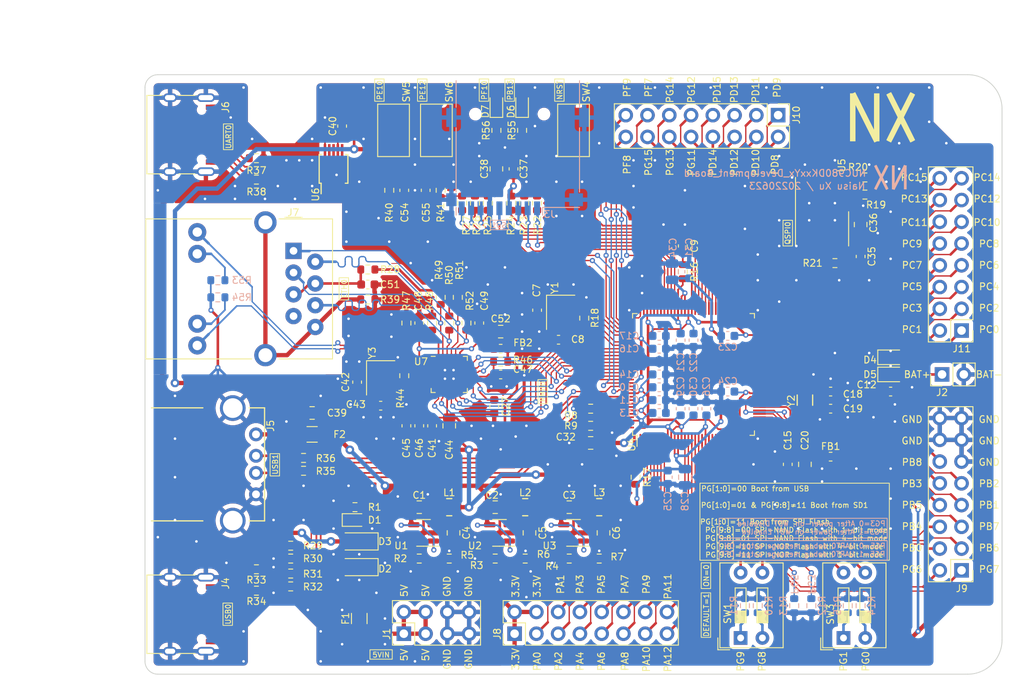
<source format=kicad_pcb>
(kicad_pcb (version 20221018) (generator pcbnew)
  (title_block (title "NUC980DKxxYx_Development_Board") (date "2022-06-23") (company "Naisu Xu"))
  (layers (0 "F.Cu" signal) (31 "B.Cu" signal) (34 "B.Paste" user) (35 "F.Paste" user) (36 "B.SilkS" user "B.Silkscreen") (37 "F.SilkS" user "F.Silkscreen") (38 "B.Mask" user) (39 "F.Mask" user) (44 "Edge.Cuts" user))
  (net 0 "")
  (net 1 "+5V")
  (net 2 "GND")
  (net 3 "+3V3")
  (net 4 "+1V8")
  (net 5 "+1V2")
  (net 6 "VCC")
  (net 7 "/MPU/XT_IN")
  (net 8 "/MPU/XT_OUT")
  (net 9 "/MPU/nRESET")
  (net 10 "/MPU/VBAT33")
  (net 11 "/MPU/AVDDADC")
  (net 12 "/MPU/X32_OUT")
  (net 13 "/MPU/X32_IN")
  (net 14 "Net-(C39-Pad1)")
  (net 15 "Net-(C42-Pad2)")
  (net 16 "/RMII_ETH/XTAL1")
  (net 17 "Net-(C45-Pad2)")
  (net 18 "/RMII_ETH/nRST")
  (net 19 "/PE10")
  (net 20 "/PE12")
  (net 21 "Net-(D1-Pad1)")
  (net 22 "/USB0_5V")
  (net 23 "/UART0_2_USB_5V")
  (net 24 "Net-(D5-Pad2)")
  (net 25 "Net-(D6-Pad1)")
  (net 26 "Net-(D7-Pad1)")
  (net 27 "/5VIN")
  (net 28 "/PF6")
  (net 29 "/PF4")
  (net 30 "/PF5")
  (net 31 "/PF0")
  (net 32 "Net-(C51-Pad1)")
  (net 33 "/PF2")
  (net 34 "/PF3")
  (net 35 "Net-(J4-PadA5)")
  (net 36 "Net-(J4-PadA6)")
  (net 37 "Net-(J4-PadA7)")
  (net 39 "Net-(J4-PadB5)")
  (net 41 "Net-(J5-Pad2)")
  (net 42 "Net-(J5-Pad3)")
  (net 43 "Net-(J6-PadA5)")
  (net 44 "Net-(J6-PadA6)")
  (net 45 "Net-(J6-PadA7)")
  (net 47 "Net-(J6-PadB5)")
  (net 49 "/PA0")
  (net 50 "/PA1")
  (net 51 "/PA2")
  (net 52 "/PA3")
  (net 53 "/PA4")
  (net 54 "/PA5")
  (net 55 "/PA6")
  (net 56 "/PA7")
  (net 57 "/PA8")
  (net 58 "/PA9")
  (net 59 "/PA10")
  (net 60 "/PA11")
  (net 61 "/PA12")
  (net 62 "/PG6")
  (net 63 "/PG7")
  (net 64 "/PB0")
  (net 65 "/PB1")
  (net 66 "/PB2")
  (net 67 "/PB3")
  (net 68 "/PB4")
  (net 69 "/PB5")
  (net 70 "/PB6")
  (net 71 "/PB7")
  (net 72 "/PB8")
  (net 73 "/PD8")
  (net 74 "/PD9")
  (net 75 "/PD10")
  (net 76 "/PD11")
  (net 77 "/PD12")
  (net 78 "/PD13")
  (net 79 "/PD14")
  (net 80 "/PD15")
  (net 81 "/PG11")
  (net 82 "/PG12")
  (net 83 "/PG13")
  (net 84 "/PG14")
  (net 85 "/PG15")
  (net 86 "/PF7")
  (net 87 "/PF8")
  (net 88 "/PF9")
  (net 89 "/PC0")
  (net 90 "/PC1")
  (net 91 "/PC2")
  (net 92 "/PC3")
  (net 93 "/PC4")
  (net 94 "/PC5")
  (net 95 "/PC6")
  (net 96 "/PC7")
  (net 97 "/PC8")
  (net 98 "/PC9")
  (net 99 "/PC10")
  (net 100 "/PC11")
  (net 101 "/PC12")
  (net 102 "/PC13")
  (net 103 "/PC14")
  (net 104 "/PC15")
  (net 105 "Net-(L1-Pad1)")
  (net 106 "Net-(L2-Pad1)")
  (net 107 "Net-(L3-Pad1)")
  (net 108 "Net-(R2-Pad1)")
  (net 109 "Net-(R3-Pad1)")
  (net 110 "Net-(R4-Pad1)")
  (net 111 "/MPU/USB1_REXT")
  (net 112 "/MPU/USB0_REXT")
  (net 113 "Net-(R10-Pad1)")
  (net 114 "Net-(R11-Pad1)")
  (net 115 "/RMII_ETH/RXN")
  (net 116 "Net-(R14-Pad1)")
  (net 117 "Net-(R15-Pad1)")
  (net 118 "Net-(R17-Pad1)")
  (net 119 "/PD2")
  (net 120 "/PD6")
  (net 121 "/PD7")
  (net 122 "/PF1")
  (net 123 "/VBUS0_VLD")
  (net 124 "/USB1_DP")
  (net 125 "/PE3")
  (net 126 "/PE2")
  (net 127 "/PE1")
  (net 128 "/PE0")
  (net 129 "/RMII_ETH/XTAL2")
  (net 130 "/PE8")
  (net 131 "/RMII_ETH/LED2")
  (net 132 "Net-(R48-Pad2)")
  (net 133 "/RMII_ETH/RXP")
  (net 134 "/RMII_ETH/TXP")
  (net 135 "/RMII_ETH/TXN")
  (net 136 "Net-(J7-Pad10)")
  (net 137 "Net-(J7-Pad11)")
  (net 138 "/PB13")
  (net 139 "/PF10")
  (net 140 "/MPU/PG8")
  (net 141 "/MPU/PG9")
  (net 142 "/MPU/PG3")
  (net 143 "/MPU/PG5")
  (net 144 "/MPU/PG0")
  (net 145 "/MPU/PG1")
  (net 146 "/PD3")
  (net 147 "/PD4")
  (net 148 "/PD5")
  (net 149 "/PF11")
  (net 150 "/PF12")
  (net 151 "/PE4")
  (net 152 "/PE5")
  (net 153 "/PE6")
  (net 154 "/PE7")
  (net 155 "/PE9")
  (net 159 "/RMII_ETH/LED1")
  (net 161 "GNDA")
  (net 162 "/USB0_DN")
  (net 163 "/USB0_DP")
  (net 164 "/USB1_DN")
  (footprint "Inductor_SMD:L_0603_1608Metric" (layer "F.Cu") (at 141.5 97 180)
    (fp_text reference "FB2")
    (fp_text value "1k")
  )
  (footprint "Connector_PinHeader_2.54mm:PinHeader_2x04_P2.54mm_Vertical" (layer "F.Cu") (at 130.2 130.275 90)
    (fp_text reference "J1")
    (fp_text value "Conn_02x04_Odd_Even")
  )
  (footprint "Capacitor_SMD:C_0805_2012Metric" (layer "F.Cu") (at 141.5 95)
    (fp_text reference "C52")
    (fp_text value "10uF")
  )
  (footprint "MountingHole:MountingHole_3.5mm" (layer "F.Cu") (at 116 131)
    (fp_text reference "REF**" hide)
    (fp_text value "MountingHole_3.5mm" hide)
  )
  (footprint "Resistor_SMD:R_0603_1608Metric" (layer "F.Cu") (at 132 121.5)
    (fp_text reference "R2")
    (fp_text value "100k/1%")
  )
  (footprint "Package_TO_SOT_SMD:SOT-23-5" (layer "F.Cu") (at 132.5 118.5 180)
    (fp_text reference "U1")
    (fp_text value "BL8028CB5TR")
  )
  (footprint "Diode_SMD:D_SOD-323" (layer "F.Cu") (at 187 100)
    (fp_text reference "D5")
    (fp_text value "B0520WS")
  )
  (footprint "Capacitor_SMD:C_0603_1608Metric" (layer "F.Cu") (at 127.5 103.65)
    (fp_text reference "C43")
    (fp_text value "30pF")
  )
  (footprint "Resistor_SMD:R_0603_1608Metric" (layer "F.Cu") (at 144.25 80 -90)
    (fp_text reference "R23")
    (fp_text value "10K")
  )
  (footprint "Resistor_SMD:R_0603_1608Metric" (layer "F.Cu") (at 137 80 -90)
    (fp_text reference "R27")
    (fp_text value "10K")
  )
  (footprint "Capacitor_SMD:C_0603_1608Metric" (layer "F.Cu") (at 175 110.5 -90)
    (fp_text reference "C15")
    (fp_text value "100nF")
  )
  (footprint "Capacitor_SMD:C_0603_1608Metric" (layer "F.Cu") (at 124.75 100.9 90)
    (fp_text reference "C42")
    (fp_text value "30pF")
  )
  (footprint "Button_Switch_SMD:SW_SPST_CK_RS282G05A3" (layer "F.Cu") (at 134 71.5 -90)
    (fp_text reference "SW6")
    (fp_text value "Push")
  )
  (footprint "Resistor_SMD:R_0603_1608Metric" (layer "F.Cu") (at 141.5 98.5 180)
    (fp_text reference "R46")
    (fp_text value "5.1k")
  )
  (footprint "LED_SMD:LED_0603_1608Metric" (layer "F.Cu") (at 141 68.5 90)
    (fp_text reference "D7")
    (fp_text value "BLUE")
  )
  (footprint "Capacitor_SMD:C_0805_2012Metric" (layer "F.Cu") (at 132 115.5)
    (fp_text reference "C1")
    (fp_text value "10uF")
  )
  (footprint "Capacitor_SMD:C_0603_1608Metric" (layer "F.Cu") (at 180 102)
    (fp_text reference "C18")
    (fp_text value "15pF")
  )
  (footprint "Resistor_SMD:R_0603_1608Metric" (layer "F.Cu") (at 134.5 78.5 90)
    (fp_text reference "R41")
    (fp_text value "10k")
  )
  (footprint "Resistor_SMD:R_0603_1608Metric" (layer "F.Cu") (at 117 123.25 180)
    (fp_text reference "R31")
    (fp_text value "4.7R")
  )
  (footprint "MountingHole:MountingHole_3.5mm" (layer "F.Cu") (at 196 131)
    (fp_text reference "REF**" hide)
    (fp_text value "MountingHole_3.5mm" hide)
  )
  (footprint "Capacitor_SMD:C_0805_2012Metric" (layer "F.Cu") (at 152 108 180)
    (fp_text reference "C32")
    (fp_text value "10uF")
  )
  (footprint "Connector_PinHeader_2.54mm:PinHeader_1x02_P2.54mm_Vertical" (layer "F.Cu") (at 193 100 90)
    (fp_text reference "J2")
    (fp_text value "Conn_01x02")
  )
  (footprint "Resistor_SMD:R_0603_1608Metric" (layer "F.Cu") (at 140 80 -90)
    (fp_text reference "R25")
    (fp_text value "10K")
  )
  (footprint "Capacitor_SMD:C_0805_2012Metric" (layer "F.Cu") (at 140.8625 115.5)
    (fp_text reference "C2")
    (fp_text value "10uF")
  )
  (footprint "Capacitor_SMD:C_0603_1608Metric" (layer "F.Cu") (at 162.75 85 -90)
    (fp_text reference "C9")
    (fp_text value "1uF")
  )
  (footprint "Resistor_SMD:R_0603_1608Metric" (layer "F.Cu") (at 144.3625 121.5)
    (fp_text reference "R6")
    (fp_text value "200k/1%")
  )
  (footprint "Resistor_SMD:R_0603_1608Metric" (layer "F.Cu") (at 184 77 180)
    (fp_text reference "R20")
    (fp_text value "10K")
  )
  (footprint "Resistor_SMD:R_0603_1608Metric" (layer "F.Cu") (at 113 77.25 180)
    (fp_text reference "R38")
    (fp_text value "5.1K")
  )
  (footprint "0_ungrouped:Inductor_SMD_2520_2.5x2.0mm" (layer "F.Cu") (at 135.5 115.5)
    (fp_text reference "L1")
    (fp_text value "2.2uH")
  )
  (footprint "Capacitor_SMD:C_0805_2012Metric" (layer "F.Cu") (at 183.5 82.5 -90)
    (fp_text reference "C36")
    (fp_text value "10uF")
  )
  (footprint "Capacitor_SMD:C_0805_2012Metric" (layer "F.Cu") (at 136 118.5 -90)
    (fp_text reference "C4")
    (fp_text value "10uF")
  )
  (footprint "Resistor_SMD:R_0603_1608Metric" (layer "F.Cu") (at 113 74.75 180)
    (fp_text reference "R37")
    (fp_text value "5.1K")
  )
  (footprint "Capacitor_SMD:C_0603_1608Metric" (layer "F.Cu") (at 180 104)
    (fp_text reference "C19")
    (fp_text value "15pF")
  )
  (footprint "0_ungrouped:USB_A_90Deg_THT_Horizontal" (layer "F.Cu") (at 106.75 110.5 -90)
    (fp_text reference "J5")
    (fp_text value "USB_A")
  )
  (footprint "Connector_PinHeader_2.54mm:PinHeader_2x08_P2.54mm_Vertical" (layer "F.Cu") (at 195.275 94.875 180)
    (fp_text reference "J11")
    (fp_text value "Conn_02x08_Odd_Even")
  )
  (footprint "Resistor_SMD:R_0603_1608Metric" (layer "F.Cu") (at 145.75 80 -90)
    (fp_text reference "R22")
    (fp_text value "10K")
  )
  (footprint "Button_Switch_THT:SW_DIP_SPSTx02_Slide_9.78x7.26mm_W7.62mm_P2.54mm" (layer "F.Cu") (at 181.5 130.7675 90)
    (fp_text reference "SW3")
    (fp_text value "SW_DIP_x02")
  )
  (footprint "MountingHole:MountingHole_3.5mm" (layer "F.Cu") (at 116 69)
    (fp_text reference "REF**" hide)
    (fp_text value "MountingHole_3.5mm" hide)
  )
  (footprint "Capacitor_SMD:C_0805_2012Metric" (layer "F.Cu") (at 119.5 104.5)
    (fp_text reference "C39")
    (fp_text value "10uF")
  )
  (footprint "Resistor_SMD:R_0603_1608Metric" (layer "F.Cu") (at 134.5 91 90)
    (fp_text reference "R49")
    (fp_text value "49.9R")
  )
  (footprint "Resistor_SMD:R_0603_1608Metric" (layer "F.Cu") (at 133.5 94 -90)
    (fp_text reference "R48")
    (fp_text value "12.1k/1%")
  )
  (footprint "0_ungrouped:HR911105A" (layer "F.Cu") (at 111 90 90)
    (fp_text reference "J7")
    (fp_text value "HR911105A")
  )
  (footprint "0_ungrouped:USB_C_16P_4Foot8.64mm" (layer "F.Cu") (at 104 72 -90)
    (fp_text reference "J6")
    (fp_text value "USB_C_16P")
  )
  (footprint "Resistor_SMD:R_0603_1608Metric" (layer "F.Cu") (at 151.25 93.425 -90)
    (fp_text reference "R18")
    (fp_text value "1M")
  )
  (footprint "0_ungrouped:LQFP-128_14x14mm_P0.4mm" (layer "F.Cu") (at 164 100 90)
    (fp_text reference "U4")
    (fp_text value "NUC980DKxxYx")
  )
  (footprint "Capacitor_SMD:C_0603_1608Metric" (layer "F.Cu") (at 132 106 90)
    (fp_text reference "C46")
    (fp_text value "470pF")
  )
  (footprint "Capacitor_SMD:C_0603_1608Metric" (layer "F.Cu") (at 132 94 90)
    (fp_text reference "C48")
    (fp_text value "100nF")
  )
  (footprint "Resistor_SMD:R_0603_1608Metric" (layer "F.Cu") (at 142.75 80 -90)
    (fp_text reference "R24")
    (fp_text value "10K")
  )
  (footprint "Capacitor_SMD:C_0603_1608Metric" (layer "F.Cu") (at 143 76 90)
    (fp_text reference "C37")
    (fp_text value "100nF")
  )
  (footprint "Crystal:Crystal_SMD_3225-4Pin_3.2x2.5mm" (layer "F.Cu") (at 127.5 100.4 -90)
    (fp_text reference "Y3")
    (fp_text value "25M")
  )
  (footprint "MountingHole:MountingHole_3.5mm" (layer "F.Cu") (at 196 69)
    (fp_text reference "REF**" hide)
    (fp_text value "MountingHole_3.5mm" hide)
  )
  (footprint "Button_Switch_SMD:SW_SPST_CK_RS282G05A3" (layer "F.Cu") (at 150 71.5 90)
    (fp_text reference "SW4")
    (fp_text value "Push")
  )
  (footprint "Resistor_SMD:R_0603_1608Metric" (layer "F.Cu") (at 126 87.75 180)
    (fp_text reference "R28")
    (fp_text value "0R")
  )
  (footprint "Capacitor_SMD:C_0805_2012Metric" (layer "F.Cu") (at 141 76 90)
    (fp_text reference "C38")
    (fp_text value "10uF")
  )
  (footprint "Resistor_SMD:R_0603_1608Metric" (layer "F.Cu") (at 130.5 94 90)
    (fp_text reference "R47")
    (fp_text value "10k")
  )
  (footprint "0_ungrouped:WSON-8-1EP_8x6mm_P1.27mm_EP3.4x4.3mm" (layer "F.Cu") (at 179 81 -90)
    (fp_text reference "U5")
    (fp_text value "SPI-Flash_WSON8")
  )
  (footprint "Capacitor_SMD:C_0603_1608Metric" (layer "F.Cu") (at 132.75 78.5 90)
    (fp_text reference "C55")
    (fp_text value "100nF")
  )
  (footprint "Resistor_SMD:R_0603_1608Metric" (layer "F.Cu") (at 162.75 88 -90)
    (fp_text reference "R16")
    (fp_text value "100k")
  )
  (footprint "Capacitor_SMD:C_0805_2012Metric" (layer "F.Cu") (at 149.5 115.5)
    (fp_text reference "C3")
    (fp_text value "10uF")
  )
  (footprint "Resistor_SMD:R_0603_1608Metric" (layer "F.Cu") (at 144 71.5 90)
    (fp_text reference "R55")
    (fp_text value "3k")
  )
  (footprint "Capacitor_SMD:C_0603_1608Metric" (layer "F.Cu") (at 130.5 106 90)
    (fp_text reference "C45")
    (fp_text value "1uF")
  )
  (footprint "Resistor_SMD:R_0603_1608Metric" (layer "F.Cu") (at 180.5 87 180)
    (fp_text reference "R21")
    (fp_text value "10K")
  )
  (footprint "Resistor_SMD:R_0603_1608Metric" (layer "F.Cu") (at 117 121.5 180)
    (fp_text reference "R30")
    (fp_text value "39k")
  )
  (footprint "Resistor_SMD:R_0603_1608Metric" (layer "F.Cu") (at 137.5 94 90)
    (fp_text reference "R52")
    (fp_text value "49.9R")
  )
  (footprint "Capacitor_SMD:C_0603_1608Metric" (layer "F.Cu") (at 183.5 86.225 90)
    (fp_text reference "C35")
    (fp_text value "100nF")
  )
  (footprint "Button_Switch_SMD:SW_SPST_CK_RS282G05A3" (layer "F.Cu") (at 129 71.5 -90)
    (fp_text reference "SW5")
    (fp_text value "Push")
  )
  (footprint "Connector_PinHeader_2.54mm:PinHeader_2x08_P2.54mm_Vertical" (layer "F.Cu") (at 195.275 122.875 180)
    (fp_text reference "J9")
    (fp_text value "Conn_02x08_Odd_Even")
  )
  (footprint "Capacitor_SMD:C_0603_1608Metric" (layer "F.Cu") (at 126 89.5)
    (fp_text reference "C51")
    (fp_text value "100nF")
  )
  (footprint "Capacitor_SMD:C_0603_1608Metric" (layer "F.Cu") (at 140.75 103.75 90)
    (fp_text reference "C27")
    (fp_text value "15pF")
  )
  (footprint "Resistor_SMD:R_0603_1608Metric" (layer "F.Cu") (at 117 120)
    (fp_text reference "R29")
    (fp_text value "20k")
  )
  (footprint "0_ungrouped:logo-nx_8.0x6.0mm" (layer "F.Cu") (at 186 70)
    (fp_text reference "G***" hide)
    (fp_text value "LOGO" hide)
  )
  (footprint "Resistor_SMD:R_0603_1608Metric" (layer "F.Cu") (at 141 71.5 90)
    (fp_text reference "R56")
    (fp_text value "3k")
  )
  (footprint "0_ungrouped:USB_C_16P_4Foot8.64mm" (layer "F.Cu") (at 104 128 -90)
    (fp_text reference "J4")
    (fp_text value "USB_C_16P")
  )
  (footprint "Resistor_SMD:R_0603_1608Metric" (layer "F.Cu") (at 117 124.75 180)
    (fp_text reference "R32")
    (fp_text value "4.7R")
  )
  (footprint "Button_Switch_THT:SW_DIP_SPSTx02_Slide_9.78x7.26mm_W7.62mm_P2.54mm" (layer "F.Cu") (at 169.5 130.7675 90)
    (fp_text reference "SW1")
    (fp_text value "SW_DIP_x02")
  )
  (footprint "LED_SMD:LED_0603_1608Metric" (layer "F.Cu") (at 124.5 117)
    (fp_text reference "D1")
    (fp_text value "RED")
  )
  (footprint "Resistor_SMD:R_0603_1608Metric" (layer "F.Cu") (at 136.5 91 90)
    (fp_text reference "R51")
    (fp_text value "49.9R")
  )
  (footprint "Resistor_SMD:R_0603_1608Metric" (layer "F.Cu") (at 184 79 180)
    (fp_text reference "R19")
    (fp_text value "10K")
  )
  (footprint "Resistor_SMD:R_0603_1608Metric" (layer "F.Cu") (at 152 104)
    (fp_text reference "R8")
    (fp_text value "12.1k")
  )
  (footprint "Resistor_SMD:R_0603_1608Metric" (layer "F.Cu") (at 128.5 78.5 90)
    (fp_text reference "R40")
    (fp_text value "10k")
  )
  (footprint "Resistor_SMD:R_0603_1608Metric" (layer "F.Cu") (at 152 106)
    (fp_text reference "R9")
    (fp_text value "12.1k")
  )
  (footprint "Capacitor_SMD:C_0603_1608Metric" (layer "F.Cu") (at 145.75 92.5 90)
    (fp_text reference "C7")
    (fp_text value "30pF")
  )
  (footprint "Resistor_SMD:R_0603_1608Metric" (layer "F.Cu") (at 118.5 109.75 180)
    (fp_text reference "R36")
    (fp_text value "4.7R")
  )
  (footprint "Package_TO_SOT_SMD:SOT-23-5" (layer "F.Cu") (at 141.3625 118.5 180)
    (fp_text reference "U2")
    (fp_text value "BL8028CB5TR")
  )
  (footprint "Package_SO:MSOP-10_3x3mm_P0.5mm" (layer "F.Cu") (at 122 76 90)
    (fp_text reference "U6")
    (fp_text value "CH340E")
  )
  (footprint "Resistor_SMD:R_0603_1608Metric" (layer "F.Cu") (at 118.5 111.25 180)
    (fp_text reference "R35")
    (fp_text value "4.7R")
  )
  (footprint "0_ungrouped:Inductor_SMD_2520_2.5x2.0mm" (layer "F.Cu") (at 144.3625 115.5)
    (fp_text reference "L2")
    (fp_text value "2.2uH")
  )
  (footprint "Fuse:Fuse_1206_3216Metric_Pad1.42x1.75mm_HandSolder" (layer "F.Cu") (at 119.5 107 180)
    (fp_text reference "F2")
    (fp_text value "500mA/6V")
  )
  (footprint "Capacitor_SMD:C_0603_1608Metric" (layer "F.Cu") (at 187 102 180)
    (fp_text reference "C12")
    (fp_text value "100nF")
  )
  (footprint "Resistor_SMD:R_0603_1608Metric" (layer "F.Cu") (at 138.5 80 -90)
    (fp_text reference "R26")
    (fp_text value "10K")
  )
  (footprint "Resistor_SMD:R_0603_1608Metric" (layer "F.Cu") (at 135.5 121.5)
    (fp_text reference "R5")
    (fp_text value "453k/1%")
  )
  (footprint "Fuse:Fuse_1206_3216Metric_Pad1.42x1.75mm_HandSolder" (layer "F.Cu") (at 125 128.5 90)
    (fp_text reference "F1")
    (fp_text value "1A/6V")
  )
  (footprint "Capacitor_SMD:C_0805_2012Metric" (layer "F.Cu") (at 177 110.5 -90)
    (fp_text reference "C20")
    (fp_text value "10uF")
  )
  (footprint "Diode_SMD:D_SOD-123F" (layer "F.Cu") (at 125 122.5 180)
    (fp_text reference "D2")
    (fp_text value "S34")
  )
  (footprint "Resistor_SMD:R_0603_1608Metric" (layer "F.Cu") (at 149.5 121.5)
    (fp_text reference "R4")
    (fp_text value "100k/1%")
  )
  (footprint "Package_TO_SOT_SMD:SOT-23-5" (layer "F.Cu") (at 150 118.5 180)
    (fp_text reference "U3")
    (fp_text value "BL8028CB5TR")
  )
  (footprint "Resistor_SMD:R_0603_1608Metric" (layer "F.Cu") (at 126 91.25 180)
    (fp_text reference "R39")
    (fp_text value "0R")
  )
  (footprint "Resistor_SMD:R_0603_1608Metric" (layer "F.Cu") (at 153 121.5)
    (fp_text reference "R7")
    (fp_text value "100k/1%")
  )
  (footprint "Capacitor_SMD:C_0603_1608Metric" (layer "F.Cu") (at 130.25 78.5 90)
    (fp_text reference "C54")
    (fp_text value "100nF")
  )
  (footprint "Capacitor_SMD:C_0603_1608Metric" (layer "F.Cu") (at 148.25 95.95)
    (fp_text reference "C8")
    (fp_text value "30pF")
  )
  (footprint "Resistor_SMD:R_0603_1608Metric" (layer "F.Cu") (at 140.8625 121.5)
    (fp_text reference "R3")
    (fp_text value "100k/1%")
  )
  (footprint "Inductor_SMD:L_0603_1608Metric" (layer "F.Cu") (at 180 109.6 180)
    (fp_text reference "FB1")
    (fp_text value "1k")
  )
  (footprint "Capacitor_SMD:C_0805_2012Metric" (layer "F.Cu") (at 153.5 118.5 -90)
    (fp_text reference "C6")
    (fp_text value "10uF")
  )
  (footprint "Capacitor_SMD:C_0603_1608Metric" (layer "F.Cu") (at 123 71 90)
    (fp_text reference "C40")
    (fp_text value "100nF")
  )
  (footprint "Capacitor_SMD:C_0603_1608Metric" (layer "F.Cu") (at 133.5 106 -90)
    (fp_text reference "C41")
    (fp_text value "100nF")
  )
  (footprint "Resistor_SMD:R_0603_1608Metric" (layer "F.Cu") (at 157.25 112 -90)
    (fp_text reference "R17")
    (fp_text value "NC")
  )
  (footprint "0_ungrouped:QFN-24-1EP_4x4mm_P0.5mm_EP2.4x2.4mm" (layer "F.Cu") (at 135.5 100)
    (fp_text reference "U7")
    (fp_text value "LAN8720A")
  )
  (footprint "Capacitor_SMD:C_0603_1608Metric" (layer "F.Cu") (at 141.5 100)
    (fp_text reference "C47")
    (fp_text value "100nF")
  )
  (footprint "Capacitor_SMD:C_0805_2012Metric" (layer "F.Cu") (at 144.8625 118.5 -90)
    (fp_text reference "C5")
    (fp_text value "10uF")
  )
  (footprint "Crystal:Crystal_SMD_3225-4Pin_3.2x2.5mm" (layer "F.Cu") (at 148.5 92.75 -90)
    (fp_text reference "Y1")
    (fp_text value "12M")
  )
  (footprint "0_ungrouped:Inductor_SMD_2520_2.5x2.0mm" (layer "F.Cu") (at 153 115.5)
    (fp_text reference "L3")
    (fp_text value "2.2uH")
  )
  (footprint "Resistor_SMD:R_0603_1608Metric" (layer "F.Cu") (at 113 122.75 180)
    (fp_text reference "R33")
    (fp_text value "5.1K")
  )
  (footprint "Diode_SMD:D_SOD-323" (layer "F.Cu") (at 187 98)
    (fp_text reference "D4")
    (fp_text value "B0520WS")
  )
  (footprint "0_ungrouped:Crystal_SMD_3215-2Pin_3.2x1.5mm" (layer "F.Cu") (at 177 103 90)
    (fp_text reference "Y2")
    (fp_text value "32.768k")
  )
  (footprint "LED_SMD:LED_0603_1608Metric" (layer "F.Cu") (at 144 68.5 90)
    (fp_text reference "D6")
    (fp_text value "BLUE")
  )
  (footprint "Connector_PinHeader_2.54mm:PinHeader_2x08_P2.54mm_Vertical" (layer "F.Cu") (at 173.875 69.725 -90)
    (fp_text reference "J10")
    (fp_text value "Conn_02x08_Odd_Even")
  )
  (footprint "Capacitor_SMD:C_0603_1608Metric" (layer "F.Cu") (at 139 94 90)
    (fp_text reference "C49")
    (fp_text value "100nF")
  )
  (footprint "Connector_PinHeader_2.54mm:PinHeader_2x08_P2.54mm_Vertical" (layer "F.Cu") (at 143.125 130.275 90)
    (fp_text reference "J8")
    (fp_text value "Conn_02x08_Odd_Even")
  )
  (footprint "Resistor_SMD:R_0603_1608Metric" (layer "F.Cu") (at 124.5 115.5)
    (fp_text reference "R1")
    (fp_text value "5.1k")
  )
  (footprint "Resistor_SMD:R_0603_1608Metric" (layer "F.Cu") (at 113 125.25 180)
    (fp_text reference "R34")
    (fp_text value "5.1K")
  )
  (footprint "Resistor_SMD:R_0603_1608Metric" (layer "F.Cu") (at 130.25 100.15 -90)
    (fp_text reference "R44")
    (fp_text value "500R")
  )
  (footprint "Capacitor_SMD:C_0805_2012Metric" (layer "F.Cu") (at 135.5 106 -90)
    (fp_text reference "C44")
    (fp_text value "10uF")
  )
  (footprint "Resistor_SMD:R_0603_1608Metric" (layer "F.Cu") (at 135.5 94 90)
    (fp_text reference "R50")
    (fp_text value "49.9R")
  )
  (footprint "Diode_SMD:D_SOD-123F" (layer "F.Cu") (at 125 119.5 180)
    (fp_text reference "D3")
    (fp_text value "S34")
  )
  (footprint "Capacitor_SMD:C_0603_1608Metric" (layer "B.Cu") (at 160 97)
    (fp_text reference "C16")
    (fp_text value "100nF")
  )
  (footprint "Capacitor_SMD:C_0603_1608Metric" (layer "B.Cu") (at 162.5 104 90)
    (fp_text reference "C29")
    (fp_text value "100nF")
  )
  (footprint "Capacitor_SMD:C_0603_1608Metric" (layer "B.Cu") (at 160 100)
    (fp_text reference "C14")
    (fp_text value "100nF")
  )
  (footprint "Capacitor_SMD:C_0603_1608Metric" (layer "B.Cu") (at 160 95.5)
    (fp_text reference "C17")
    (fp_text value "100nF")
  )
  (footprint "Capacitor_SMD:C_0603_1608Metric" (layer "B.Cu") (at 160 104.5)
    (fp_text reference "C13")
    (fp_text value "100nF")
  )
  (footprint "Capacitor_SMD:C_0603_1608Metric" (layer "B.Cu") (at 163.5 88 90)
    (fp_text reference "C31")
    (fp_text value "100nF")
  )
  (footprint "Resistor_SMD:R_0603_1608Metric" (layer "B.Cu") (at 171.5 127 90)
    (fp_text reference "R10")
    (fp_text value "10k")
  )
  (footprint "Capacitor_SMD:C_0603_1608Metric" (layer "B.Cu") (at 162.5 96 -90)
    (fp_text reference "C21")
    (fp_text value "100nF")
  )
  (footprint "Resistor_SMD:R_0603_1608Metric" (layer "B.Cu") (at 175.75 127 -90)
    (fp_text reference "R13")
    (fp_text value "10k")
  )
  (footprint "Capacitor_SMD:C_0603_1608Metric" (layer "B.Cu") (at 168 95.5 180)
    (fp_text reference "C23")
    (fp_text value "100nF")
  )
  (footprint "Resistor_SMD:R_0603_1608Metric" (layer "B.Cu") (at 182 127 90)
    (fp_text reference "R15")
    (fp_text value "10k")
  )
  (footprint "Capacitor_SMD:C_0603_1608Metric" (layer "B.Cu") (at 160 103)
    (fp_text reference "C11")
    (fp_text value "100nF")
  )
  (footprint "Resistor_SMD:R_0603_1608Metric" (layer "B.Cu") (at 183.5 127 90)
    (fp_text reference "R14")
    (fp_text value "10k")
  )
  (footprint "Resistor_SMD:R_0603_1608Metric" (layer "B.Cu") (at 170 127 90)
    (fp_text reference "R11")
    (fp_text value "10k")
  )
  (footprint "Capacitor_SMD:C_0805_2012Metric" (layer "B.Cu") (at 161.5 88 90)
    (fp_text reference "C34")
    (fp_text value "10uF")
  )
  (footprint "Capacitor_SMD:C_0603_1608Metric" (layer "B.Cu") (at 164 104 90)
    (fp_text reference "C30")
    (fp_text value "100nF")
  )
  (footprint "Resistor_SMD:R_0603_1608Metric" (layer "B.Cu") (at 177.75 127 -90)
    (fp_text reference "R12")
    (fp_text value "10k")
  )
  (footprint "Capacitor_SMD:C_0603_1608Metric" (layer "B.Cu") (at 165.5 104 90)
    (fp_text reference "C26")
    (fp_text value "100nF")
  )
  (footprint "Resistor_SMD:R_0603_1608Metric" (layer "B.Cu") (at 108.5 89)
    (fp_text reference "R53")
    (fp_text value "1k")
  )
  (footprint "Resistor_SMD:R_0603_1608Metric" (layer "B.Cu") (at 108.5 91)
    (fp_text reference "R54")
    (fp_text value "1k")
  )
  (footprint "0_ungrouped:microSD_Push-Push_9P_4Pad" (layer "B.Cu") (at 143.5 73.5)
    (fp_text reference "J3")
    (fp_text value "TF_Card_Det")
  )
  (footprint "Capacitor_SMD:C_0603_1608Metric" (layer "B.Cu") (at 160 101.5)
    (fp_text reference "C10")
    (fp_text value "100nF")
  )
  (footprint "Capacitor_SMD:C_0603_1608Metric" (layer "B.Cu") (at 164 96 -90)
    (fp_text reference "C22")
    (fp_text value "100nF")
  )
  (footprint "Capacitor_SMD:C_0805_2012Metric" (layer "B.Cu") (at 163 112 -90)
    (fp_text reference "C28")
    (fp_text value "10uF")
  )
  (footprint "Capacitor_SMD:C_0603_1608Metric" (layer "B.Cu") (at 168 102 180)
    (fp_text reference "C24")
    (fp_text value "100nF")
  )
  (footprint "Capacitor_SMD:C_0603_1608Metric" (layer "B.Cu") (at 161 112 -90)
    (fp_text reference "C25")
    (fp_text value "100nF")
  )
  (footprint "0_ungrouped:logo-nx_4.0x3.0mm" (layer "B.Cu") (at 187 77 180)
    (fp_text reference "G***" hide)
    (fp_text value "LOGO" hide)
  )
  (gr_rect (start 140.3 81.992) (end 142.4 83.092) (stroke (width 0.1)) (fill none) (layer "B.SilkS"))
  (gr_rect (start 167 119.4) (end 186.6 121.7) (stroke (width 0.1)) (fill none) (layer "B.SilkS"))
  (gr_rect (start 167 116.8) (end 186.6 119.1) (stroke (width 0.1)) (fill none) (layer "B.SilkS"))
  (gr_rect (start 114.6 109.25) (end 115.7 111.85) (stroke (width 0.1)) (fill none) (layer "F.SilkS"))
  (gr_rect (start 109.15 70.75) (end 110.25 73.75) (stroke (width 0.1)) (fill none) (layer "F.SilkS"))
  (gr_rect (start 164.9 122) (end 166 125) (stroke (width 0.1)) (fill none) (layer "F.SilkS"))
  (gr_rect (start 145.85 100.6) (end 146.95 103.4) (stroke (width 0.1)) (fill none) (layer "F.SilkS"))
  (gr_rect (start 126.8 65.5) (end 127.9 68.1) (stroke (width 0.1)) (fill none) (layer "F.SilkS"))
  (gr_rect (start 126.25 132.15) (end 128.85 133.25) (stroke (width 0.1)) (fill none) (layer "F.SilkS"))
  (gr_rect (start 164.9 125.5) (end 166 130.7) (stroke (width 0.1)) (fill none) (layer "F.SilkS"))
  (gr_rect (start 142 65.5) (end 143.1 68.1) (stroke (width 0.1)) (fill none) (layer "F.SilkS"))
  (gr_rect (start 147.8 65.5) (end 148.9 68.1) (stroke (width 0.1)) (fill none) (layer "F.SilkS"))
  (gr_rect (start 109.1 126.7) (end 110.2 129.3) (stroke (width 0.1)) (fill none) (layer "F.SilkS"))
  (gr_rect (start 174.45 82) (end 175.55 85) (stroke (width 0.1)) (fill none) (layer "F.SilkS"))
  (gr_rect (start 139 65.5) (end 140.1 68.1) (stroke (width 0.1)) (fill none) (layer "F.SilkS"))
  (gr_rect (start 164.75 112.7) (end 186.85 121.7) (stroke (width 0.1)) (fill none) (layer "F.SilkS"))
  (gr_rect (start 122.65 88.7) (end 123.75 91.3) (stroke (width 0.1)) (fill none) (layer "F.SilkS"))
  (gr_rect (start 131.8 65.5) (end 132.9 68.1) (stroke (width 0.1)) (fill none) (layer "F.SilkS"))
  (gr_arc (start 196 65) (mid 198.828427 66.171573) (end 200 69) (stroke (width 0.1)) (layer "Edge.Cuts"))
  (gr_arc (start 200 131) (mid 198.828427 133.828427) (end 196 135) (stroke (width 0.1)) (layer "Edge.Cuts"))
  (gr_line (start 200 131) (end 200 69) (stroke (width 0.1)) (layer "Edge.Cuts"))
  (gr_arc (start 101.5 135) (mid 100.43934 134.56066) (end 100 133.5) (stroke (width 0.1)) (layer "Edge.Cuts"))
  (gr_line (start 196 65) (end 101.5 65) (stroke (width 0.1)) (layer "Edge.Cuts"))
  (gr_arc (start 100 66.5) (mid 100.43934 65.43934) (end 101.5 65) (stroke (width 0.1)) (layer "Edge.Cuts"))
  (gr_line (start 101.5 135) (end 196 135) (stroke (width 0.1)) (layer "Edge.Cuts"))
  (gr_line (start 100 66.5) (end 100 133.5) (stroke (width 0.1)) (layer "Edge.Cuts"))
  (gr_text "PG3=0 After power-on, WDT Disabled\nPG3=1 After power-on WDT Enabled " (at 177.75 117.9) (layer "B.SilkS") (effects (font (size 0.6 0.6) (thickness 0.1)) (justify mirror)))
  (gr_text "PG5" (at 175.75 124.5 -90) (layer "B.SilkS") (effects (font (size 0.8 0.8) (thickness 0.12)) (justify mirror)))
  (gr_text "SD1" (at 141.3 82.592) (layer "B.SilkS") (effects (font (size 0.6 0.6) (thickness 0.1)) (justify mirror)))
  (gr_text "Naisu Xu / 20220623" (at 177.25 78) (layer "B.SilkS") (effects (font (size 0.8 0.8) (thickness 0.12)) (justify mirror)))
  (gr_text "PG5=0 UART0 debug message output ON \nPG5=1 UART0 debug message output OFF" (at 176.75 120.5) (layer "B.SilkS") (effects (font (size 0.6 0.6) (thickness 0.1)) (justify mirror)))
  (gr_text "PG3" (at 177.75 124.5 -90) (layer "B.SilkS") (effects (font (size 0.8 0.8) (thickness 0.12)) (justify mirror)))
  (gr_text "NUC980DKxxYx_Development_Board" (at 173.5 76.5) (layer "B.SilkS") (effects (font (size 0.8 0.8) (thickness 0.12)) (justify mirror)))
  (gr_text "PC13" (at 189.75 79.5) (layer "F.SilkS") (effects (font (size 0.8 0.8) (thickness 0.12))))
  (gr_text "5V" (at 130.25 125.25 90) (layer "F.SilkS") (effects (font (size 0.8 0.8) (thickness 0.12))))
  (gr_text "PC9" (at 189.5 84.75) (layer "F.SilkS") (effects (font (size 0.8 0.8) (thickness 0.12))))
  (gr_text "ON=0" (at 165.5 123.5 90) (layer "F.SilkS") (effects (font (size 0.6 0.6) (thickness 0.1))))
  (gr_text "PA10" (at 158.5 133.25 90) (layer "F.SilkS") (effects (font (size 0.8 0.8) (thickness 0.12))))
  (gr_text "PG14" (at 161.25 66.75 90) (layer "F.SilkS") (effects (font (size 0.8 0.8) (thickness 0.12))))
  (gr_text "GND" (at 198.5 107.75) (layer "F.SilkS") (effects (font (size 0.8 0.8) (thickness 0.12))))
  (gr_text "PA0" (at 145.75 133.5 90) (layer "F.SilkS") (effects (font (size 0.8 0.8) (thickness 0.12))))
  (gr_text "3.3V" (at 143.25 133.25 90) (layer "F.SilkS") (effects (font (size 0.8 0.8) (thickness 0.12))))
  (gr_text "GND" (at 198.5 110.25) (layer "F.SilkS") (effects (font (size 0.8 0.8) (thickness 0.12))))
  (gr_text "PB1" (at 198.5 115.25) (layer "F.SilkS") (effects (font (size 0.8 0.8) (thickness 0.12))))
  (gr_text "PG8" (at 172 133.5 90) (layer "F.SilkS") (effects (font (size 0.8 0.8) (thickness 0.12))))
  (gr_text "PA2" (at 148.25 133.5 90) (layer "F.SilkS") (effects (font (size 0.8 0.8) (thickness 0.12))))
  (gr_text "ETH0" (at 123.25 90 90) (layer "F.SilkS") (effects (font (size 0.6 0.6) (thickness 0.1))))
  (gr_text "PB3" (at 189.5 112.75) (layer "F.SilkS") (effects (font (size 0.8 0.8) (thickness 0.12))))
  (gr_text "PG7" (at 198.5 122.75) (layer "F.SilkS") (effects (font (size 0.8 0.8) (thickness 0.12))))
  (gr_text "PC14" (at 198.25 77) (layer "F.SilkS") (effects (font (size 0.8 0.8) (thickness 0.12))))
  (gr_text "PG9" (at 169.5 133.5 90) (layer "F.SilkS") (effects (font (size 0.8 0.8) (thickness 0.12))))
  (gr_text "RMII0" (at 146.4 102 90) (layer "F.SilkS") (effects (font (size 0.6 0.6) (thickness 0.1))))
  (gr_text "PG[1:0]=00 Boot from USB                     \n\nPG[1:0]=01 & PG[9:8]≠11 Boot from SD1      \n\nPG[1:0]=11 Boot from SPI Flash                \nPG[9:8]=00 SPI-NAND Flash with 1-bit mode\nPG[9:8]=01 SPI-NAND Flash with 4-bit mode\nPG[9:8]=10 SPI-NOR Flash with 4-bit mode \nPG[9:8]=11 SPI-NOR Flash with 1-bit mode " (at 176 117.2) (layer "F.SilkS") (effects (font (size 0.6 0.6) (thickness 0.1))))
  (gr_text "PA9" (at 158.5 124.5 90) (layer "F.SilkS") (effects (font (size 0.8 0.8) (thickness 0.12))))
  (gr_text "PD12" (at 168.75 75.25 90) (layer "F.SilkS") (effects (font (size 0.8 0.8) (thickness 0.12))))
  (gr_text "PB5" (at 189.5 115.25) (layer "F.SilkS") (effects (font (size 0.8 0.8) (thickness 0.12))))
  (gr_text "PD10" (at 171.25 75.25 90) (layer "F.SilkS") (effects (font (size 0.8 0.8) (thickness 0.12))))
  (gr_text "PD8" (at 173.5 75.5 90) (layer "F.SilkS") (effects (font (size 0.8 0.8) (thickness 0.12))))
  (gr_text "PG13" (at 161.25 75.25 90) (layer "F.SilkS") (effects (font (size 0.8 0.8) (thickness 0.12))))
  (gr_text "PD11" (at 171.25 66.75 90) (layer "F.SilkS") (effects (font (size 0.8 0.8) (thickness 0.12))))
  (gr_text "PC15" (at 189.75 77) (layer "F.SilkS") (effects (font (size 0.8 0.8) (thickness 0.12))))
  (gr_text "PF9" (at 156.25 66.5 90) (layer "F.SilkS") (effects (font (size 0.8 0.8) (thickness 0.12))))
  (gr_text "PC12" (at 198.25 79.5) (layer "F.SilkS") (effects (font (size 0.8 0.8) (thickness 0.12))))
  (gr_text "PG12" (at 163.75 66.75 90) (layer "F.SilkS") (effects (font (size 0.8 0.8) (thickness 0.12))))
  (gr_text "PB13" (at 142.6 66.8 90) (layer "F.SilkS") (effects (font (size 0.6 0.6) (thickness 0.1))))
  (gr_text "PE12" (at 132.4 66.8 90) (layer "F.SilkS") (effects (font (size 0.6 0.6) (thickness 0.1))))
  (gr_text "DEFAULT=1" (at 165.5 128.1 90) (layer "F.SilkS") (effects (font (size 0.6 0.6) (thickness 0.1))))
  (gr_text "UART0" (at 109.75 72.25 90) (layer "F.SilkS") (effects (font (size 0.6 0.6) (thickness 0.1))))
  (gr_text "PC0" (at 198.5 94.75) (layer "F.SilkS") (effects (font (size 0.8 0.8) (thickness 0.12))))
  (gr_text "PD13" (at 168.75 66.75 90) (layer "F.SilkS") (effects (font (size 0.8 0.8) (thickness 0.12))))
  (gr_text "NRST" (at 148.4 66.8 90) (layer "F.SilkS") (effects (font (size 0.6 0.6) (thickness 0.1))))
  (gr_text "PA8" (at 156 133.5 90) (layer "F.SilkS") (effects (font (size 0.8 0.8) (thickness 0.12))))
  (gr_text "PF7" (at 158.75 66.5 90) (layer "F.SilkS") (effects (font (size 0.8 0.8) (thickness 0.12))))
  (gr_text "GND" (at 137.75 133.25 90) (layer "F.SilkS") (effects (font (size 0.8 0.8) (thickness 0.12))))
  (gr_text "BAT-" (at 198.5 100) (layer "F.SilkS") (effects (font (size 0.8 0.8) (thickness 0.12))))
  (gr_text "PA3" (at 150.75 124.5 90) (layer "F.SilkS") (effects (font (size 0.8 0.8) (thickness 0.12))))
  (gr_text "PC6" (at 198.5 87.25) (layer "F.SilkS") (effects (font (size 0.8 0.8) (thickness 0.12))))
  (gr_text "PC4" (at 198.5 89.75) (layer "F.SilkS") (effects (font (size 0.8 0.8) (thickness 0.12))))
  (gr_text "PA7" (at 156 124.5 90) (layer "F.SilkS") (effects (font (size 0.8 0.8) (thickness 0.12))))
  (gr_text "GND" (at 135.25 124.75 90) (layer "F.SilkS") (effects (font (size 0.8 0.8) (thickness 0.12))))
  (gr_text "PF10" (at 139.6 66.8 90) (layer "F.SilkS") (effects (font (size 0.6 0.6) (thickness 0.1))))
  (gr_text "PG1" (at 181.5 133.5 90) (layer "F.SilkS") (effects (font (size 0.8 0.8) (thickness 0.12))))
  (gr_text "PG6" (at 189.5 122.75) (layer "F.SilkS") (effects (font (size 0.8 0.8) (thickness 0.12))))
  (gr_text "PB2" (at 198.5 112.75) (layer "F.SilkS") (effects (font (size 0.8 0.8) (thickness 0.12))))
  (gr_text "PB4" (at 189.5 117.75) (layer "F.SilkS") (effects (font (size 0.8 0.8) (thickness 0.12))))
  (gr_text "5V" (at 132.75 125.25 90) (layer "F.SilkS") (effects (font (size 0.8 0.8) (thickness 0.12))))
  (gr_text "5V" (at 132.75 132.75 90) (layer "F.SilkS") (effects (font (size 0.8 0.8) (thickness 0.12))))
  (gr_text "PB0" (at 189.5 120.25) (layer "F.SilkS") (effects (font (size 0.8 0.8) (thickness 0.12))))
  (gr_text "GND" (at 137.75 124.75 90) (layer "F.SilkS") (effects (font (size 0.8 0.8) (thickness 0.12))))
  (gr_text "QSPI0" (at 175 83.5 90) (layer "F.SilkS") (effects (font (size 0.6 0.6) (thickness 0.1))))
  (gr_text "PC7" (at 189.5 87.25) (layer "F.SilkS") (effects (font (size 0.8 0.8) (thickness 0.12))))
  (gr_text "5VIN" (at 127.55 132.75) (layer "F.SilkS") (effects (font (size 0.6 0.6) (thickness 0.1))))
  (gr_text "PA11" (at 161 124.75 90) (layer "F.SilkS") (effects (font (size 0.8 0.8) (thickness 0.12))))
  (gr_text "5V" (at 130.25 132.75 90) (layer "F.SilkS") (effects (font (size 0.8 0.8) (thickness 0.12))))
  (gr_text "PC10" (at 198.25 82.25) (layer "F.SilkS") (effects (font (size 0.8 0.8) (thickness 0.12))))
  (gr_text "PE10" (at 127.4 66.8 90) (layer "F.SilkS") (effects (font (size 0.6 0.6) (thickness 0.1))))
  (gr_text "PA1" (at 148.5 124.5 90) (layer "F.SilkS") (effects (font (size 0.8 0.8) (thickness 0.12))))
  (gr_text "PG11" (at 163.75 75.25 90) (layer "F.SilkS") (effects (font (size 0.8 0.8) (thickness 0.12))))
  (gr_text "GND" (at 189.5 107.75) (layer "F.SilkS") (effects (font (size 0.8 0.8) (thickness 0.12))))
  (gr_text "PD15" (at 166.75 66.75 90) (layer "F.SilkS") (effects (font (size 0.8 0.8) (thickness 0.12))))
  (gr_text "PC1" (at 189.5 94.75) (layer "F.SilkS") (effects (font (size 0.8 0.8) (thickness 0.12))))
  (gr_text "PC5" (at 189.5 89.75) (layer "F.SilkS") (effects (font (size 0.8 0.8) (thickness 0.12))))
  (gr_text "PD14" (at 166.25 75.25 90) (layer "F.SilkS") (effects (font (size 0.8 0.8) (thickness 0.12))))
  (gr_text "USB1" (at 115.2 110.5 90) (layer "F.SilkS") (effects (font (size 0.6 0.6) (thickness 0.1))))
  (gr_text "PB8" (at 189.5 110.25) (layer "F.SilkS") (effects (font (size 0.8 0.8) (thickness 0.12))))
  (gr_text "GND" (at 198.5 105.25) (layer "F.SilkS") (effects (font (size 0.8 0.8) (thickness 0.12))))
  (gr_text "3.3V" (at 145.75 124.75 90) (layer "F.SilkS") (effects (font (size 0.8 0.8) (thickness 0.12))))
  (gr_text "PB6" (at 198.5 120.25) (layer "F.SilkS") (effects (font (size 0.8 0.8) (thickness 0.12))))
  (gr_text "PC2" (at 198.5 92.25) (layer "F.SilkS") (effects (font (size 0.8 0.8) (thickness 0.12))))
  (gr_text "PG15" (at 158.75 75.25 90) (layer "F.SilkS") (effects (font (size 0.8 0.8) (thickness 0.12))))
  (gr_text "GND" (at 189.5 105.25) (layer "F.SilkS") (effects (font (size 0.8 0.8) (thickness 0.12))))
  (gr_text "USB0" (at 109.7 128 90) (layer "F.SilkS") (effects (font (size 0.6 0.6) (thickness 0.1))))
  (gr_text "PB7" (at 198.5 117.75) (layer "F.SilkS") (effects (font (size 0.8 0.8) (thickness 0.12))))
  (gr_text "PA5" (at 153.25 124.5 90) (layer "F.SilkS") (effects (font (size 0.8 0.8) (thickness 0.12))))
  (gr_text "PF8" (at 156.25 75.5 90) (layer "F.SilkS") (effects (font (size 0.8 0.8) (thickness 0.12))))
  (gr_text "PC11" (at 189.75 82.25) (layer "F.SilkS") (effects (font (size 0.8 0.8) (thickness 0.12))))
  (gr_text "PA6" (at 153.25 133.5 90) (layer "F.SilkS") (effects (font (size 0.8 0.8) (thickness 0.12))))
  (gr_text "PA4" (at 150.75 133.5 90) (layer "F.SilkS") (effects (font (size 0.8 0.8) (thickness 0.12))))
  (gr_text "PA12" (at 161 133.25 90) (layer "F.SilkS") (effects (font (size 0.8 0.8) (thickness 0.12))))
  (gr_text "PD9" (at 173.75 66.5 90) (layer "F.SilkS") (effects (font (size 0.8 0.8) (thickness 0.12))))
  (gr_text "PC3" (at 189.5 92.25) (layer "F.SilkS") (effects (font (size 0.8 0.8) (thickness 0.12))))
  (gr_text "GND" (at 135.25 133.25 90) (layer "F.SilkS") (effects (font (size 0.8 0.8) (thickness 0.12))))
  (gr_text "PC8" (at 198.5 84.75) (layer "F.SilkS") (effects (font (size 0.8 0.8) (thickness 0.12))))
  (gr_text "BAT+" (at 190.1 100) (layer "F.SilkS") (effects (font (size 0.8 0.8) (thickness 0.12))))
  (gr_text "PG0" (at 184.1 133.5 90) (layer "F.SilkS") (effects (font (size 0.8 0.8) (thickness 0.12))))
  (gr_text "3.3V" (at 143.25 124.75 90) (layer "F.SilkS") (effects (font (size 0.8 0.8) (thickness 0.12))))
  (segment (start 142.5 120.4) (end 142.6 120.5) (width 0.2) (layer "F.Cu") (net 1))
  (segment (start 147.4 117.6) (end 148.8125 117.6) (width 0.2) (layer "F.Cu") (net 1))
  (segment (start 138.8 117.6) (end 140.175 117.6) (width 0.2) (layer "F.Cu") (net 1))
  (segment (start 128 113) (end 129 113) (width 0.5) (layer "F.Cu") (net 1))
  (segment (start 127.2 119.5) (end 126.4 119.5) (width 0.5) (layer "F.Cu") (net 1))
  (segment (start 125 125.6) (end 125 127.0125) (width 0.5) (layer "F.Cu") (net 1))
  (segment (start 125.2875 119.1875) (end 125.6 119.5) (width 0.2) (layer "F.Cu") (net 1))
  (segment (start 129 113) (end 137 113) (width 0.5) (layer "F.Cu") (net 1))
  (segment (start 131.05 117.2375) (end 131.3625 117.55) (width 0.5) (layer "F.Cu") (net 1))
  (segment (start 128 114) (end 128 116.4) (width 0.5) (layer "F.Cu") (net 1))
  (segment (start 142.5 119.45) (end 142.5 120.4) (width 0.2) (layer "F.Cu") (net 1))
  (segment (start 148.55 114.15) (end 147.4 113) (width 0.5) (layer "F.Cu") (net 1))
  (segment (start 133.6375 119.45) (end 133.6375 120.4375) (width 0.2) (layer "F.Cu") (net 1))
  (segment (start 129.9 117.6) (end 131.3125 117.6) (width 0.2) (layer "F.Cu") (net 1))
  (segment (start 128.9 115.5) (end 128 116.4) (width 0.5) (layer "F.Cu") (net 1))
  (segment (start 131.05 115.5) (end 128.9 115.5) (width 0.5) (layer "F.Cu") (net 1))
  (segment (start 139.9125 115.5) (end 139.9125 117.2375) (width 0.5) (layer "F.Cu") (net 1))
  (segment (start 126.4 122.5) (end 126.4 119.5) (width 0.5) (layer "F.Cu") (net 1))
  (segment (start 126.4 122.5) (end 126.4 124.2) (width 0.5) (layer "F.Cu") (net 1))
  (segment (start 148.8125 117.6) (end 148.8625 117.55) (width 0.2) (layer "F.Cu") (net 1))
  (segment (start 126.4 124.2) (end 125 125.6) (width 0.5) (layer "F.Cu") (net 1))
  (segment (start 148.55 115.5) (end 148.55 117.2375) (width 0.5) (layer "F.Cu") (net 1))
  (segment (start 148.55 115.5) (end 148.55 114.15) (width 0.5) (layer "F.Cu") (net 1))
  (segment (start 128 117.1) (end 128 118.7) (width 0.5) (layer "F.Cu") (net 1))
  (segment (start 139.9125 117.2375) (end 140.225 117.55) (width 0.5) (layer "F.Cu") (net 1))
  (segment (start 125.6 119.5) (end 126.4 119.5) (width 0.2) (layer "F.Cu") (net 1))
  (segment (start 131.05 115.5) (end 131.05 117.2375) (width 0.5) (layer "F.Cu") (net 1))
  (segment (start 131.3125 117.6) (end 131.3625 117.55) (width 0.2) (layer "F.Cu") (net 1))
  (segment (start 137 113) (end 138.8 113) (width 0.5) (layer "F.Cu") (net 1))
  (segment (start 125.2875 117) (end 125.2875 119.1875) (width 0.2) (layer "F.Cu") (net 1))
  (segment (start 133.6375 120.4375) (end 133.7 120.5) (width 0.2) (layer "F.Cu") (net 1))
  (segment (start 147.4 113) (end 138.8 113) (width 0.5) (layer "F.Cu") (net 1))
  (segment (start 139.9125 115.5) (end 139.9125 114.1125) (width 0.5) (layer "F.Cu") (net 1))
  (segment (start 151.1375 120.4375) (end 151.2 120.5) (width 0.2) (layer "F.Cu") (net 1))
  (segment (start 128 118.7) (end 127.2 119.5) (width 0.5) (layer "F.Cu") (net 1))
  (segment (start 128 113) (end 128 114) (width 0.5) (layer "F.Cu") (net 1))
  (segment (start 122.1 107) (end 120.9875 107) (width 0.5) (layer "F.Cu") (net 1))
  (segment (start 151.1375 119.45) (end 151.1375 120.4375) (width 0.2) (layer "F.Cu") (net 1))
  (segment (start 123.9 108.8) (end 122.1 107) (width 0.5) (layer "F.Cu") (net 1))
  (segment (start 139.9125 114.1125) (end 138.8 113) (width 0.5) (layer "F.Cu") (net 1))
  (segment (start 128 114) (end 129 113) (width 0.5) (layer "F.Cu") (net 1))
  (segment (start 128 116.4) (end 128 117.1) (width 0.5) (layer "F.Cu") (net 1))
  (segment (start 148.55 117.2375) (end 148.8625 117.55) (width 0.5) (layer "F.Cu") (net 1))
  (segment (start 140.175 117.6) (end 140.225 117.55) (width 0.2) (layer "F.Cu") (net 1))
  (via (at 151.2 120.5) (size 0.6) (drill 0.3) (layers "F.Cu" "B.Cu") (net 1))
  (via (at 133.7 120.5) (size 0.6) (drill 0.3) (layers "F.Cu" "B.Cu") (net 1))
  (via (at 129.9 117.6) (size 0.6) (drill 0.3) (layers "F.Cu" "B.Cu") (net 1))
  (via (at 147.4 117.6) (size 0.6) (drill 0.3) (layers "F.Cu" "B.Cu") (net 1))
  (via (at 142.6 120.5) (size 0.6) (drill 0.3) (layers "F.Cu" "B.Cu") (net 1))
  (via (at 128 113) (size 1) (drill 0.5) (layers "F.Cu" "B.Cu") (net 1))
  (via (at 123.9 108.8) (size 1) (drill 0.5) (layers "F.Cu" "B.Cu") (net 1))
  (via (at 138.8 117.6) (size 0.6) (drill 0.3) (layers "F.Cu" "B.Cu") (net 1))
  (segment (start 132.2 117.6) (end 129.9 117.6) (width 0.2) (layer "B.Cu") (net 1))
  (segment (start 149.7 117.6) (end 147.4 117.6) (width 0.2) (layer "B.Cu") (net 1))
  (segment (start 128 112.9) (end 128 113) (width 0.5) (layer "B.Cu") (net 1))
  (segment (start 142.6 120.5) (end 142.6 119.1) (width 0.2) (layer "B.Cu") (net 1))
  (segment (start 151.2 119.1) (end 149.7 117.6) (width 0.2) (layer "B.Cu") (net 1))
  (segment (start 123.9 108.8) (end 128 112.9) (width 0.5) (layer "B.Cu") (net 1))
  (segment (start 133.7 120.5) (end 133.7 119.1) (width 0.2) (layer "B.Cu") (net 1))
  (segment (start 151.2 120.5) (end 151.2 119.1) (width 0.2) (layer "B.Cu") (net 1))
  (segment (start 141.1 117.6) (end 138.8 117.6) (width 0.2) (layer "B.Cu") (net 1))
  (segment (start 133.7 119.1) (end 132.2 117.6) (width 0.2) (layer "B.Cu") (net 1))
  (segment (start 142.6 119.1) (end 141.1 117.6) (width 0.2) (layer "B.Cu") (net 1))
  (segment (start 108.35 124.65) (end 108.6 124.4) (width 0.2) (layer "F.Cu") (net 2))
  (segment (start 156.3 106.2) (end 155.1 106.2) (width 0.2) (layer "F.Cu") (net 2))
  (segment (start 132.5 121.175) (end 132.825 121.5) (width 0.3) (layer "F.Cu") (net 2))
  (segment (start 171.7 93.8) (end 171.7 93.1) (width 0.2) (layer "F.Cu") (net 2))
  (segment (start 151.1375 118.5) (end 150 118.5) (width 0.3) (layer "F.Cu") (net 2))
  (segment (start 132.5 115.95) (end 132.95 115.5) (width 0.3) (layer "F.Cu") (net 2))
  (segment (start 107.67 75.05) (end 108.75 75.05) (width 0.2) (layer "F.Cu") (net 2))
  (segment (start 150 115.95) (end 150.45 115.5) (width 0.3) (layer "F.Cu") (net 2))
  (segment (start 136 119.45) (end 136 120.1) (width 0.3) (layer "F.Cu") (net 2))
  (segment (start 132.5 118.5) (end 132.5 121.175) (width 0.3) (layer "F.Cu") (net 2))
  (segment (start 152.55 118.5) (end 153.5 119.45) (width 0.3) (layer "F.Cu") (net 2))
  (segment (start 142.5 118.5) (end 141.4 118.5) (width 0.3) (layer "F.Cu") (net 2))
  (segment (start 134.3 107.8) (end 134.65 107.8) (width 0.3) (layer "F.Cu") (net 2))
  (segment (start 107.67 124.95) (end 108.45 124.95) (width 0.2) (layer "F.Cu") (net 2))
  (segment (start 132.5 118.5) (end 130.4 118.5) (width 0.3) (layer "F.Cu") (net 2))
  (segment (start 144.8625 119.45) (end 144.8625 120.1375) (width 0.3) (layer "F.Cu") (net 2))
  (segment (start 135.05 118.5) (end 136 119.45) (width 0.3) (layer "F.Cu") (net 2))
  (segment (start 153.5 120.1) (end 153 120.6) (width 0.3) (layer "F.Cu") (net 2))
  (segment (start 108.6 123.8) (end 108.8 123.6) (width 0.2) (layer "F.Cu") (net 2))
  (segment (start 108.75 75.05) (end 108.9 75.2) (width 0.2) (layer "F.Cu") (net 2))
  (segment (start 107.67 124.65) (end 108.35 124.65) (width 0.2) (layer "F.Cu") (net 2))
  (segment (start 134.65 107.8) (end 135.5 106.95) (width 0.3) (layer "F.Cu") (net 2))
  (segment (start 141.4 121.2125) (end 141.6875 121.5) (width 0.3) (layer "F.Cu") (net 2))
  (segment (start 108.65 131.05) (end 108.8 131.2) (width 0.2) (layer "F.Cu") (net 2))
  (segment (start 151.175 104) (end 150 104) (width 0.2) (layer "F.Cu") (net 2))
  (segment (start 150 118.5) (end 150 121.175) (width 0.3) (layer "F.Cu") (net 2))
  (segment (start 108.8 68.95) (end 109 68.75) (width 0.2) (layer "F.Cu") (net 2))
  (segment (start 170.2 107.7) (end 170.2 108.8) (width 0.2) (layer "F.Cu") (net 2))
  (segment (start 133.5 92.25) (end 133.25 92) (width 0.3) (layer "F.Cu") (net 2))
  (segment (start 107.67 131.05) (end 108.65 131.05) (width 0.2) (layer "F.Cu") (net 2))
  (segment (start 158.2 92.3) (end 158.2 90.7) (width 0.2) (layer "F.Cu") (net 2))
  (segment (start 122 78.2) (end 122 79.4) (width 0.2) (layer "F.Cu") (net 2))
  (segment (start 108.5 99.2) (end 108.5 93.3) (width 0.3) (layer "F.Cu") (net 2))
  (segment (start 141.4 118.5) (end 139.3 118.5) (width 0.3) (layer "F.Cu") (net 2))
  (segment (start 122 78.2) (end 122 77.1) (width 0.2) (layer "F.Cu") (net 2))
  (segment (start 155.9 106.8) (end 154.5 106.8) (width 0.2) (layer "F.Cu") (net 2))
  (segment (start 150 118.5) (end 150 115.95) (width 0.3) (layer "F.Cu") (net 2))
  (segment (start 142.5 118.5) (end 143.9125 118.5) (width 0.3) (layer "F.Cu") (net 2))
  (segment (start 150 121.175) (end 150.325 121.5) (width 0.3) (layer "F.Cu") (net 2))
  (segment (start 108.8 123.6) (end 108.8 123.4) (width 0.2) (layer "F.Cu") (net 2))
  (segment (start 153.5 119.45) (end 153.5 120.1) (width 0.3) (layer "F.Cu") (net 2))
  (segment (start 150 118.5) (end 147.9 118.5) (width 0.3) (layer "F.Cu") (net 2))
  (segment (start 141.4 118.5) (end 141.4 121.2125) (width 0.3) (layer "F.Cu") (net 2))
  (segment (start 107.67 68.95) (end 108.8 68.95) (width 0.2) (layer "F.Cu") (net 2))
  (segment (start 133.5 93.175) (end 133.5 92.25) (width 0.3) (layer "F.Cu") (net 2))
  (segment (start 141.4 118.5) (end 141.4 115.9125) (width 0.3) (layer "F.Cu") (net 2))
  (segment (start 136 120.1) (end 135.5 120.6) (width 0.3) (layer "F.Cu") (net 2))
  (segment (start 108.6 124.4) (end 108.6 123.8) (width 0.2) (layer "F.Cu") (net 2))
  (segment (start 108.45 124.95) (end 108.6 124.8) (width 0.2) (layer "F.Cu") (net 2))
  (segment (start 156.3 106.4) (end 155.9 106.8) (width 0.2) (layer "F.Cu") (net 2))
  (segment (start 143.9125 118.5) (end 144.8625 119.45) (width 0.3) (layer "F.Cu") (net 2))
  (segment (start 133.6375 118.5) (end 132.5 118.5) (width 0.3) (layer "F.Cu") (net 2))
  (segment (start 172.8 93.6) (end 172.8 93.2) (width 0.2) (layer "F.Cu") (net 2))
  (segment (start 158.2 90.7) (end 158 90.5) (width 0.2) (layer "F.Cu") (net 2))
  (segment (start 132.5 118.5) (end 132.5 115.95) (width 0.3) (layer "F.Cu") (net 2))
  (segment (start 172.6 93.8) (end 172.8 93.6) (width 0.2) (layer "F.Cu") (net 2))
  (segment (start 170.2 107.7) (end 170.9 107.7) (width 0.2) (layer "F.Cu") (net 2))
  (segment (start 122 77.1) (end 122.2 76.9) (width 0.2) (layer "F.Cu") (net 2))
  (segment (start 155.1 106.2) (end 154.5 106.8) (width 0.2) (layer "F.Cu") (net 2))
  (segment (start 108.6 124.8) (end 108.6 124.4) (width 0.2) (layer "F.Cu") (net 2))
  (segment (start 156.3 106.2) (end 156.3 106.4) (width 0.2) (layer "F.Cu") (net 2))
  (segment (start 171.7 93.8) (end 172.6 93.8) (width 0.2) (layer "F.Cu") (net 2))
  (segment (start 151.1375 118.5) (end 152.55 118.5) (width 0.3) (layer "F.Cu") (net 2))
  (segment (start 133.6375 118.5) (end 135.05 118.5) (width 0.3) (layer "F.Cu") (net 2))
  (segment (start 141.4 115.9125) (end 141.8125 115.5) (width 0.3) (layer "F.Cu") (net 2))
  (segment (start 170.2 108.8) (end 170.5 109.1) (width 0.2) (layer "F.Cu") (net 2))
  (segment (start 108.5 93.3) (end 107.7 92.5) (width 0.3) (layer "F.Cu") (net 2))
  (segment (start 144.8625 120.1375) (end 144.4 120.6) (width 0.3) (layer "F.Cu") (net 2))
  (via (at 159.5 75) (size 0.6) (drill 0.3) (layers "F.Cu" "B.Cu") (net 2))
  (via (at 152.5 113) (size 0.6) (drill 0.3) (layers "F.Cu" "B.Cu") (net 2))
  (via (at 129 107.5) (size 0.6) (drill 0.3) (layers "F.Cu" "B.Cu") (net 2))
  (via (at 153 73) (size 0.6) (drill 0.3) (layers "F.Cu" "B.Cu") (net 2))
  (via (at 149.5 113) (size 0.6) (drill 0.3) (layers "F.Cu" "B.Cu") (net 2))
  (via (at 129 105) (size 0.6) (drill 0.3) (layers "F.Cu" "B.Cu") (net 2))
  (via (at 183.8 80.3) (size 0.6) (drill 0.3) (layers "F.Cu" "B.Cu") (net 2))
  (via (at 129.5 114.25) (size 0.6) (drill 0.3) (layers "F.Cu" "B.Cu") (net 2))
  (via (at 158 90.5) (size 0.6) (drill 0.3) (layers "F.Cu" "B.Cu") (net 2))
  (via (at 187 114.5) (size 0.6) (drill 0.3) (layers "F.Cu" "B.Cu") (net 2))
  (via (at 107.7 92.5) (size 0.6) (drill 0.3) (layers "F.Cu" "B.Cu") (net 2))
  (via (at 116.5 75) (size 0.6) (drill 0.3) (layers "F.Cu" "B.Cu") (net 2))
  (via (at 144.25 100.1) (size 0.6) (drill 0.3) (layers "F.Cu" "B.Cu") (net 2))
  (via (at 131 87) (size 0.6) (drill 0.3) (layers "F.Cu" "B.Cu") (net 2))
  (via (at 123.75 93.5) (size 0.6) (drill 0.3) (layers "F.Cu" "B.Cu") (net 2))
  (via (at 143.25 107.25) (size 0.6) (drill 0.3) (layers "F.Cu" "B.Cu") (net 2))
  (via (at 157 78) (size 0.6) (drill 0.3) (layers "F.Cu" "B.Cu") (net 2))
  (via (at 188 76) (size 0.6) (drill 0.3) (layers "F.Cu" "B.Cu") (net 2))
  (via (at 127.5 105) (size 0.6) (drill 0.3) (layers "F.Cu" "B.Cu") (net 2))
  (via (at 182 103) (size 0.6) (drill 0.3) (layers "F.Cu" "B.Cu") (net 2))
  (via (at 139.2 107.5) (size 0.6) (drill 0.3) (layers "F.Cu" "B.Cu") (net 2))
  (via (at 173.5 112.5) (size 0.6) (drill 0.3) (layers "F.Cu" "B.Cu") (net 2))
  (via (at 134.3 107.8) (size 0.6) (drill 0.3) (layers "F.Cu" "B.Cu") (net 2))
  (via (at 187.5 105.5) (size 0.6) (drill 0.3) (layers "F.Cu" "B.Cu") (net 2))
  (via (at 148 74.5) (size 0.6) (drill 0.3) (layers "F.Cu" "B.Cu") (net 2))
  (via (at 171 110.5) (size 0.6) (drill 0.3) (layers "F.Cu" "B.Cu") (net 2))
  (via (at 141.5 124) (size 0.6) (drill 0.3) (layers "F.Cu" "B.Cu") (net 2))
  (via (at 176.2 118) (size 0.6) (drill 0.3) (layers "F.Cu" "B.Cu") (net 2))
  (via (at 174 85) (size 0.6) (drill 0.3) (layers "F.Cu" "B.Cu") (net 2))
  (via (at 187 97.25) (size 0.6) (drill 0.3) (layers "F.Cu" "B.Cu") (net 2))
  (via (at 129.5 119) (size 0.6) (drill 0.3) (layers "F.Cu" "B.Cu") (net 2))
  (via (at 184.5 75.5) (size 0.6) (drill 0.3) (layers "F.Cu" "B.Cu") (net 2))
  (via (at 138.5 66.5) (size 0.6) (drill 0.3) (layers "F.Cu" "B.Cu") (net 2))
  (via (at 120.5 133.5) (size 0.6) (drill 0.3) (layers "F.Cu" "B.Cu") (net 2))
  (via (at 185.5 66.5) (size 0.6) (drill 0.3) (layers "F.Cu" "B.Cu") (net 2))
  (via (at 187 86.5) (size 0.6) (drill 0.3) (layers "F.Cu" "B.Cu") (net 2))
  (via (at 111.5 130) (size 0.6) (drill 0.3) (layers "F.Cu" "B.Cu") (net 2))
  (via (at 180.5 82) (size 0.6) (drill 0.3) (layers "F.Cu" "B.Cu") (net 2))
  (via (at 122 118) (size 0.6) (drill 0.3) (layers "F.Cu" "B.Cu") (net 2))
  (via (at 155.5 117) (size 0.6) (drill 0.3) (layers "F.Cu" "B.Cu") (net 2))
  (via (at 144.4 120.6) (size 0.6) (drill 0.3) (layers "F.Cu" "B.Cu") (net 2))
  (via (at 119.5 75) (size 0.6) (drill 0.3) (layers "F.Cu" "B.Cu") (net 2))
  (via (at 147 110.5) (size 0.6) (drill 0.3) (layers "F.Cu" "B.Cu") (net 2))
  (via (at 171.5 86) (size 0.6) (drill 0.3) (layers "F.Cu" "B.Cu") (net 2))
  (via (at 125.5 72.5) (size 0.6) (drill 0.3) (layers "F.Cu" "B.Cu") (net 2))
  (via (at 138.75 91.75) (size 0.6) (drill 0.3) (layers "F.Cu" "B.Cu") (net 2))
  (via (at 175.5 77) (size 0.6) (drill 0.3) (layers "F.Cu" "B.Cu") (net 2))
  (via (at 174 82) (size 0.6) (drill 0.3) (layers "F.Cu" "B.Cu") (net 2))
  (via (at 127 125.5) (size 0.6) (drill 0.3) (layers "F.Cu" "B.Cu") (net 2))
  (via (at 128.75 93) (size 0.6) (drill 0.3) (layers "F.Cu" "B.Cu") (net 2))
  (via (at 187 111) (size 0.6) (drill 0.3) (layers "F.Cu" "B.Cu") (net 2))
  (via (at 138.5 119) (size 0.6) (drill 0.3) (layers "F.Cu" "B.Cu") (net 2))
  (via (at 184.5 97.5) (size 0.6) (drill 0.3) (layers "F.Cu" "B.Cu") (net 2))
  (via (at 142 73.5) (size 0.6) (drill 0.3) (layers "F.Cu" "B.Cu") (net 2))
  (via (at 145.5 71) (size 0.6) (drill 0.3) (layers "F.Cu" "B.Cu") (net 2))
  (via (at 128.5 84.5) (size 0.6) (drill 0.3) (layers "F.Cu" "B.Cu") (net 2))
  (via (at 151 110.5) (size 0.6) (drill 0.3) (layers "F.Cu" "B.Cu") (net 2))
  (via (at 103.5 112) (size 0.6) (drill 0.3) (layers "F.Cu" "B.Cu") (net 2))
  (via (at 146 95) (size 0.6) (drill 0.3) (layers "F.Cu" "B.Cu") (net 2))
  (via (at 110 70) (size 0.6) (drill 0.3) (layers "F.Cu" "B.Cu") (net 2))
  (via (at 133 114) (size 0.6) (drill 0.3) (layers "F.Cu" "B.Cu") (net 2))
  (via (at 115 125.5) (size 0.6) (drill 0.3) (layers "F.Cu" "B.Cu") (net 2))
  (via (at 153 120.6) (size 0.6) (drill 0.3) (layers "F.Cu" "B.Cu") (net 2))
  (via (at 117.5 79.5) (size 0.6) (drill 0.3) (layers "F.Cu" "B.Cu") (net 2))
  (via (at 129.5 98) (size 0.6) (drill 0.3) (layers "F.Cu" "B.Cu") (net 2))
  (via (at 177.5 80) (size 0.6) (drill 0.3) (layers "F.Cu" "B.Cu") (net 2))
  (via (at 144.5 74.5) (size 0.6) (drill 0.3) (layers "F.Cu" "B.Cu") (net 2))
  (via (at 144 97) (size 0.6) (drill 0.3) (layers "F.Cu" "B.Cu") (net 2))
  (via (at 138.5 121.5) (size 0.6) (drill 0.3) (layers "F.Cu" "B.Cu") (net 2))
  (via (at 190.5 76) (size 0.6) (drill 0.3) (layers "F.Cu" "B.Cu") (net 2))
  (via (at 103.5 102.5) (size 0.6) (drill 0.3) (layers "F.Cu" "B.Cu") (net 2))
  (via (at 128 122) (size 0.6) (drill 0.3) (layers "F.Cu" "B.Cu") (net 2))
  (via (at 115 122.5) (size 0.6) (drill 0.3) (layers "F.Cu" "B.Cu") (net 2))
  (via (at 119.5 78) (size 0.6) (drill 0.3) (layers "F.Cu" "B.Cu") (net 2))
  (via (at 158 88.5) (size 0.6) (drill 0.3) (layers "F.Cu" "B.Cu") (net 2))
  (via (at 148 124.5) (size 0.6) (drill 0.3) (layers "F.Cu" "B.Cu") (net 2))
  (via (at 140.4 101.4) (size 0.6) (drill 0.3) (layers "F.Cu" "B.Cu") (net 2))
  (via (at 181 89) (size 0.6) (drill 0.3) (layers "F.Cu" "B.Cu") (net 2))
  (via (at 123.5 81) (size 0.6) (drill 0.3) (layers "F.Cu" "B.Cu") (net 2))
  (via (at 157 80.5) (size 0.6) (drill 0.3) (layers "F.Cu" "B.Cu") (net 2))
  (via (at 101.5 78.5) (size 0.6) (drill 0.3) (layers "F.Cu" "B.Cu") (net 2))
  (via (at 150 89.5) (size 0.6) (drill 0.3) (layers "F.Cu" "B.Cu") (net 2))
  (via (at 122 114.75) (size 0.6) (drill 0.3) (layers "F.Cu" "B.Cu") (net 2))
  (via (at 163 78.5) (size 0.6) (drill 0.3) (layers "F.Cu" "B.Cu") (net 2))
  (via (at 144 93) (size 0.6) (drill 0.3) (layers "F.Cu" "B.Cu") (net 2))
  (via (at 185 105) (size 0.6) (drill 0.3) (layers "F.Cu" "B.Cu") (net 2))
  (via (at 148 77.5) (size 0.6) (drill 0.3) (layers "F.Cu" "B.Cu") (net 2))
  (via (at 147.5 119) (size 0.6) (drill 0.3) (layers "F.Cu" "B.Cu") (net 2))
  (via (at 125.5 66.5) (size 0.6) (drill 0.3) (layers "F.Cu" "B.Cu") (net 2))
  (via (at 112.5 72.5) (size 0.6) (drill 0.3) (layers "F.Cu" "B.Cu") (net 2))
  (via (at 125 98.5) (size 0.6) (drill 0.3) (layers "F.Cu" "B.Cu") (net 2))
  (via (at 111.5 133.5) (size 0.6) (drill 0.3) (layers "F.Cu" "B.Cu") (net 2))
  (via (at 139 73) (size 0.6) (drill 0.3) (layers "F.Cu" "B.Cu") (net 2))
  (via (at 130.5 103.5) (size 0.6) (drill 0.3) (layers "F.Cu" "B.Cu") (net 2))
  (via (at 118.5 113) (size 0.6) (drill 0.3) (layers "F.Cu" "B.Cu") (net 2))
  (via (at 120.5 130) (size 0.6) (drill 0.3) (layers "F.Cu" "B.Cu") (net 2))
  (via (at 131.5 78.5) (size 0.6) (drill 0.3) (layers "F.Cu" "B.Cu") (net 2))
  (via (at 178 100) (size 0.6) (drill 0.3) (layers "F.Cu" "B.Cu") (net 2))
  (via (at 136 77.5) (size 0.6) (drill 0.3) (layers "F.Cu" "B.Cu") (net 2))
  (via (at 103.5 117) (size 0.6) (drill 0.3) (layers "F.Cu" "B.Cu") (net 2))
  (via (at 139 74.5) (size 0.6) (drill 0.3) (layers "F.Cu" "B.Cu") (net 2))
  (via (at 135 99.5) (size 0.6) (drill 0.3) (layers "F.Cu" "B.Cu") (net 2))
  (via (at 156.5 87.5) (size 0.6) (drill 0.3) (layers "F.Cu" "B.Cu") (net 2))
  (via (at 107 79.5) (size 0.6) (drill 0.3) (layers "F.Cu" "B.Cu") (net 2))
  (via (at 109.5 122) (size 0.6) (drill 0.3) (layers "F.Cu" "B.Cu") (net 2))
  (via (at 136 99.5) (size 0.6) (drill 0.3) (layers "F.Cu" "B.Cu") (net 2))
  (via (at 125.5 105) (size 0.6) (drill 0.3) (layers "F.Cu" "B.Cu") (net 2))
  (via (at 131.5 75.5) (size 0.6) (drill 0.3) (layers "F.Cu" "B.Cu") (net 2))
  (via (at 148 81.5) (size 0.6) (drill 0.3) (layers "F.Cu" "B.Cu") (net 2))
  (via (at 125 121) (size 0.6) (drill 0.3) (layers "F.Cu" "B.Cu") (net 2))
  (via (at 191.5 70.5) (size 0.6) (drill 0.3) (layers "F.Cu" "B.Cu") (net 2))
  (via (at 128.75 95.6) (size 0.6) (drill 0.3) (layers "F.Cu" "B.Cu") (net 2))
  (via (at 173.5 115.2) (size 0.6) (drill 0.3) (layers "F.Cu" "B.Cu") (net 2))
  (via (at 144.5 106) (size 0.6) (drill 0.3) (layers "F.Cu" "B.Cu") (net 2))
  (via (at 115.5 78) (size 0.6) (drill 0.3) (layers "F.Cu" "B.Cu") (net 2))
  (via (at 135.5 120.6) (size 0.6) (drill 0.3) (layers "F.Cu" "B.Cu") (net 2))
  (via (at 179 118) (size 0.6) (drill 0.3) (layers "F.Cu" "B.Cu") (net 2))
  (via (at 177 75.5) (size 0.6) (drill 0.3) (layers "F.Cu" "B.Cu") (net 2))
  (via (at 141.5 114) (size 0.6) (drill 0.3) (layers "F.Cu" "B.Cu") (net 2))
  (via (at 185.5 83.5) (size 0.6) (drill 0.3) (layers "F.Cu" "B.Cu") (net 2))
  (via (at 180.5 75) (size 0.6) (drill 0.3) (layers "F.Cu" "B.Cu") (net 2))
  (via (at 136.5 123) (size 0.6) (drill 0.3) (layers "F.Cu" "B.Cu") (net 2))
  (via (at 141.5 108.75) (size 0.6) (drill 0.3) (layers "F.Cu" "B.Cu") (net 2))
  (via (at 111.5 66.5) (size 0.6) (drill 0.3) (layers "F.Cu" "B.Cu") (net 2))
  (via (at 123.75 113) (size 0.6) (drill 0.3) (layers "F.Cu" "B.Cu") (net 2))
  (via (at 115 117) (size 0.6) (drill 0.3) (layers "F.Cu" "B.Cu") (net 2))
  (via (at 159.5 66.5) (size 0.6) (drill 0.3) (layers "F.Cu" "B.Cu") (net 2))
  (via (at 136 100.5) (size 0.6) (drill 0.3) (layers "F.Cu" "B.Cu") (net 2))
  (via (at 140 89.5) (size 0.6) (drill 0.3) (layers "F.Cu" "B.Cu") (net 2))
  (via (at 178.75 105.25) (size 0.6) (drill 0.3) (layers "F.Cu" "B.Cu") (net 2))
  (via (at 116.5 105.5) (size 0.6) (drill 0.3) (layers "F.Cu" "B.Cu") (net 2))
  (via (at 156 120.5) (size 0.6) (drill 0.3) (layers "F.Cu" "B.Cu") (net 2))
  (via (at 133.5 89) (size 0.6) (drill 0.3) (layers "F.Cu" "B.Cu") (net 2))
  (via (at 144 95) (size 0.6) (drill 0.3) (layers "F.Cu" "B.Cu") (net 2))
  (via (at 187 118) (size 0.6) (drill 0.3) (layers "F.Cu" "B.Cu") (net 2))
  (via (at 191.5 66.5) (size 0.6) (drill 0.3) (layers "F.Cu" "B.Cu") (net 2))
  (via (at 179 112.5) (size 0.6) (drill 0.3) (layers "F.Cu" "B.Cu") (net 2))
  (via (at 118.5 117) (size 0.6) (drill 0.3) (layers "F.Cu" "B.Cu") (net 2))
  (via (at 120.5 102.5) (size 0.6) (drill 0.3) (layers "F.Cu" "B.Cu") (net 2))
  (via (at 122.35 76.7) (size 0.6) (drill 0.3) (layers "F.Cu" "B.Cu") (net 2))
  (via (at 138.1 106) (size 0.6) (drill 0.3) (layers "F.Cu" "B.Cu") (net 2))
  (via (at 184.5 101) (size 0.6) (drill 0.3) (layers "F.Cu" "B.Cu") (net 2))
  (via (at 122.5 100.5) (size 0.6) (drill 0.3) (layers "F.Cu" "B.Cu") (net 2))
  (via (at 144.5 126) (size 0.6) (drill 0.3) (layers "F.Cu" "B.Cu") (net 2))
  (via (at 127 107.5) (size 0.6) (drill 0.3) (layers "F.Cu" "B.Cu") (net 2))
  (via (at 170 78) (size 0.6) (drill 0.3) (layers "F.Cu" "B.Cu") (net 2))
  (via (at 118 75) (size 0.6) (drill 0.3) (layers "F.Cu" "B.Cu") (net 2))
  (via (at 119 127.5) (size 0.6) (drill 0.3) (layers "F.Cu" "B.Cu") (net 2))
  (via (at 172.5 66.5) (size 0.6) (drill 0.3) (layers "F.Cu" "B.Cu") (net 2))
  (via (at 101.5 119) (size 0.6) (drill 0.3) (layers "F.Cu" "B.Cu") (net 2))
  (via (at 149.5 108) (size 0.6) (drill 0.3) (layers "F.Cu" "B.Cu") (net 2))
  (via (at 131.5 133.5) (size 0.6) (drill 0.3) (layers "F.Cu" "B.Cu") (net 2))
  (via (at 133 84.5) (size 0.6) (drill 0.3) (layers "F.Cu" "B.Cu") (net 2))
  (via (at 170 83) (size 0.6) (drill 0.3) (layers "F.Cu" "B.Cu") (net 2))
  (via (at 128 128.5) (size 0.6) (drill 0.3) (layers "F.Cu" "B.Cu") (net 2))
  (via (at 155.5 113) (size 0.6) (drill 0.3) (layers "F.Cu" "B.Cu") (net 2))
  (via (at 140.6 106) (size 0.6) (drill 0.3) (layers "F.Cu" "B.Cu") (net 2))
  (via (at 193.5 73) (size 0.6) (drill 0.3) (layers "F.Cu" "B.Cu") (net 2))
  (via (at 171.5 89) (size 0.6) (drill 0.3) (layers "F.Cu" "B.Cu") (net 2))
  (via (at 150 104) (size 0.6) (drill 0.3) (layers "F.Cu" "B.Cu") (net 2))
  (via (at 176 85) (size 0.6) (drill 0.3) (layers "F.Cu" "B.Cu") (net 2))
  (via (at 182 105) (size 0.6) (drill 0.3) (layers "F.Cu" "B.Cu") (net 2))
  (via (at 127.25 81.75) (size 0.6) (drill 0.3) (layers "F.Cu" "B.Cu") (net 2))
  (via (at 147.5 122) (size 0.6) (drill 0.3) (layers "F.Cu" "B.Cu") (net 2))
  (via (at 166 66.5) (size 0.6) (drill 0.3) (layers "F.Cu" "B.Cu") (net 2))
  (via (at 180 100.5) (size 0.6) (drill 0.3) (layers "F.Cu" "B.Cu") (net 2))
  (via (at 131 123) (size 0.6) (drill 0.3) (layers "F.Cu" "B.Cu") (net 2))
  (via (at 151 81.5) (size 0.6) (drill 0.3) (layers "F.Cu" "B.Cu") (net 2))
  (via (at 182 101) (size 0.6) (drill 0.3) (layers "F.Cu" "B.Cu") (net 2))
  (via (at 125 77.5) (size 0.6) (drill 0.3) (layers "F.Cu" "B.Cu") (net 2))
  (via (at 151.5 91) (size 0.6) (drill 0.3) (layers "F.Cu" "B.Cu") (net 2))
  (via (at 160.5 82.5) (size 0.6) (drill 0.3) (layers "F.Cu" "B.Cu") (net 2))
  (via (at 176 89) (size 0.6) (drill 0.3) (layers "F.Cu" "B.Cu") (net 2))
  (via (at 136 75.5) (size 0.6) (drill 0.3) (layers "F.Cu" "B.Cu") (net 2))
  (via (at 154.5 106.8) (size 0.6) (drill 0.3) (layers "F.Cu" "B.Cu") (net 2))
  (via (at 180.5 80) (size 0.6) (drill 0.3) (layers "F.Cu" "B.Cu") (net 2))
  (via (at 135.5 72.5) (size 0.6) (drill 0.3) (layers "F.Cu" "B.Cu") (net 2))
  (via (at 173.5 109) (size 0.6) (drill 0.3) (layers "F.Cu" "B.Cu") (net 2))
  (via (at 131.5 66.5) (size 0.6) (drill 0.3) (layers "F.Cu" "B.Cu") (net 2))
  (via (at 187 99) (size 0.6) (drill 0.3) (layers "F.Cu" "B.Cu") (net 2))
  (via (at 125 124) (size 0.6) (drill 0.3) (layers "F.Cu" "B.Cu") (net 2))
  (via (at 163 82.5) (size 0.6) (drill 0.3) (layers "F.Cu" "B.Cu") (net 2))
  (via (at 151 77.5) (size 0.6) (drill 0.3) (layers "F.Cu" "B.Cu") (net 2))
  (via (at 119.5 72.5) (size 0.6) (drill 0.3) (layers "F.Cu" "B.Cu") (net 2))
  (via (at 137.5 87.5) (size 0.6) (drill 0.3) (layers "F.Cu" "B.Cu") (net 2))
  (via (at 144.5 77.5) (size 0.6) (drill 0.3) (layers "F.Cu" "B.Cu") (net 2))
  (via (at 171.5 92.5) (size 0.6) (drill 0.3) (layers "F.Cu" "B.Cu") (net 2))
  (via (at 156.5 92.5) (size 0.6) (drill 0.3) (layers "F.Cu" "B.Cu") (net 2))
  (via (at 145.5 66.5) (size 0.6) (drill 0.3) (layers "F.Cu" "B.Cu") (net 2))
  (via (at 153 66.5) (size 0.6) (drill 0.3) (layers "F.Cu" "B.Cu") (net 2))
  (via (at 142 93) (size 0.6) (drill 0.3) (layers "F.Cu" "B.Cu") (net 2))
  (via (at 126 133.5) (size 0.6) (drill 0.3) (layers "F.Cu" "B.Cu") (net 2))
  (via (at 142 87.5) (size 0.6) (drill 0.3) (layers "F.Cu" "B.Cu") (net 2))
  (via (at 147 89.5) (size 0.6) (drill 0.3) (layers "F.Cu" "B.Cu") (net 2))
  (via (at 188 73) (size 0.6) (drill 0.3) (layers "F.Cu" "B.Cu") (net 2))
  (via (at 190.5 77.5) (size 0.6) (drill 0.3) (layers "F.Cu" "B.Cu") (net 2))
  (via (at 146 97) (size 0.6) (drill 0.3) (layers "F.Cu" "B.Cu") (net 2))
  (via (at 123.5 84.5) (size 0.6) (drill 0.3) (layers "F.Cu" "B.Cu") (net 2))
  (via (at 120.5 66.5) (size 0.6) (drill 0.3) (layers "F.Cu" "B.Cu") (net 2))
  (via (at 183 118) (size 0.6) (drill 0.3) (layers "F.Cu" "B.Cu") (net 2))
  (via (at 180.5 97.5) (size 0.6) (drill 0.3) (layers "F.Cu" "B.Cu") (net 2))
  (via (at 171.5 107.5) (size 0.6) (drill 0.3) (layers "F.Cu" "B.Cu") (net 2))
  (via (at 122.5 124) (size 0.6) (drill 0.3) (layers "F.Cu" "B.Cu") (net 2))
  (via (at 103.5 107.5) (size 0.6) (drill 0.3) (layers "F.Cu" "B.Cu") (net 2))
  (via (at 121 70) (size 0.6) (drill 0.3) (layers "F.Cu" "B.Cu") (net 2))
  (via (at 108.5 99.2) (size 0.6) (drill 0.3) (layers "F.Cu" "B.Cu") (net 2))
  (via (at 155 109.5) (size 0.6) (drill 0.3) (layers "F.Cu" "B.Cu") (net 2))
  (via (at 157 75) (size 0.6) (drill 0.3) (layers "F.Cu" "B.Cu") (net 2))
  (via (at 174 91.5) (size 0.6) (drill 0.3) (layers "F.Cu" "B.Cu") (net 2))
  (via (at 187.5 103.5) (size 0.6) (drill 0.3) (layers "F.Cu" "B.Cu") (net 2))
  (via (at 179 111) (size 0.6) (drill 0.3) (layers "F.Cu" "B.Cu") (net 2))
  (via (at 131.5 72.5) (size 0.6) (drill 0.3) (layers "F.Cu" "B.Cu") (net 2))
  (via (at 174 74.5) (size 0.6) (drill 0.3) (layers "F.Cu" "B.Cu") (net 2))
  (via (at 184.5 89) (size 0.6) (drill 0.3) (layers "F.Cu" "B.Cu") (net 2))
  (via (at 115 121.5) (size 0.6) (drill 0.3) (layers "F.Cu" "B.Cu") (net 2))
  (via (at 110.5 78) (size 0.6) (drill 0.3) (layers "F.Cu" "B.Cu") (net 2))
  (via (at 135 100.5) (size 0.6) (drill 0.3) (layers "F.Cu" "B.Cu") (net 2))
  (via (at 179 66.5) (size 0.6) (drill 0.3) (layers "F.Cu" "B.Cu") (net 2))
  (via (at 186.5 77.5) (size 0.6) (drill 0.3) (layers "F.Cu" "B.Cu") (net 2))
  (via (at 110.5 79.5) (size 0.6) (drill 0.3) (layers "F.Cu" "B.Cu") (net 2))
  (via (at 106 119.5) (size 0.6) (drill 0.3) (layers "F.Cu" "B.Cu") (net 2))
  (via (at 138 77.5) (size 0.6) (drill 0.3) (layers "F.Cu" "B.Cu") (net 2))
  (via (at 144 90.5) (size 0.6) (drill 0.3) (layers "F.Cu" "B.Cu") (net 2))
  (via (at 126.5 113) (size 0.6) (drill 0.3) (layers "F.Cu" "B.Cu") (net 2))
  (via (at 183 111) (size 0.6) (drill 0.3) (layers "F.Cu" "B.Cu") (net 2))
  (via (at 142.2 101.4) (size 0.6) (drill 0.3) (layers "F.Cu" "B.Cu") (net 2))
  (via (at 123.5 98.5) (size 0.6) (drill 0.3) (layers "F.Cu" "B.Cu") (net 2))
  (via (at 126.5 118) (size 0.6) (drill 0.3) (layers "F.Cu" "B.Cu") (net 2))
  (via (at 128 131.5) (size 0.6) (drill 0.3) (layers "F.Cu" "B.Cu") (net 2))
  (via (at 145 123) (size 0.6) (drill 0.3) (layers "F.Cu" "B.Cu") (net 2))
  (via (at 123 131.5) (size 0.6) (drill 0.3) (layers "F.Cu" "B.Cu") (net 2))
  (via (at 189.5 101.5) (size 0.6) (drill 0.3) (layers "F.Cu" "B.Cu") (net 2))
  (via (at 187 81) (size 0.6) (drill 0.3) (layers "F.Cu" "B.Cu") (net 2))
  (via (at 124 103.5) (size 0.6) (drill 0.3) (layers "F.Cu" "B.Cu") (net 2))
  (via (at 123 127.5) (size 0.6) (drill 0.3) (layers "F.Cu" "B.Cu") (net 2))
  (via (at 122 121) (size 0.6) (drill 0.3) (layers "F.Cu" "B.Cu") (net 2))
  (via (at 177.5 82) (size 0.6) (drill 0.3) (layers "F.Cu" "B.Cu") (net 2))
  (via (at 114 79.5) (size 0.6) (drill 0.3) (layers "F.Cu" "B.Cu") (net 2))
  (via (at 123.75 95.5) (size 0.6) (drill 0.3) (layers "F.Cu" "B.Cu") (net 2))
  (segment (start 108.5 99.2) (end 107.6 100.1) (width 0.3) (layer "B.Cu") (net 2))
  (segment (start 107.675 92.475) (end 107.7 92.5) (width 0.2) (layer "B.Cu") (net 2))
  (segment (start 107.675 91) (end 107.675 92.475) (width 0.3) (layer "B.Cu") (net 2))
  (segment (start 108.5 99.2) (end 108.5 100.1) (width 0.3) (layer "B.Cu") (net 2))
  (segment (start 107.675 89) (end 107.675 91) (width 0.2) (layer "B.Cu") (net 2))
  (segment (start 108.5 99.2) (end 109.4 100.1) (width 0.3) (layer "B.Cu") (net 2))
  (segment (start 181.325 86.125) (end 180.905 85.705) (width 0.2) (layer "F.Cu") (net 3))
  (segment (start 144.3 133) (end 187.2 133) (width 0.5) (layer "F.Cu") (net 3))
  (segment (start 124.4 72.4) (end 124.4 73.7) (width 0.3) (layer "F.Cu") (net 3))
  (segment (start 139.7 108.8) (end 137.8 108.8) (width 0.3) (layer "F.Cu") (net 3))
  (segment (start 141 76.95) (end 141 78.175) (width 0.3) (layer "F.Cu") (net 3))
  (segment (start 127.6 73.75) (end 127.55 73.7) (width 0.15) (layer "F.Cu") (net 3))
  (segment (start 187.325 74.5) (end 184.825 77) (width 0.5) (layer "F.Cu") (net 3))
  (segment (start 196.3 125.5) (end 198 123.8) (width 0.5) (layer "F.Cu") (net 3))
  (segment (start 143 78) (end 142.75 78.25) (width 0.3) (layer "F.Cu") (net 3))
  (segment (start 121 72.4) (end 121.625 71.775) (width 0.2) (layer "F.Cu") (net 3))
  (segment (start 162.75 89.55) (end 162.75 88.825) (width 0.2) (layer "F.Cu") (net 3))
  (segment (start 145.6 111.7) (end 151.6 111.7) (width 0.5) (layer "F.Cu") (net 3))
  (segment (start 136.45 115.5) (end 136.45 117.1) (width 0.5) (layer "F.Cu") (net 3))
  (segment (start 136.25 117.55) (end 137.4 118.7) (width 0.5) (layer "F.Cu") (net 3))
  (segment (start 139.8 68.2) (end 139.8 70.3) (width 0.3) (layer "F.Cu") (net 3))
  (segment (start 141.175 76.775) (end 141 76.95) (width 0.3) (layer "F.Cu") (net 3))
  (segment (start 142.325 98.5) (end 142.325 97.0375) (width 0.3) (layer "F.Cu") (net 3))
  (segment (start 162.2 90.1) (end 162.75 89.55) (width 0.2) (layer "F.Cu") (net 3))
  (segment (start 141 78.175) (end 140 79.175) (width 0.3) (layer "F.Cu") (net 3))
  (segment (start 151.6 111.7) (end 152.95 110.35) (width 0.5) (layer "F.Cu") (net 3))
  (segment (start 168.6 93.9) (end 170.1 95.4) (width 0.3) (layer "F.Cu") (net 3))
  (segment (start 121 73.8) (end 121 72.4) (width 0.2) (layer "F.Cu") (net 3))
  (segment (start 122.5 72.275) (end 123 71.775) (width 0.2) (layer "F.Cu") (net 3))
  (segment (start 136.3 105.05) (end 135.5 105.05) (width 0.3) (layer "F.Cu") (net 3))
  (segment (start 188.4 110.7) (end 187.3 109.6) (width 0.3) (layer "F.Cu") (net 3))
  (segment (start 136.75 105.5) (end 136.3 105.05) (width 0.3) (layer "F.Cu") (net 3))
  (segment (start 122.5 73.8) (end 122.5 72.275) (width 0.2) (layer "F.Cu") (net 3))
  (segment (start 188.4 114) (end 188.4 110.7) (width 0.3) (layer "F.Cu") (net 3))
  (segment (start 128.5 79.325) (end 127.6 78.425) (width 0.15) (layer "F.Cu") (net 3))
  (segment (start 170.1 95.4) (end 171.7 95.4) (width 0.2) (layer "F.Cu") (net 3))
  (segment (start 196.9 98) (end 198 99.1) (width 0.3) (layer "F.Cu") (net 3))
  (segment (start 134.5 79.325) (end 134.65 79.175) (width 0.15) (layer "F.Cu") (net 3))
  (segment (start 157.9 95.8) (end 156.3 95.8) (width 0.2) (layer "F.Cu") (net 3))
  (segment (start 198 123.8) (end 198 99.1) (width 0.5) (layer "F.Cu") (net 3))
  (segment (start 143.125 127.735) (end 143.125 130.275) (width 0.5) (layer "F.Cu") (net 3))
  (segment (start 143.4 101.85) (end 142 103.25) (width 0.3) (layer "F.Cu") (net 3))
  (segment (start 137.4 122.01) (end 143.125 127.735) (width 0.5) (layer "F.Cu") (net 3))
  (segment (start 190.2 115.8) (end 188.4 114) (width 0.3) (layer "F.Cu") (net 3))
  (segment (start 143.4 98.95) (end 143.4 101.85) (width 0.3) (layer "F.Cu") (net 3))
  (segment (start 137.4 120.425) (end 137.4 122.01) (width 0.5) (layer "F.Cu") (net 3))
  (segment (start 143 76.775) (end 141.175 76.775) (width 0.3) (layer "F.Cu") (net 3))
  (segment (start 180.905 85.705) (end 180.905 84.9) (width 0.2) (layer "F.Cu") (net 3))
  (segment (start 124.4 73.7) (end 127.55 73.7) (width 0.5) (layer "F.Cu") (net 3))
  (segment (start 194.7 125.5) (end 196.3 125.5) (width 0.5) (layer "F.Cu") (net 3))
  (segment (start 184.825 79) (end 184.825 82.125) (width 0.3) (layer "F.Cu") (net 3))
  (segment (start 157.9 95.8) (end 157.9 100.3) (width 0.3) (layer "F.Cu") (net 3))
  (segment (start 141 67.7125) (end 140.2875 67.7125) (width 0.3) (layer "F.Cu") (net 3))
  (segment (start 127.6 78.425) (end 127.6 73.75) (width 0.15) (layer "F.Cu") (net 3))
  (segment (start 165.4 106.1) (end 165.4 107.7) (width 0.2) (layer "F.Cu") (net 3))
  (segment (start 144 67.7125) (end 141 67.7125) (width 0.3) (layer "F.Cu") (net 3))
  (segment (start 137.4 120.425) (end 136.325 121.5) (width 0.2) (layer "F.Cu") (net 3))
  (segment (start 164.6 93.9) (end 168.6 93.9) (width 0.3) (layer "F.Cu") (net 3))
  (segment (start 136.45 115.5) (end 137.8 115.5) (width 0.5) (layer "F.Cu") (net 3))
  (segment (start 134.65 79.175) (end 137 79.175) (width 0.15) (layer "F.Cu") (net 3))
  (segment (start 121 101) (end 122.7 102.7) (width 0.5) (layer "F.Cu") (net 3))
  (segment (start 140 79.175) (end 138.5 79.175) (width 0.3) (layer "F.Cu") (net 3))
  (segment (start 139.8 70.3) (end 136.4 73.7) (width 0.3) (layer "F.Cu") (net 3))
  (segment (start 142 106.5) (end 139.7 108.8) (width 0.3) (layer "F.Cu") (net 3))
  (segment (start 142.95 98.5) (end 143.4 98.95) (width 0.3) (layer "F.Cu") (net 3))
  (segment (start 136.4 73.7) (end 139.65 76.95) (width 0.5) (layer "F.Cu") (net 3))
  (segment (start 140.2875 67.7125) (end 139.8 68.2) (width 0.3) (layer "F.Cu") (net 3))
  (segment (start 122.7 105) (end 126.5 108.8) (width 0.5) (layer "F.Cu") (net 3))
  (segment (start 142.325 97.0375) (end 142.2875 97) (width 0.2) (layer "F.Cu") (net 3))
  (segment (start 123.775 71.775) (end 124.4 72.4) (width 0.3) (layer "F.Cu") (net 3))
  (segment (start 183.5 85.45) (end 182.65 85.45) (width 0.3) (layer "F.Cu") (net 3))
  (segment (start 123 71.775) (end 123.775 71.775) (width 0.3) (layer "F.Cu") (net 3))
  (segment (start 184.825 82.125) (end 183.5 83.45) (width 0.3) (layer "F.Cu") (net 3))
  (segment (start 182.1 84.9) (end 180.905 84.9) (width 0.3) (layer "F.Cu") (net 3))
  (segment (start 137.4 118.7) (end 137.4 120.425) (width 0.5) (layer "F.Cu") (net 3))
  (segment (start 133.675 105.05) (end 133.5 105.225) (width 0.2) (layer "F.Cu") (net 3))
  (segment (start 143 76.775) (end 143 78) (width 0.3) (layer "F.Cu") (net 3))
  (segment (start 135.25 102) (end 135.25 104.8) (width 0.2) (layer "F.Cu") (net 3))
  (segment (start 126.5 108.8) (end 137.8 108.8) (width 0.5) (layer "F.Cu") (net 3))
  (segment (start 138.5 79.175) (end 137 79.175) (width 0.3) (layer "F.Cu") (net 3))
  (segment (start 196.3 74.5) (end 187.325 74.5) (width 0.5) (layer "F.Cu") (net 3))
  (segment (start 143.125 131.825) (end 144.3 133) (width 0.5) (layer "F.Cu") (net 3))
  (segment (start 142.75 79.175) (end 144.25 79.175) (width 0.3) (layer "F.Cu") (net 3))
  (segment (start 142.325 98.5) (end 142.95 98.5) (width 0.3) (layer "F.Cu") (net 3))
  (segment (start 157.4 103.4) (end 156.3 103.4) (width 0.2) (layer "F.Cu") (net 3))
  (segment (start 143.125 127.735) (end 145.665 127.735) (width 0.5) (layer "F.Cu") (net 3))
  (segment (start 187.3 109.6) (end 180.7875 109.6) (width 0.3) (layer "F.Cu") (net 3))
  (segment (start 161 107.7) (end 161 106.1) (width 0.2) (layer "F.Cu") (net 3))
  (segment (start 162.2 93.9) (end 162.2 92.3) (width 0.2) (layer "F.Cu") (net 3))
  (segment (start 187.2 133) (end 190.2 130) (width 0.5) (layer "F.Cu") (net 3))
  (segment (start 136 117.55) (end 136.25 117.55) (width 0.5) (layer "F.Cu") (net 3))
  (segment (start 157.9 102.9) (end 157.4 103.4) (width 0.2) (layer "F.Cu") (net 3))
  (segment (start 103.5 101) (end 121 101) (width 0.5) (layer "F.Cu") (net 3))
  (segment (start 156.3 105.4) (end 157.9 105.4) (width 0.2) (layer "F.Cu") (net 3))
  (segment (start 135.25 104.8) (end 135.5 105.05) (width 0.2) (layer "F.Cu") (net 3))
  (segment (start 142.75 78.25) (end 142.75 79.175) (width 0.3) (layer "F.Cu") (net 3))
  (segment (start 198 99.1) (end 198 76.2) (width 0.5) (layer "F.Cu") (net 3))
  (segment (start 181.325 87) (end 181.325 86.125) (width 0.2) (layer "F.Cu") (net 3))
  (segment (start 155.9 108) (end 152.95 108) (width 0.5) (layer "F.Cu") (net 3))
  (segment (start 190.2 130) (end 194.7 125.5) (width 0.5) (layer "F.Cu") (net 3))
  (segment (start 184.825 77) (end 184.825 79) (width 0.3) (layer "F.Cu") (net 3))
  (segment (start 135.5 105.05) (end 133.675 105.05) (width 0.2) (layer "F.Cu") (net 3))
  (segment (start 136.75 107.75) (end 136.75 105.5) (width 0.3) (layer "F.Cu") (net 3))
  (segment (start 188.05 98) (end 196.9 98) (width 0.3) (layer "F.Cu") (net 3))
  (segment (start 121.625 71.775) (end 123 71.775) (width 0.2) (layer "F.Cu") (net 3))
  (segment (start 182.65 85.45) (end 182.1 84.9) (width 0.3) (layer "F.Cu") (net 3))
  (segment (start 198 76.2) (end 196.3 74.5) (width 0.5) (layer "F.Cu") (net 3))
  (segment (start 142 103.25) (end 142 106.5) (width 0.3) (layer "F.Cu") (net 3))
  (segment (start 162.2 92.3) (end 162.2 90.1) (width 0.2) (layer "F.Cu") (net 3))
  (segment (start 136.45 117.1) (end 136 117.55) (width 0.5) (layer "F.Cu") (net 3))
  (segment (start 137.8 108.8) (end 136.75 107.75) (width 0.3) (layer "F.Cu") (net 3))
  (segment (start 183.5 83.45) (end 183.5 85.45) (width 0.3) (layer "F.Cu") (net 3))
  (segment (start 139.65 76.95) (end 141 76.95) (width 0.5) (layer "F.Cu") (net 3))
  (segment (start 144.25 79.175) (end 145.75 79.175) (width 0.3) (layer "F.Cu") (net 3))
  (segment (start 143.125 130.275) (end 143.125 131.825) (width 0.5) (layer "F.Cu") (net 3))
  (segment (start 127.55 73.7) (end 136.4 73.7) (width 0.5) (layer "F.Cu") (net 3))
  (segment (start 152.95 110.35) (end 152.95 108) (width 0.5) (layer "F.Cu") (net 3))
  (segment (start 122.7 102.7) (end 122.7 105) (width 0.5) (layer "F.Cu") (net 3))
  (via (at 137.8 108.8) (size 1) (drill 0.5) (layers "F.Cu" "B.Cu") (net 3))
  (via (at 124.4 73.7) (size 1) (drill 0.5) (layers "F.Cu" "B.Cu") (net 3))
  (via (at 155.9 108) (size 1) (drill 0.5) (layers "F.Cu" "B.Cu") (net 3))
  (via (at 103.5 101) (size 1) (drill 0.5) (layers "F.Cu" "B.Cu") (net 3))
  (via (at 157.9 105.4) (size 0.6) (drill 0.3) (layers "F.Cu" "B.Cu") (net 3))
  (via (at 161 106.1) (size 0.6) (drill 0.3) (layers "F.Cu" "B.Cu") (net 3))
  (via (at 157.9 102.9) (size 0.6) (drill 0.3) (layers "F.Cu" "B.Cu") (net 3))
  (via (at 137.8 115.5) (size 1) (drill 0.5) (layers "F.Cu" "B.Cu") (net 3))
  (via (at 157.9 95.8) (size 0.6) (drill 0.3) (layers "F.Cu" "B.Cu") (net 3))
  (via (at 162.2 93.9) (size 0.6) (drill 0.3) (layers "F.Cu" "B.Cu") (net 3))
  (via (at 170.1 95.4) (size 0.6) (drill 0.3) (layers "F.Cu" "B.Cu") (net 3))
  (via (at 190.2 115.8) (size 0.6) (drill 0.3) (layers "F.Cu" "B.Cu") (net 3))
  (via (at 164.6 93.9) (size 0.6) (drill 0.3) (layers "F.Cu" "B.Cu") (net 3))
  (via (at 143 78) (size 0.8) (drill 0.4) (layers "F.Cu" "B.Cu") (net 3))
  (via (at 157.9 100.3) (size 0.6) (drill 0.3) (layers "F.Cu" "B.Cu") (net 3))
  (via (at 165.4 106.1) (size 0.6) (drill 0.3) (layers "F.Cu" "B.Cu") (net 3))
  (via (at 190.2 130) (size 0.6) (drill 0.3) (layers "F.Cu" "B.Cu") (net 3))
  (via (at 145.6 111.7) (size 1) (drill 0.5) (layers "F.Cu" "B.Cu") (net 3))
  (segment (start 157.9 102.825) (end 159.225 101.5) (width 0.2) (layer "B.Cu") (net 3))
  (segment (start 162.325 104.775) (end 162.5 104.775) (width 0.2) (layer "B.Cu") (net 3))
  (segment (start 165.4 104.875) (end 165.4 106.1) (width 0.2) (layer "B.Cu") (net 3))
  (segment (start 143 78) (end 142.45 78.55) (width 0.3) (layer "B.Cu") (net 3))
  (segment (start 103.5 80.9) (end 103.5 101) (width 0.5) (layer "B.Cu") (net 3))
  (segment (start 158.6 106.1) (end 158 106.1) (width 0.3) (layer "B.Cu") (net 3))
  (segment (start 158.6 106.1) (end 161 106.1) (width 0.3) (layer "B.Cu") (net 3))
  (segment (start 157.9 106) (end 157.9 105.4) (width 0.5) (layer "B.Cu") (net 3))
  (segment (start 137.8 108.8) (end 137.8 115.5) (width 0.5) (layer "B.Cu") (net 3))
  (segment (start 168.775 95.5) (end 168.875 95.4) (width 0.2) (layer "B.Cu") (net 3))
  (segment (start 142.45 78.55) (end 142.45 80.6) (width 0.3) (layer "B.Cu") (net 3))
  (segment (start 161.4 93.1) (end 158.35 93.1) (width 0.3) (layer "B.Cu") (net 3))
  (segment (start 165.5 104.775) (end 165.4 104.875) (width 0.2) (layer "B.Cu") (net 3))
  (segment (start 162.2 93.9) (end 161.4 93.1) (width 0.3) (layer "B.Cu") (net 3))
  (segment (start 158.35 93.1) (end 157.9 93.55) (width 0.3) (layer "B.Cu") (net 3))
  (segment (start 157.1 103.7) (end 157.1 102.1) (width 0.3) (layer "B.Cu") (net 3))
  (segment (start 164.6 93.9) (end 163.8 93.1) (width 0.3) (layer "B.Cu") (net 3))
  (segment (start 158.8 104.5) (end 159.225 104.5) (width 0.2) (layer "B.Cu") (net 3))
  (segment (start 157.9 105.4) (end 158.8 104.5) (width 0.2) (layer "B.Cu") (net 3))
  (segment (start 159.1 97) (end 157.9 95.8) (width 0.2) (layer "B.Cu") (net 3))
  (segment (start 159.225 97) (end 159.1 97) (width 0.2) (layer "B.Cu") (net 3))
  (segment (start 161 106.1) (end 161.8 106.9) (width 0.3) (layer "B.Cu") (net 3))
  (segment (start 106.1 78.3) (end 103.5 80.9) (width 0.5) (layer "B.Cu") (net 3))
  (segment (start 190.2 115.8) (end 190.2 130) (width 0.3) (layer "B.Cu") (net 3))
  (segment (start 158 106.1) (end 157.9 106) (width 0.3) (layer "B.Cu") (net 3))
  (segment (start 161 106.1) (end 162.325 104.775) (width 0.2) (layer "B.Cu") (net 3))
  (segment (start 164.6 106.9) (end 165.4 106.1) (width 0.3) (layer "B.Cu") (net 3))
  (segment (start 155.9 108) (end 157.9 106) (width 0.5) (layer "B.Cu") (net 3))
  (segment (start 113 73.7) (end 108.4 78.3) (width 0.5) (layer "B.Cu") (net 3))
  (segment (start 163.8 93.1) (end 163 93.1) (width 0.3) (layer "B.Cu") (net 3))
  (segment (start 157.9 102.9) (end 157.9 102.825) (width 0.2) (layer "B.Cu") (net 3))
  (segment (start 157.1 101.1) (end 157.1 102.1) (width 0.3) (layer "B.Cu") (net 3))
  (segment (start 141.6 111.7) (end 137.8 115.5) (width 0.5) (layer "B.Cu") (net 3))
  (segment (start 157.9 100.3) (end 157.1 101.1) (width 0.3) (layer "B.Cu") (net 3))
  (segment (start 162.5 94.2) (end 162.2 93.9) (width 0.2) (layer "B.Cu") (net 3))
  (segment (start 162.5 95.225) (end 162.5 94.2) (width 0.2) (layer "B.Cu") (net 3))
  (segment (start 108.4 78.3) (end 106.1 78.3) (width 0.5) (layer "B.Cu") (net 3))
  (segment (start 157.9 102.9) (end 157.1 103.7) (width 0.3) (layer "B.Cu") (net 3))
  (segment (start 145.6 111.7) (end 141.6 111.7) (width 0.5) (layer "B.Cu") (net 3))
  (segment (start 157.1 103.7) (end 157.1 104.6) (width 0.3) (layer "B.Cu") (net 3))
  (segment (start 168.875 95.4) (end 170.1 95.4) (width 0.2) (layer "B.Cu") (net 3))
  (segment (start 157.9 105.4) (end 158.6 106.1) (width 0.3) (layer "B.Cu") (net 3))
  (segment (start 161.4 93.1) (end 163 93.1) (width 0.3) (layer "B.Cu") (net 3))
  (segment (start 161.8 106.9) (end 164.6 106.9) (width 0.3) (layer "B.Cu") (net 3))
  (segment (start 157.9 93.55) (end 157.9 95.8) (width 0.3) (layer "B.Cu") (net 3))
  (segment (start 124.4 73.7) (end 113 73.7) (width 0.5) (layer "B.Cu") (net 3))
  (segment (start 157.1 104.6) (end 157.9 105.4) (width 0.3) (layer "B.Cu") (net 3))
  (segment (start 163 92.3) (end 163 90.5) (width 0.2) (layer "F.Cu") (net 4))
  (segment (start 145.3125 117.1) (end 144.8625 117.55) (width 0.5) (layer "F.Cu") (net 4))
  (segment (start 162.2 107.7) (end 162.2 109.3) (width 0.2) (layer "F.Cu") (net 4))
  (segment (start 145.3125 115.5) (end 145.3125 117.1) (width 0.5) (layer "F.Cu") (net 4))
  (segment (start 155.05 123.2) (end 146.8875 123.2) (width 0.3) (layer "F.Cu") (net 4))
  (segment (start 146.8875 123.2) (end 146.2 122.5125) (width 0.3) (layer "F.Cu") (net 4))
  (segment (start 144.8625 117.55) (end 144.95 117.55) (width 0.3) (layer "F.Cu") (net 4))
  (segment (start 161.8 107.7) (end 161.8 109.3) (width 0.2) (layer "F.Cu") (net 4))
  (segment (start 146.2 120.4875) (end 145.1875 121.5) (width 0.2) (layer "F.Cu") (net 4))
  (segment (start 162.2 109.3) (end 162 109.5) (width 0.2) (layer "F.Cu") (net 4))
  (segment (start 162.6 90.9) (end 163 90.5) (width 0.2) (layer "F.Cu") (net 4))
  (segment (start 144.95 117.55) (end 146.2 118.8) (width 0.3) (layer "F.Cu") (net 4))
  (segment (start 157.4 120.85) (end 155.05 123.2) (width 0.3) (layer "F.Cu") (net 4))
  (segment (start 162.6 92.3) (end 162.6 90.9) (width 0.2) (layer "F.Cu") (net 4))
  (segment (start 167.2 95.8) (end 167.2 105.5) (width 0.3) (layer "F.Cu") (net 4))
  (segment (start 161.8 109.3) (end 162 109.5) (width 0.2) (layer "F.Cu") (net 4))
  (segment (start 146.2 118.8) (end 146.2 120.4875) (width 0.3) (layer "F.Cu") (net 4))
  (segment (start 146.2 122.5125) (end 146.2 120.4875) (width 0.3) (layer "F.Cu") (net 4))
  (segment (start 166.1 94.7) (end 167.2 95.8) (width 0.3) (layer "F.Cu") (net 4))
  (segment (start 157.4 114.5) (end 157.4 120.85) (width 0.3) (layer "F.Cu") (net 4))
  (via (at 167.2 105.5) (size 0.6) (drill 0.3) (layers "F.Cu" "B.Cu") (net 4))
  (via (at 162 109.5) (size 0.6) (drill 0.3) (layers "F.Cu" "B.Cu") (net 4))
  (via (at 157.4 114.5) (size 0.6) (drill 0.3) (layers "F.Cu" "B.Cu") (net 4))
  (via (at 166.1 94.7) (size 0.6) (drill 0.3) (layers "F.Cu" "B.Cu") (net 4))
  (via (at 163 90.5) (size 0.6) (drill 0.3) (layers "F.Cu" "B.Cu") (net 4))
  (segment (start 161.675 88.775) (end 161.5 88.95) (width 0.3) (layer "B.Cu") (net 4))
  (segment (start 162 110.05) (end 162 109.5) (width 0.3) (layer "B.Cu") (net 4))
  (segment (start 167.2 105.5) (end 163.2 109.5) (width 0.3) (layer "B.Cu") (net 4))
  (segment (start 158.975 111.225) (end 161 111.225) (width 0.3) (layer "B.Cu") (net 4))
  (segment (start 163 90.45) (end 161.5 88.95) (width 0.3) (layer "B.Cu") (net 4))
  (segment (start 163 111.05) (end 161.175 111.05) (width 0.3) (layer "B.Cu") (net 4))
  (segment (start 157.4 114.5) (end 157.4 112.8) (width 0.3) (layer "B.Cu") (net 4))
  (segment (start 157.4 112.8) (end 158.975 111.225) (width 0.3) (layer "B.Cu") (net 4))
  (segment (start 166.1 94.7) (end 166.1 91.375) (width 0.3) (layer "B.Cu") (net 4))
  (segment (start 163 111.05) (end 162 110.05) (width 0.3) (layer "B.Cu") (net 4))
  (segment (start 163 90.5) (end 163 90.45) (width 0.3) (layer "B.Cu") (net 4))
  (segment (start 166.1 91.375) (end 163.5 88.775) (width 0.3) (layer "B.Cu") (net 4))
  (segment (start 163.2 109.5) (end 162 109.5) (width 0.3) (layer "B.Cu") (net 4))
  (segment (start 163.5 88.775) (end 161.675 88.775) (width 0.3) (layer "B.Cu") (net 4))
  (segment (start 161.175 111.05) (end 161 111.225) (width 0.3) (layer "B.Cu") (net 4))
  (segment (start 170.5 102.1) (end 170.1 102.1) (width 0.2) (layer "F.Cu") (net 5))
  (segment (start 161.4 106.7) (end 162 106.1) (width 0.2) (layer "F.Cu") (net 5))
  (segment (start 153.95 117.1) (end 153.95 115.5) (width 0.5) (layer "F.Cu") (net 5))
  (segment (start 165.8 105.3) (end 166.9 106.4) (width 0.2) (layer "F.Cu") (net 5))
  (segment (start 158.7 93.9) (end 158.7 95.4) (width 0.3) (layer "F.Cu") (net 5))
  (segment (start 162.6 107.7) (end 162.6 106.1) (width 0.2) (layer "F.Cu") (net 5))
  (segment (start 171.7 102.2) (end 170.6 102.2) (width 0.2) (layer "F.Cu") (net 5))
  (segment (start 158.8 105.3) (end 159.2 105.3) (width 0.3) (layer "F.Cu") (net 5))
  (segment (start 161.8 105.3) (end 162.6 106.1) (width 0.3) (layer "F.Cu") (net 5))
  (segment (start 162.6 94.7) (end 163.4 93.9) (width 0.2) (layer "F.Cu") (net 5))
  (segment (start 158.7 105.2) (end 158.7 105) (width 0.3) (layer "F.Cu") (net 5))
  (segment (start 163.4 105.3) (end 165.8 105.3) (width 0.2) (layer "F.Cu") (net 5))
  (segment (start 158.7 105) (end 157.9 104.2) (width 0.2) (layer "F.Cu") (net 5))
  (segment (start 157.5 102.2) (end 156.3 102.2) (width 0.2) (layer "F.Cu") (net 5))
  (segment (start 153.5 117.55) (end 153.95 117.1) (width 0.5) (layer "F.Cu") (net 5))
  (segment (start 159.2 105.3) (end 161.8 105.3) (width 0.3) (layer "F.Cu") (net 5))
  (segment (start 159.4 94.7) (end 162.6 94.7) (width 0.2) (layer "F.Cu") (net 5))
  (segment (start 162.6 106.1) (end 163.4 105.3) (width 0.2) (layer "F.Cu") (net 5))
  (segment (start 158.6 93.8) (end 158.6 92.3) (width 0.2) (layer "F.Cu") (net 5))
  (segment (start 158.3 106.2) (end 158.7 105.8) (width 0.3) (layer "F.Cu") (net 5))
  (segment (start 161.4 107.7) (end 161.4 106.7) (width 0.2) (layer "F.Cu") (net 5))
  (segment (start 154.8 118.85) (end 153.5 117.55) (width 0.2) (layer "F.Cu") (net 5))
  (segment (start 158.7 102.6) (end 158.7 95.4) (width 0.3) (layer "F.Cu") (net 5))
  (segment (start 157.9 101.8) (end 157.5 102.2) (width 0.2) (layer "F.Cu") (net 5))
  (segment (start 158.7 93.9) (end 158.6 93.8) (width 0.2) (layer "F.Cu") (net 5))
  (segment (start 158.7 105.8) (end 158.7 105.2) (width 0.3) (layer "F.Cu") (net 5))
  (segment (start 158.7 95.4) (end 159.4 94.7) (width 0.2) (layer "F.Cu") (net 5))
  (segment (start 158.7 105.8) (end 159.2 105.3) (width 0.3) (layer "F.Cu") (net 5))
  (segment (start 158.7 105.2) (end 158.7 102.6) (width 0.3) (layer "F.Cu") (net 5))
  (segment (start 157.9 101.8) (end 158.7 102.6) (width 0.2) (layer "F.Cu") (net 5))
  (segment (start 157.9 104.2) (end 156.3 104.2) (width 0.2) (layer "F.Cu") (net 5))
  (segment (start 168.3 106.4) (end 169.4 105.3) (width 0.2) (layer "F.Cu") (net 5))
  (segment (start 170.6 102.2) (end 170.5 102.1) (width 0.2) (layer "F.Cu") (net 5))
  (segment (start 162 106.1) (end 162.6 106.1) (width 0.2) (layer "F.Cu") (net 5))
  (segment (start 166.9 106.4) (end 168.3 106.4) (width 0.2) (layer "F.Cu") (net 5))
  (segment (start 169.4 102.8) (end 170.1 102.1) (width 0.2) (layer "F.Cu") (net 5))
  (segment (start 153.95 115.5) (end 153.95 112.85) (width 0.3) (layer "F.Cu") (net 5))
  (segment (start 163.4 93.9) (end 163.4 92.3) (width 0.2) (layer "F.Cu") (net 5))
  (segment (start 153.825 121.5) (end 154.8 120.525) (width 0.2) (layer "F.Cu") (net 5))
  (segment (start 157.8 106.2) (end 158.3 106.2) (width 0.3) (layer "F.Cu") (net 5))
  (segment (start 157.1 109.7) (end 157.1 106.9) (width 0.3) (layer "F.Cu") (net 5))
  (segment (start 154.8 120.525) (end 154.8 118.85) (width 0.2) (layer "F.Cu") (net 5))
  (segment (start 169.4 105.3) (end 169.4 102.8) (width 0.2) (layer "F.Cu") (net 5))
  (segment (start 153.95 112.85) (end 157.1 109.7) (width 0.3) (layer "F.Cu") (net 5))
  (segment (start 157.1 106.9) (end 157.8 106.2) (width 0.3) (layer "F.Cu") (net 5))
  (via (at 157.9 104.2) (size 0.6) (drill 0.3) (layers "F.Cu" "B.Cu") (net 5))
  (via (at 163.4 93.9) (size 0.6) (drill 0.3) (layers "F.Cu" "B.Cu") (net 5))
  (via (at 158.7 93.9) (size 0.6) (drill 0.3) (layers "F.Cu" "B.Cu") (net 5))
  (via (at 170.1 102.1) (size 0.6) (drill 0.3) (layers "F.Cu" "B.Cu") (net 5))
  (via (at 162.6 106.1) (size 0.6) (drill 0.3) (layers "F.Cu" "B.Cu") (net 5))
  (via (at 157.9 101.8) (size 0.6) (drill 0.3) (layers "F.Cu" "B.Cu") (net 5))
  (segment (start 159.1 103) (end 159.225 103) (width 0.2) (layer "B.Cu") (net 5))
  (segment (start 164 95.225) (end 164 94.5) (width 0.2) (layer "B.Cu") (net 5))
  (segment (start 164 104.775) (end 163.925 104.775) (width 0.2) (layer "B.Cu") (net 5))
  (segment (start 158.7 93.9) (end 159.225 94.425) (width 0.2) (layer "B.Cu") (net 5))
  (segment (start 163.925 104.775) (end 162.6 106.1) (width 0.2) (layer "B.Cu") (net 5))
  (segment (start 157.9 101.8) (end 157.9 101.325) (width 0.2) (layer "B.Cu") (net 5))
  (segment (start 157.9 101.325) (end 159.225 100) (width 0.2) (layer "B.Cu") (net 5))
  (segment (start 164 94.5) (end 163.4 93.9) (width 0.2) (layer "B.Cu") (net 5))
  (segment (start 168.775 102) (end 168.875 102.1) (width 0.2) (layer "B.Cu") (net 5))
  (segment (start 168.875 102.1) (end 170.1 102.1) (width 0.2) (layer "B.Cu") (net 5))
  (segment (start 159.225 94.425) (end 159.225 95.5) (width 0.2) (layer "B.Cu") (net 5))
  (segment (start 157.9 104.2) (end 159.1 103) (width 0.2) (layer "B.Cu") (net 5))
  (segment (start 138.1 97) (end 137.2 97) (width 0.2) (layer "F.Cu") (net 6))
  (segment (start 139.075 90.175) (end 136.5 90.175) (width 0.3) (layer "F.Cu") (net 6))
  (segment (start 136.5 90.175) (end 135.525 90.175) (width 0.3) (layer "F.Cu") (net 6))
  (segment (start 129.6625 87.75) (end 126.825 87.75) (width 0.3) (layer "F.Cu") (net 6))
  (segment (start 140.7125 97) (end 140.7125 95.1625) (width 0.3) (layer "F.Cu") (net 6))
  (segment (start 137.5 93.175) (end 137.5 90.2) (width 0.2) (layer "F.Cu") (net 6))
  (segment (start 135.525 90.175) (end 134.5 90.175) (width 0.3) (layer "F.Cu") (net 6))
  (segment (start 140.55 91.65) (end 139.075 90.175) (width 0.3) (layer "F.Cu") (net 6))
  (segment (start 136.75 97.45) (end 136.75 98) (width 0.2) (layer "F.Cu") (net 6))
  (segment (start 132 97.9) (end 132 97) (width 0.2) (layer "F.Cu") (net 6))
  (segment (start 133.5 98.75) (end 132.85 98.75) (width 0.2) (layer "F.Cu") (net 6))
  (segment (start 132.0875 90.175) (end 129.6625 87.75) (width 0.3) (layer "F.Cu") (net 6))
  (segment (start 140.325 94.775) (end 140.55 95) (width 0.2) (layer "F.Cu") (net 6))
  (segment (start 140.55 95) (end 140.55 91.65) (width 0.3) (layer "F.Cu") (net 6))
  (segment (start 132 97) (end 132 94.775) (width 0.2) (layer "F.Cu") (net 6))
  (segment (start 138.1 97) (end 139 96.1) (width 0.2) (layer "F.Cu") (net 6))
  (segment (start 140.7125 95.1625) (end 140.55 95) (width 0.3) (layer "F.Cu") (net 6))
  (segment (start 139 94.775) (end 140.325 94.775) (width 0.2) (layer "F.Cu") (net 6))
  (segment (start 132.85 98.75) (end 132 97.9) (width 0.2) (layer "F.Cu") (net 6))
  (segment (start 135.5 93.175) (end 135.5 90.2) (width 0.2) (layer "F.Cu") (net 6))
  (segment (start 134.5 90.175) (end 132.0875 90.175) (width 0.3) (layer "F.Cu") (net 6))
  (segment (start 137.2 97) (end 136.75 97.45) (width 0.2) (layer "F.Cu") (net 6))
  (segment (start 139 96.1) (end 139 94.775) (width 0.2) (layer "F.Cu") (net 6))
  (segment (start 135.5 90.2) (end 135.525 90.175) (width 0.3) (layer "F.Cu") (net 6))
  (via (at 132 97) (size 0.6) (drill 0.3) (layers "F.Cu" "B.Cu") (net 6))
  (via (at 138.1 97) (size 0.6) (drill 0.3) (layers "F.Cu" "B.Cu") (net 6))
  (segment (start 138.1 97) (end 132 97) (width 0.2) (layer "B.Cu") (net 6))
  (segment (start 156.3 96.2) (end 154.85 96.2) (width 0.15) (layer "F.Cu") (net 7))
  (segment (start 151.25 92.6) (end 151.1 92.75) (width 0.15) (layer "F.Cu") (net 7))
  (segment (start 151.1 92.75) (end 148.45 92.75) (width 0.15) (layer "F.Cu") (net 7))
  (segment (start 147.65 91.95) (end 147.65 91.65) (width 0.15) (layer "F.Cu") (net 7))
  (segment (start 148.45 92.75) (end 147.65 91.95) (width 0.15) (layer "F.Cu") (net 7))
  (segment (start 147.65 91.65) (end 145.825 91.65) (width 0.15) (layer "F.Cu") (net 7))
  (segment (start 145.825 91.65) (end 145.75 91.725) (width 0.15) (layer "F.Cu") (net 7))
  (segment (start 154.85 96.2) (end 151.25 92.6) (width 0.15) (layer "F.Cu") (net 7))
  (segment (start 154.6 96.6) (end 152.25 94.25) (width 0.15) (layer "F.Cu") (net 8))
  (segment (start 149.35 93.85) (end 150.1 93.85) (width 0.15) (layer "F.Cu") (net 8))
  (segment (start 149.35 93.85) (end 149.35 94.85) (width 0.15) (layer "F.Cu") (net 8))
  (segment (start 156.3 96.6) (end 154.6 96.6) (width 0.15) (layer "F.Cu") (net 8))
  (segment (start 150.1 93.85) (end 150.5 94.25) (width 0.15) (layer "F.Cu") (net 8))
  (segment (start 150.5 94.25) (end 151.25 94.25) (width 0.15) (layer "F.Cu") (net 8))
  (segment (start 149.025 95.175) (end 149.025 95.95) (width 0.15) (layer "F.Cu") (net 8))
  (segment (start 152.25 94.25) (end 151.25 94.25) (width 0.15) (layer "F.Cu") (net 8))
  (segment (start 149.35 94.85) (end 149.025 95.175) (width 0.15) (layer "F.Cu") (net 8))
  (segment (start 158.8 82.625) (end 153.425 82.625) (width 0.2) (layer "F.Cu") (net 9))
  (segment (start 163.375 87.175) (end 162.75 87.175) (width 0.2) (layer "F.Cu") (net 9))
  (segment (start 152.5 81.7) (end 152.5 76.3) (width 0.2) (layer "F.Cu") (net 9))
  (segment (start 163.8 92.3) (end 163.8 87.6) (width 0.2) (layer "F.Cu") (net 9))
  (segment (start 151.6 75.4) (end 150 75.4) (width 0.2) (layer "F.Cu") (net 9))
  (segment (start 161.95 85.775) (end 158.8 82.625) (width 0.2) (layer "F.Cu") (net 9))
  (segment (start 163.8 87.6) (end 163.375 87.175) (width 0.2) (layer "F.Cu") (net 9))
  (segment (start 162.75 87.175) (end 162.75 85.775) (width 0.2) (layer "F.Cu") (net 9))
  (segment (start 162.75 85.775) (end 161.95 85.775) (width 0.2) (layer "F.Cu") (net 9))
  (segment (start 153.425 82.625) (end 152.5 81.7) (width 0.2) (layer "F.Cu") (net 9))
  (segment (start 152.5 76.3) (end 151.6 75.4) (width 0.2) (layer "F.Cu") (net 9))
  (segment (start 186.225 102) (end 186.225 101.225) (width 0.2) (layer "F.Cu") (net 10))
  (segment (start 175.3 104.2) (end 175.3 104.976052) (width 0.2) (layer "F.Cu") (net 10))
  (segment (start 185.95 100.95) (end 185.95 100) (width 0.2) (layer "F.Cu") (net 10))
  (segment (start 186.225 105.275) (end 186.225 102) (width 0.2) (layer "F.Cu") (net 10))
  (segment (start 175.3 104.976052) (end 176.523948 106.2) (width 0.2) (layer "F.Cu") (net 10))
  (segment (start 171.7 103.8) (end 174.9 103.8) (width 0.2) (layer "F.Cu") (net 10))
  (segment locked (start 176.523948 106.2) (end 185.3 106.2) (width 0.2) (layer "F.Cu") (net 10))
  (segment (start 185.3 106.2) (end 186.225 105.275) (width 0.2) (layer "F.Cu") (net 10))
  (segment (start 185.95 100) (end 185.95 98) (width 0.2) (layer "F.Cu") (net 10))
  (segment (start 186.225 101.225) (end 185.95 100.95) (width 0.2) (layer "F.Cu") (net 10))
  (segment (start 174.9 103.8) (end 175.3 104.2) (width 0.2) (layer "F.Cu") (net 10))
  (segment (start 177.05 109.6) (end 177 109.55) (width 0.2) (layer "F.Cu") (net 11))
  (segment (start 172.8 106.2) (end 175 108.4) (width 0.2) (layer "F.Cu") (net 11))
  (segment (start 179.2125 109.6) (end 177.05 109.6) (width 0.2) (layer "F.Cu") (net 11))
  (segment (start 175 108.4) (end 175 109.725) (width 0.2) (layer "F.Cu") (net 11))
  (segment (start 176.825 109.725) (end 177 109.55) (width 0.2) (layer "F.Cu") (net 11))
  (segment (start 171.7 106.2) (end 172.8 106.2) (width 0.2) (layer "F.Cu") (net 11))
  (segment (start 175 109.725) (end 176.825 109.725) (width 0.2) (layer "F.Cu") (net 11))
  (segment (start 178.825 101.6) (end 179.225 102) (width 0.15) (layer "F.Cu") (net 12))
  (segment (start 177 101.6) (end 178.825 101.6) (width 0.15) (layer "F.Cu") (net 12))
  (segment (start 177 102.5) (end 177 101.6) (width 0.15) (layer "F.Cu") (net 12))
  (segment (start 176.5 103) (end 177 102.5) (width 0.15) (layer "F.Cu") (net 12))
  (segment (start 171.7 103) (end 176.5 103) (width 0.15) (layer "F.Cu") (net 12))
  (segment (start 177 104.4) (end 178.825 104.4) (width 0.15) (layer "F.Cu") (net 13))
  (segment (start 171.7 103.4) (end 176.8 103.4) (width 0.15) (layer "F.Cu") (net 13))
  (segment (start 177 103.6) (end 177 104.4) (width 0.15) (layer "F.Cu") (net 13))
  (segment (start 178.825 104.4) (end 179.225 104) (width 0.15) (layer "F.Cu") (net 13))
  (segment (start 176.8 103.4) (end 177 103.6) (width 0.15) (layer "F.Cu") (net 13))
  (segment (start 118.55 105.5) (end 118.0125 106.0375) (width 0.3) (layer "F.Cu") (net 14))
  (segment (start 112.95 107) (end 118.0125 107) (width 0.5) (layer "F.Cu") (net 14))
  (segment (start 118.55 104.548437) (end 118.55 105.451562) (width 0.3) (layer "F.Cu") (net 14))
  (segment (start 118.0125 106) (end 118.0125 107.059375) (width 0.3) (layer "F.Cu") (net 14))
  (segment (start 126.65 99.6) (end 127.45 100.4) (width 0.15) (layer "F.Cu") (net 15))
  (segment (start 125.575 99.3) (end 124.75 100.125) (width 0.15) (layer "F.Cu") (net 15))
  (segment (start 126.65 99.3) (end 126.65 99.6) (width 0.15) (layer "F.Cu") (net 15))
  (segment (start 126.65 99.3) (end 125.575 99.3) (width 0.15) (layer "F.Cu") (net 15))
  (segment (start 127.45 100.4) (end 129.175 100.4) (width 0.15) (layer "F.Cu") (net 15))
  (segment (start 129.175 100.4) (end 130.25 99.325) (width 0.15) (layer "F.Cu") (net 15))
  (segment (start 131.95 100.75) (end 130.9 101.8) (width 0.15) (layer "F.Cu") (net 16))
  (segment (start 133.5 100.75) (end 131.95 100.75) (width 0.15) (layer "F.Cu") (net 16))
  (segment (start 129.2 101.5) (end 128.35 101.5) (width 0.15) (layer "F.Cu") (net 16))
  (segment (start 128.35 101.5) (end 128.35 103.575) (width 0.15) (layer "F.Cu") (net 16))
  (segment (start 128.35 103.575) (end 128.275 103.65) (width 0.15) (layer "F.Cu") (net 16))
  (segment (start 130.9 101.8) (end 129.5 101.8) (width 0.15) (layer "F.Cu") (net 16))
  (segment (start 129.5 101.8) (end 129.2 101.5) (width 0.15) (layer "F.Cu") (net 16))
  (segment (start 132 101.9) (end 132 105.225) (width 0.2) (layer "F.Cu") (net 17))
  (segment (start 132.65 101.25) (end 132 101.9) (width 0.2) (layer "F.Cu") (net 17))
  (segment (start 130.5 105.225) (end 132 105.225) (width 0.2) (layer "F.Cu") (net 17))
  (segment (start 133.5 101.25) (end 132.65 101.25) (width 0.2) (layer "F.Cu") (net 17))
  (segment (start 140.675 98.5) (end 140.675 99.95) (width 0.2) (layer "F.Cu") (net 18))
  (segment (start 140.1 100) (end 140.725 100) (width 0.2) (layer "F.Cu") (net 18))
  (segment (start 137.5 100.25) (end 139.85 100.25) (width 0.2) (layer "F.Cu") (net 18))
  (segment (start 140.675 99.95) (end 140.725 100) (width 0.2) (layer "F.Cu") (net 18))
  (segment (start 139.85 100.25) (end 140.1 100) (width 0.2) (layer "F.Cu") (net 18))
  (segment (start 130.25 79.275) (end 129.625 79.275) (width 0.15) (layer "F.Cu") (net 19))
  (segment (start 129.125 77.675) (end 128.5 77.675) (width 0.15) (layer "F.Cu") (net 19))
  (segment (start 129 76.45) (end 128.5 76.95) (width 0.3) (layer "F.Cu") (net 19))
  (segment (start 153.8 101) (end 153.5 101.3) (width 0.15) (layer "F.Cu") (net 19))
  (segment (start 156.3 101) (end 153.8 101) (width 0.15) (layer "F.Cu") (net 19))
  (segment (start 143 85.5) (end 137.35 85.5) (width 0.15) (layer "F.Cu") (net 19))
  (segment (start 129.625 79.275) (end 129.4 79.05) (width 0.15) (layer "F.Cu") (net 19))
  (segment (start 137.35 85.5) (end 131.125 79.275) (width 0.15) (layer "F.Cu") (net 19))
  (segment (start 147.1 86.7) (end 146.9 86.9) (width 0.15) (layer "F.Cu") (net 19))
  (segment (start 128.5 76.95) (end 128.5 77.675) (width 0.3) (layer "F.Cu") (net 19))
  (segment (start 129 75.4) (end 129 76.45) (width 0.3) (layer "F.Cu") (net 19))
  (segment (start 129.4 77.95) (end 129.125 77.675) (width 0.15) (layer "F.Cu") (net 19))
  (segment (start 152.2 86.7) (end 147.1 86.7) (width 0.15) (layer "F.Cu") (net 19))
  (segment (start 144.4 86.9) (end 143 85.5) (width 0.15) (layer "F.Cu") (net 19))
  (segment (start 131.125 79.275) (end 130.25 79.275) (width 0.15) (layer "F.Cu") (net 19))
  (segment (start 129.4 79.05) (end 129.4 77.95) (width 0.15) (layer "F.Cu") (net 19))
  (segment (start 146.9 86.9) (end 144.4 86.9) (width 0.15) (layer "F.Cu") (net 19))
  (via (at 153.5 101.3) (size 0.6) (drill 0.3) (layers "F.Cu" "B.Cu") (net 19))
  (via (at 152.2 86.7) (size 0.6) (drill 0.3) (layers "F.Cu" "B.Cu") (net 19))
  (segment (start 152.2 86.7) (end 154.2 88.7) (width 0.15) (layer "B.Cu") (net 19))
  (segment (start 154.2 88.7) (end 154.2 100.6) (width 0.15) (layer "B.Cu") (net 19))
  (segment (start 154.2 100.6) (end 153.5 101.3) (width 0.15) (layer "B.Cu") (net 19))
  (segment (start 137.75 85.1) (end 132.75 80.1) (width 0.15) (layer "F.Cu") (net 20))
  (segment (start 132.75 79.275) (end 133.375 79.275) (width 0.15) (layer "F.Cu") (net 20))
  (segment (start 133.375 79.275) (end 133.6 79.05) (width 0.15) (layer "F.Cu") (net 20))
  (segment (start 143.2 85.1) (end 137.75 85.1) (width 0.15) (layer "F.Cu") (net 20))
  (segment (start 147.1 86.1) (end 146.7 86.5) (width 0.15) (layer "F.Cu") (net 20))
  (segment (start 144.6 86.5) (end 143.2 85.1) (width 0.15) (layer "F.Cu") (net 20))
  (segment (start 133.6 79.05) (end 133.6 77.9) (width 0.15) (layer "F.Cu") (net 20))
  (segment (start 155.3 101.8) (end 156.3 101.8) (width 0.15) (layer "F.Cu") (net 20))
  (segment (start 155.1 102) (end 155.3 101.8) (width 0.15) (layer "F.Cu") (net 20))
  (segment (start 152.8 86.1) (end 147.1 86.1) (width 0.15) (layer "F.Cu") (net 20))
  (segment (start 132.75 80.1) (end 132.75 79.275) (width 0.15) (layer "F.Cu") (net 20))
  (segment (start 133.6 77.9) (end 133.825 77.675) (width 0.15) (layer "F.Cu") (net 20))
  (segment (start 134 76.45) (end 134.5 76.95) (width 0.3) (layer "F.Cu") (net 20))
  (segment (start 146.7 86.5) (end 144.6 86.5) (width 0.15) (layer "F.Cu") (net 20))
  (segment (start 133.825 77.675) (end 134.5 77.675) (width 0.15) (layer "F.Cu") (net 20))
  (segment (start 134.5 76.95) (end 134.5 77.675) (width 0.3) (layer "F.Cu") (net 20))
  (segment (start 154.7 102) (end 155.1 102) (width 0.15) (layer "F.Cu") (net 20))
  (segment (start 134 75.4) (end 134 76.45) (width 0.3) (layer "F.Cu") (net 20))
  (via (at 154.7 102) (size 0.6) (drill 0.3) (layers "F.Cu" "B.Cu") (net 20))
  (via (at 152.8 86.1) (size 0.6) (drill 0.3) (layers "F.Cu" "B.Cu") (net 20))
  (segment (start 154.7 88) (end 154.7 102) (width 0.15) (layer "B.Cu") (net 20))
  (segment (start 152.8 86.1) (end 154.7 88) (width 0.15) (layer "B.Cu") (net 20))
  (segment (start 123.675 115.5) (end 123.675 116.9625) (width 0.2) (layer "F.Cu") (net 21))
  (segment (start 123.675 116.9625) (end 123.7125 117) (width 0.2) (layer "F.Cu") (net 21))
  (segment (start 113.1 126.5) (end 118.1 126.5) (width 0.5) (layer "F.Cu") (net 22))
  (segment (start 107.67 125.75) (end 106.85 125.75) (width 0.2) (layer "F.Cu") (net 22))
  (segment (start 109 125) (end 108.55 125.45) (width 0.2) (layer "F.Cu") (net 22))
  (segment (start 107.67 130.25) (end 109.05 130.25) (width 0.2) (layer "F.Cu") (net 22))
  (segment (start 118.1 126.5) (end 122.1 122.5) (width 0.5) (layer "F.Cu") (net 22))
  (segment (start 106.85 125.75) (end 106 126.6) (width 0.2) (layer "F.Cu") (net 22))
  (segment (start 108.65 125.75) (end 107.67 125.75) (width 0.2) (layer "F.Cu") (net 22))
  (segment (start 109.05 130.55) (end 107.67 130.55) (width 0.2) (layer "F.Cu") (net 22))
  (segment (start 109 124.25) (end 109 125.4) (width 0.2) (layer "F.Cu") (net 22))
  (segment (start 111.55 121.7) (end 109 124.25) (width 0.2) (layer "F.Cu") (net 22))
  (segment (start 122.1 122.5) (end 123.6 122.5) (width 0.5) (layer "F.Cu") (net 22))
  (segment (start 106 129.404022) (end 106.845978 130.25) (width 0.2) (layer "F.Cu") (net 22))
  (segment (start 108.55 125.45) (end 107.67 125.45) (width 0.2) (layer "F.Cu") (net 22))
  (segment (start 106 126.6) (end 106 129.404022) (width 0.2) (layer "F.Cu") (net 22))
  (segment (start 109.05 130.25) (end 109.2 130.4) (width 0.2) (layer "F.Cu") (net 22))
  (segment (start 109.2 130.4) (end 113.1 126.5) (width 0.5) (layer "F.Cu") (net 22))
  (segment (start 114.55 120) (end 112.85 121.7) (width 0.2) (layer "F.Cu") (net 22))
  (segment (start 106.845978 130.25) (end 107.67 130.25) (width 0.2) (layer "F.Cu") (net 22))
  (segment (start 109.2 130.4) (end 109.05 130.55) (width 0.2) (layer "F.Cu") (net 22))
  (segment (start 109 125.4) (end 108.65 125.75) (width 0.2) (layer "F.Cu") (net 22))
  (segment (start 112.85 121.7) (end 111.55 121.7) (width 0.2) (layer "F.Cu") (net 22))
  (segment (start 116.175 120) (end 114.55 120) (width 0.2) (layer "F.Cu") (net 22))
  (segment (start 106.918918 74.25) (end 107.67 74.25) (width 0.2) (layer "F.Cu") (net 23))
  (segment (start 105.1 120.7) (end 102 117.6) (width 0.5) (layer "F.Cu") (net 23))
  (segment (start 107.67 69.75) (end 106.895 69.75) (width 0.2) (layer "F.Cu") (net 23))
  (segment (start 108.6 74.5) (end 108.55 74.55) (width 0.2) (layer "F.Cu") (net 23))
  (segment (start 105 77.2) (end 105 72.331082) (width 0.5) (layer "F.Cu") (net 23))
  (segment (start 105 72.331082) (end 106.918918 74.25) (width 0.2) (layer "F.Cu") (net 23))
  (segment (start 112.4 120.7) (end 105.1 120.7) (width 0.5) (layer "F.Cu") (net 23))
  (segment (start 107.67 74.25) (end 108.55 74.25) (width 0.2) (layer "F.Cu") (net 23))
  (segment (start 108.6 74.3) (end 108.6 74.5) (width 0.2) (layer "F.Cu") (net 23))
  (segment (start 108.55 74.25) (end 108.6 74.3) (width 0.2) (layer "F.Cu") (net 23))
  (segment (start 118.3 118.5) (end 114.6 118.5) (width 0.5) (layer "F.Cu") (net 23))
  (segment (start 107.67 69.45) (end 108.55 69.45) (width 0.2) (layer "F.Cu") (net 23))
  (segment (start 108.55 69.75) (end 107.67 69.75) (width 0.2) (layer "F.Cu") (net 23))
  (segment (start 106.895 69.75) (end 105 71.645) (width 0.2) (layer "F.Cu") (net 23))
  (segment (start 121.7 119.5) (end 123.6 119.5) (width 0.5) (layer "F.Cu") (net 23))
  (segment (start 114.6 118.5) (end 112.4 120.7) (width 0.5) (layer "F.Cu") (net 23))
  (segment (start 102 80.2) (end 105 77.2) (width 0.5) (layer "F.Cu") (net 23))
  (segment (start 105 71.645) (end 105 72.331082) (width 0.5) (layer "F.Cu") (net 23))
  (segment (start 108.6 69.7) (end 108.55 69.75) (width 0.2) (layer "F.Cu") (net 23))
  (segment (start 108.6 69.5) (end 108.6 69.7) (width 0.2) (layer "F.Cu") (net 23))
  (segment (start 108.55 74.55) (end 107.67 74.55) (width 0.2) (layer "F.Cu") (net 23))
  (segment (start 108.55 69.45) (end 108.6 69.5) (width 0.2) (layer "F.Cu") (net 23))
  (segment (start 102 117.6) (end 102 80.2) (width 0.5) (layer "F.Cu") (net 23))
  (via (at 121.7 119.5) (size 1) (drill 0.5) (layers "F.Cu" "B.Cu") (net 23))
  (via (at 118.3 118.5) (size 1) (drill 0.5) (layers "F.Cu" "B.Cu") (net 23))
  (segment (start 118.3 118.5) (end 119.3 119.5) (width 0.5) (layer "B.Cu") (net 23))
  (segment (start 119.3 119.5) (end 121.7 119.5) (width 0.5) (layer "B.Cu") (net 23))
  (segment (start 188.05 100) (end 193 100) (width 0.3) (layer "F.Cu") (net 24))
  (segment (start 144 69.2875) (end 144 70.675) (width 0.2) (layer "F.Cu") (net 25))
  (segment (start 141 69.2875) (end 141 70.675) (width 0.2) (layer "F.Cu") (net 26))
  (segment (start 125.2875 130.275) (end 130.2 130.275) (width 0.5) (layer "F.Cu") (net 27))
  (segment (start 125 129.9875) (end 125.2875 130.275) (width 0.5) (layer "F.Cu") (net 27))
  (segment (start 132.74 130.275) (end 132.74 127.735) (width 0.5) (layer "F.Cu") (net 27))
  (segment (start 130.2 130.275) (end 132.74 130.275) (width 0.5) (layer "F.Cu") (net 27))
  (segment (start 130.2 127.735) (end 130.2 130.275) (width 0.5) (layer "F.Cu") (net 27))
  (segment (start 132.74 127.735) (end 130.2 127.735) (width 0.5) (layer "F.Cu") (net 27))
  (segment (start 159.4 87.6) (end 159.4 92.3) (width 0.15) (layer "F.Cu") (net 28))
  (segment (start 147.1 85.4) (end 157.2 85.4) (width 0.15) (layer "F.Cu") (net 28))
  (segment (start 137 82.3) (end 139.3 84.6) (width 0.15) (layer "F.Cu") (net 28))
  (segment (start 139.3 84.6) (end 143.393759 84.6) (width 0.15) (layer "F.Cu") (net 28))
  (segment (start 146.5 86) (end 147.1 85.4) (width 0.15) (layer "F.Cu") (net 28))
  (segment (start 144.793759 86) (end 146.5 86) (width 0.15) (layer "F.Cu") (net 28))
  (segment (start 157.2 85.4) (end 159.4 87.6) (width 0.15) (layer "F.Cu") (net 28))
  (segment (start 137 80.825) (end 137 82.3) (width 0.2) (layer "F.Cu") (net 28))
  (segment (start 143.393759 84.6) (end 144.793759 86) (width 0.15) (layer "F.Cu") (net 28))
  (via (at 137 82.3) (size 0.6) (drill 0.3) (layers "F.Cu" "B.Cu") (net 28))
  (segment (start 137 80.65) (end 137 82.3) (width 0.3) (layer "B.Cu") (net 28))
  (segment (start 136.95 80.6) (end 137 80.65) (width 0.2) (layer "B.Cu") (net 28))
  (segment (start 146.1 84.6) (end 157.6 84.6) (width 0.15) (layer "F.Cu") (net 29))
  (segment (start 160.2 87.2) (end 160.2 92.3) (width 0.15) (layer "F.Cu") (net 29))
  (segment (start 157.6 84.6) (end 160.2 87.2) (width 0.15) (layer "F.Cu") (net 29))
  (segment (start 145.8 84.9) (end 146.1 84.6) (width 0.15) (layer "F.Cu") (net 29))
  (segment (start 145.8 80.875) (end 145.8 82.3) (width 0.2) (layer "F.Cu") (net 29))
  (segment (start 145.75 80.825) (end 145.8 80.875) (width 0.2) (layer "F.Cu") (net 29))
  (via (at 145.8 84.9) (size 0.6) (drill 0.3) (layers "F.Cu" "B.Cu") (net 29))
  (via (at 145.8 82.3) (size 0.6) (drill 0.3) (layers "F.Cu" "B.Cu") (net 29))
  (segment (start 145.8 82.3) (end 145.8 80.65) (width 0.3) (layer "B.Cu") (net 29))
  (segment (start 145.8 80.65) (end 145.75 80.6) (width 0.3) (layer "B.Cu") (net 29))
  (segment (start 145.8 82.3) (end 145.8 84.9) (width 0.2) (layer "B.Cu") (net 29))
  (segment (start 159.8 87.4) (end 159.8 92.3) (width 0.15) (layer "F.Cu") (net 30))
  (segment (start 146.2 85.6) (end 146.8 85) (width 0.15) (layer "F.Cu") (net 30))
  (segment (start 144.7 84.9) (end 145.4 85.6) (width 0.15) (layer "F.Cu") (net 30))
  (segment (start 144.25 81.5) (end 144.7 81.95) (width 0.2) (layer "F.Cu") (net 30))
  (segment (start 146.8 85) (end 157.4 85) (width 0.15) (layer "F.Cu") (net 30))
  (segment (start 144.7 81.95) (end 144.7 82.3) (width 0.2) (layer "F.Cu") (net 30))
  (segment (start 145.4 85.6) (end 146.2 85.6) (width 0.15) (layer "F.Cu") (net 30))
  (segment (start 144.25 80.825) (end 144.25 81.5) (width 0.2) (layer "F.Cu") (net 30))
  (segment (start 157.4 85) (end 159.8 87.4) (width 0.15) (layer "F.Cu") (net 30))
  (via (at 144.7 82.3) (size 0.6) (drill 0.3) (layers "F.Cu" "B.Cu") (net 30))
  (via (at 144.7 84.9) (size 0.6) (drill 0.3) (layers "F.Cu" "B.Cu") (net 30))
  (segment (start 144.7 82.3) (end 144.7 80.65) (width 0.3) (layer "B.Cu") (net 30))
  (segment (start 144.7 82.3) (end 144.7 84.9) (width 0.2) (layer "B.Cu") (net 30))
  (segment (start 144.7 80.65) (end 144.65 80.6) (width 0.3) (layer "B.Cu") (net 30))
  (segment (start 161.8 86.4) (end 161.8 92.3) (width 0.15) (layer "F.Cu") (net 31))
  (segment (start 142.75 80.825) (end 142.75 81.45) (width 0.2) (layer "F.Cu") (net 31))
  (segment (start 142.75 81.45) (end 143.6 82.3) (width 0.2) (layer "F.Cu") (net 31))
  (segment (start 143.6 82.3) (end 144.3 83) (width 0.15) (layer "F.Cu") (net 31))
  (segment (start 158.4 83) (end 161.8 86.4) (width 0.15) (layer "F.Cu") (net 31))
  (segment (start 144.3 83) (end 158.4 83) (width 0.15) (layer "F.Cu") (net 31))
  (via (at 143.6 82.3) (size 0.6) (drill 0.3) (layers "F.Cu" "B.Cu") (net 31))
  (segment (start 143.55 80.6) (end 143.6 80.65) (width 0.3) (layer "B.Cu") (net 31))
  (segment (start 143.6 80.65) (end 143.6 82.3) (width 0.3) (layer "B.Cu") (net 31))
  (segment (start 119.87 89.38) (end 125.105 89.38) (width 0.3) (layer "F.Cu") (net 32))
  (segment (start 125.175 87.75) (end 125.175 89.45) (width 0.3) (layer "F.Cu") (net 32))
  (segment (start 125.105 89.38) (end 125.225 89.5) (width 0.3) (layer "F.Cu") (net 32))
  (segment (start 117.95 90.65) (end 119.22 89.38) (width 0.3) (layer "F.Cu") (net 32))
  (segment (start 125.175 89.45) (end 125.225 89.5) (width 0.3) (layer "F.Cu") (net 32))
  (segment (start 117.33 90.65) (end 117.95 90.65) (width 0.3) (layer "F.Cu") (net 32))
  (segment (start 119.22 89.38) (end 119.87 89.38) (width 0.3) (layer "F.Cu") (net 32))
  (segment (start 140 80.825) (end 140 81.5) (width 0.2) (layer "F.Cu") (net 33))
  (segment (start 157.94952 83.74952) (end 161 86.8) (width 0.15) (layer "F.Cu") (net 33))
  (segment (start 140 81.5) (end 139.2 82.3) (width 0.2) (layer "F.Cu") (net 33))
  (segment (start 139.2 82.3) (end 140.64952 83.74952) (width 0.15) (layer "F.Cu") (net 33))
  (segment (start 140.64952 83.74952) (end 157.94952 83.74952) (width 0.15) (layer "F.Cu") (net 33))
  (segment (start 161 86.8) (end 161 92.3) (width 0.15) (layer "F.Cu") (net 33))
  (via (at 139.2 82.3) (size 0.6) (drill 0.3) (layers "F.Cu" "B.Cu") (net 33))
  (segment (start 139.2 80.65) (end 139.2 82.3) (width 0.3) (layer "B.Cu") (net 33))
  (segment (start 139.15 80.6) (end 139.2 80.65) (width 0.2) (layer "B.Cu") (net 33))
  (segment (start 138.5 81.5) (end 138.1 81.9) (width 0.2) (layer "F.Cu") (net 34))
  (segment (start 140 84.2) (end 157.8 84.2) (width 0.15) (layer "F.Cu") (net 34))
  (segment (start 160.6 87) (end 160.6 92.3) (width 0.15) (layer "F.Cu") (net 34))
  (segment (start 157.8 84.2) (end 160.6 87) (width 0.15) (layer "F.Cu") (net 34))
  (segment (start 138.1 81.9) (end 138.1 82.3) (width 0.2) (layer "F.Cu") (net 34))
  (segment (start 138.1 82.3) (end 140 84.2) (width 0.15) (layer "F.Cu") (net 34))
  (segment (start 138.5 80.825) (end 138.5 81.5) (width 0.2) (layer "F.Cu") (net 34))
  (via (at 138.1 82.3) (size 0.6) (drill 0.3) (layers "F.Cu" "B.Cu") (net 34))
  (segment (start 138.05 80.6) (end 138.1 80.65) (width 0.2) (layer "B.Cu") (net 34))
  (segment (start 138.1 80.65) (end 138.1 82.3) (width 0.3) (layer "B.Cu") (net 34))
  (segment (start 109.6 125.644022) (end 109.6 124.6) (width 0.2) (layer "F.Cu") (net 35))
  (segment (start 107.67 126.75) (end 108.494022 126.75) (width 0.2) (layer "F.Cu") (net 35))
  (segment (start 111.45 122.75) (end 112.175 122.75) (width 0.2) (layer "F.Cu") (net 35))
  (segment (start 108.494022 126.75) (end 109.6 125.644022) (width 0.2) (layer "F.Cu") (net 35))
  (segment (start 109.6 124.6) (end 111.45 122.75) (width 0.2) (layer "F.Cu") (net 35))
  (segment (start 116.175 124.75) (end 115.55 124.75) (width 0.2) (layer "F.Cu") (net 36))
  (segment (start 108.65 128.75) (end 107.67 128.75) (width 0.2) (layer "F.Cu") (net 36))
  (segment (start 109.25 127.75) (end 107.67 127.75) (width 0.2) (layer "F.Cu") (net 36))
  (segment (start 110.6 125.2) (end 110.6 126.4) (width 0.2) (layer "F.Cu") (net 36))
  (segment (start 110.6 126.4) (end 109.25 127.75) (width 0.2) (layer "F.Cu") (net 36))
  (segment (start 115.05048 124.25048) (end 111.54952 124.25048) (width 0.2) (layer "F.Cu") (net 36))
  (segment (start 109.25 127.75) (end 109.25 128.15) (width 0.2) (layer "F.Cu") (net 36))
  (segment (start 115.55 124.75) (end 115.05048 124.25048) (width 0.2) (layer "F.Cu") (net 36))
  (segment (start 111.54952 124.25048) (end 110.6 125.2) (width 0.2) (layer "F.Cu") (net 36))
  (segment (start 109.25 128.15) (end 108.65 128.75) (width 0.2) (layer "F.Cu") (net 36))
  (segment (start 106.845978 127.25) (end 106.6 127.495978) (width 0.2) (layer "F.Cu") (net 37))
  (segment (start 110.1 124.975) (end 110.1 126.1) (width 0.2) (layer "F.Cu") (net 37))
  (segment (start 110.1 126.1) (end 108.95 127.25) (width 0.2) (layer "F.Cu") (net 37))
  (segment (start 107.67 127.25) (end 106.845978 127.25) (width 0.2) (layer "F.Cu") (net 37))
  (segment (start 115.05048 123.74952) (end 111.32548 123.74952) (width 0.2) (layer "F.Cu") (net 37))
  (segment (start 108.95 127.25) (end 107.67 127.25) (width 0.2) (layer "F.Cu") (net 37))
  (segment (start 116.175 123.25) (end 115.55 123.25) (width 0.2) (layer "F.Cu") (net 37))
  (segment (start 115.55 123.25) (end 115.05048 123.74952) (width 0.2) (layer "F.Cu") (net 37))
  (segment (start 106.6 127.495978) (end 106.6 128.004022) (width 0.2) (layer "F.Cu") (net 37))
  (segment (start 106.845978 128.25) (end 107.67 128.25) (width 0.2) (layer "F.Cu") (net 37))
  (segment (start 111.32548 123.74952) (end 110.1 124.975) (width 0.2) (layer "F.Cu") (net 37))
  (segment (start 106.6 128.004022) (end 106.845978 128.25) (width 0.2) (layer "F.Cu") (net 37))
  (segment (start 107.67 129.75) (end 108.55 129.75) (width 0.2) (layer "F.Cu") (net 39))
  (segment (start 111.1 127.2) (end 111.1 125.6) (width 0.2) (layer "F.Cu") (net 39))
  (segment (start 108.55 129.75) (end 111.1 127.2) (width 0.2) (layer "F.Cu") (net 39))
  (segment (start 111.45 125.25) (end 112.175 125.25) (width 0.2) (layer "F.Cu") (net 39))
  (segment (start 111.1 125.6) (end 111.45 125.25) (width 0.2) (layer "F.Cu") (net 39))
  (segment (start 117.675 109.75) (end 114.75 109.75) (width 0.2) (layer "F.Cu") (net 41))
  (segment (start 114.5 109.5) (end 112.95 109.5) (width 0.3) (layer "F.Cu") (net 41))
  (segment (start 114.75 109.75) (end 114.5 109.5) (width 0.2) (layer "F.Cu") (net 41))
  (segment (start 114.5 111.5) (end 112.95 111.5) (width 0.3) (layer "F.Cu") (net 42))
  (segment (start 114.75 111.25) (end 114.5 111.5) (width 0.2) (layer "F.Cu") (net 42))
  (segment (start 117.675 111.25) (end 114.75 111.25) (width 0.2) (layer "F.Cu") (net 42))
  (segment (start 111.1 73) (end 111.1 74.4) (width 0.2) (layer "F.Cu") (net 43))
  (segment (start 108.85 70.75) (end 111.1 73) (width 0.2) (layer "F.Cu") (net 43))
  (segment (start 111.45 74.75) (end 112.175 74.75) (width 0.2) (layer "F.Cu") (net 43))
  (segment (start 111.1 74.4) (end 111.45 74.75) (width 0.2) (layer "F.Cu") (net 43))
  (segment (start 107.67 70.75) (end 108.85 70.75) (width 0.2) (layer "F.Cu") (net 43))
  (segment (start 115.6 76.8) (end 115.05 76.25) (width 0.2) (layer "F.Cu") (net 44))
  (segment (start 106.845978 71.75) (end 107.67 71.75) (width 0.2) (layer "F.Cu") (net 44))
  (segment (start 121 77.2) (end 120.6 76.8) (width 0.2) (layer "F.Cu") (net 44))
  (segment (start 110.1 73.8) (end 109.05 72.75) (width 0.2) (layer "F.Cu") (net 44))
  (segment (start 120.6 76.8) (end 115.6 76.8) (width 0.2) (layer "F.Cu") (net 44))
  (segment (start 106.6 72.504022) (end 106.6 71.995978) (width 0.2) (layer "F.Cu") (net 44))
  (segment (start 115.05 76.25) (end 111.35 76.25) (width 0.2) (layer "F.Cu") (net 44))
  (segment (start 110.1 75) (end 110.1 73.8) (width 0.2) (layer "F.Cu") (net 44))
  (segment (start 111.35 76.25) (end 110.1 75) (width 0.2) (layer "F.Cu") (net 44))
  (segment (start 106.845978 72.75) (end 106.6 72.504022) (width 0.2) (layer "F.Cu") (net 44))
  (segment locked (start 121 78.2) (end 121 77.2) (width 0.2) (layer "F.Cu") (net 44))
  (segment (start 109.05 72.75) (end 107.67 72.75) (width 0.2) (layer "F.Cu") (net 44))
  (segment (start 106.6 71.995978) (end 106.845978 71.75) (width 0.2) (layer "F.Cu") (net 44))
  (segment (start 107.67 72.75) (end 106.845978 72.75) (width 0.2) (layer "F.Cu") (net 44))
  (segment (start 109.35 72.25) (end 107.67 72.25) (width 0.2) (layer "F.Cu") (net 45))
  (segment (start 111.65 75.75) (end 110.6 74.7) (width 0.2) (layer "F.Cu") (net 45))
  (segment (start 109.35 71.95) (end 108.65 71.25) (width 0.2) (layer "F.Cu") (net 45))
  (segment (start 121.5 77) (end 120.8 76.3) (width 0.2) (layer "F.Cu") (net 45))
  (segment (start 115.25 75.75) (end 111.65 75.75) (width 0.2) (layer "F.Cu") (net 45))
  (segment (start 121.5 78.2) (end 121.5 77) (width 0.2) (layer "F.Cu") (net 45))
  (segment (start 109.35 72.25) (end 109.35 71.95) (width 0.2) (layer "F.Cu") (net 45))
  (segment (start 120.8 76.3) (end 115.8 76.3) (width 0.2) (layer "F.Cu") (net 45))
  (segment (start 110.6 73.5) (end 109.35 72.25) (width 0.2) (layer "F.Cu") (net 45))
  (segment (start 115.8 76.3) (end 115.25 75.75) (width 0.2) (layer "F.Cu") (net 45))
  (segment (start 108.65 71.25) (end 107.67 71.25) (width 0.2) (layer "F.Cu") (net 45))
  (segment (start 110.6 74.7) (end 110.6 73.5) (width 0.2) (layer "F.Cu") (net 45))
  (segment (start 109.6 74.1) (end 109.6 75.3) (width 0.2) (layer "F.Cu") (net 47))
  (segment (start 111.55 77.25) (end 112.175 77.25) (width 0.2) (layer "F.Cu") (net 47))
  (segment (start 109.6 75.3) (end 111.55 77.25) (width 0.2) (layer "F.Cu") (net 47))
  (segment (start 107.67 73.75) (end 109.25 73.75) (width 0.2) (layer "F.Cu") (net 47))
  (segment (start 109.25 73.75) (end 109.6 74.1) (width 0.2) (layer "F.Cu") (net 47))
  (segment (start 150.2 123.8) (end 147 127) (width 0.15) (layer "F.Cu") (net 49))
  (segment (start 158.2 121) (end 155.4 123.8) (width 0.15) (layer "F.Cu") (net 49))
  (segment (start 155.4 123.8) (end 150.2 123.8) (width 0.15) (layer "F.Cu") (net 49))
  (segment (start 158.2 107.7) (end 158.2 121) (width 0.15) (layer "F.Cu") (net 49))
  (segment (start 147 128.94) (end 145.665 130.275) (width 0.3) (layer "F.Cu") (net 49))
  (segment (start 147 127) (end 147 128.94) (width 0.15) (layer "F.Cu") (net 49))
  (segment (start 148.205 127.615) (end 149.42 126.4) (width 0.3) (layer "F.Cu") (net 50))
  (segment (start 158.6 107.7) (end 158.6 121.2) (width 0.15) (layer "F.Cu") (net 50))
  (segment (start 155.6 124.2) (end 151.6 124.2) (width 0.15) (layer "F.Cu") (net 50))
  (segment (start 151.6 124.2) (end 148.205 127.595) (width 0.15) (layer "F.Cu") (net 50))
  (segment (start 158.6 121.2) (end 155.6 124.2) (width 0.15) (layer "F.Cu") (net 50))
  (segment (start 148.205 127.735) (end 148.205 127.615) (width 0.3) (layer "F.Cu") (net 50))
  (segment (start 148.205 127.595) (end 148.205 127.735) (width 0.15) (layer "F.Cu") (net 50))
  (segment (start 159 107.7) (end 159 121.4) (width 0.15) (layer "F.Cu") (net 51))
  (segment (start 152 124.6) (end 149.5 127.1) (width 0.15) (layer "F.Cu") (net 51))
  (segment (start 149.5 127.1) (end 149.5 128.98) (width 0.15) (layer "F.Cu") (net 51))
  (segment (start 149.5 128.98) (end 148.205 130.275) (width 0.3) (layer "F.Cu") (net 51))
  (segment (start 155.8 124.6) (end 152 124.6) (width 0.15) (layer "F.Cu") (net 51))
  (segment (start 159 121.4) (end 155.8 124.6) (width 0.15) (layer "F.Cu") (net 51))
  (segment (start 159.4 107.7) (end 159.4 121.6) (width 0.15) (layer "F.Cu") (net 52))
  (segment (start 159.4 121.6) (end 156 125) (width 0.15) (layer "F.Cu") (net 52))
  (segment (start 150.745 127.555) (end 150.745 127.735) (width 0.15) (layer "F.Cu") (net 52))
  (segment (start 150.745 127.555) (end 151.98 126.32) (width 0.3) (layer "F.Cu") (net 52))
  (segment (start 153.3 125) (end 150.745 127.555) (width 0.15) (layer "F.Cu") (net 52))
  (segment (start 156 125) (end 153.3 125) (width 0.15) (layer "F.Cu") (net 52))
  (segment (start 152 127.1) (end 152 129.02) (width 0.15) (layer "F.Cu") (net 53))
  (segment (start 159.8 107.7) (end 159.8 121.8) (width 0.15) (layer "F.Cu") (net 53))
  (segment (start 156.2 125.4) (end 153.7 125.4) (width 0.15) (layer "F.Cu") (net 53))
  (segment (start 153.7 125.4) (end 152 127.1) (width 0.15) (layer "F.Cu") (net 53))
  (segment (start 152 129.02) (end 150.745 130.275) (width 0.3) (layer "F.Cu") (net 53))
  (segment (start 159.8 121.8) (end 156.2 125.4) (width 0.15) (layer "F.Cu") (net 53))
  (segment (start 160.2 122) (end 156.4 125.8) (width 0.15) (layer "F.Cu") (net 54))
  (segment (start 153.285 127.615) (end 153.285 127.735) (width 0.15) (layer "F.Cu") (net 54))
  (segment (start 153.285 127.615) (end 154.4 126.5) (width 0.3) (layer "F.Cu") (net 54))
  (segment (start 155.1 125.8) (end 153.285 127.615) (width 0.15) (layer "F.Cu") (net 54))
  (segment (start 156.4 125.8) (end 155.1 125.8) (width 0.15) (layer "F.Cu") (net 54))
  (segment (start 160.2 107.7) (end 160.2 122) (width 0.15) (layer "F.Cu") (net 54))
  (segment (start 154.5 129.06) (end 153.285 130.275) (width 0.3) (layer "F.Cu") (net 55))
  (segment (start 154.5 127.2) (end 154.5 129.06) (width 0.15) (layer "F.Cu") (net 55))
  (segment (start 156.625 126.2) (end 155.5 126.2) (width 0.15) (layer "F.Cu") (net 55))
  (segment (start 160.6 122.225) (end 156.625 126.2) (width 0.15) (layer "F.Cu") (net 55))
  (segment (start 155.5 126.2) (end 154.5 127.2) (width 0.15) (layer "F.Cu") (net 55))
  (segment (start 160.6 107.7) (end 160.6 122.225) (width 0.15) (layer "F.Cu") (net 55))
  (segment (start 155.825 127.675) (end 156.8 126.7) (width 0.3) (layer "F.Cu") (net 56))
  (segment (start 155.825 127.735) (end 155.825 127.675) (width 0.3) (layer "F.Cu") (net 56))
  (segment (start 163 107.7) (end 163 120.56) (width 0.15) (layer "F.Cu") (net 56))
  (segment (start 163 120.56) (end 155.825 127.735) (width 0.15) (layer "F.Cu") (net 56))
  (segment (start 157.1 129) (end 155.825 130.275) (width 0.3) (layer "F.Cu") (net 57))
  (segment (start 163.4 120.80485) (end 157.1 127.10485) (width 0.15) (layer "F.Cu") (net 57))
  (segment (start 157.1 127.10485) (end 157.1 129) (width 0.15) (layer "F.Cu") (net 57))
  (segment (start 163.4 107.7) (end 163.4 120.80485) (width 0.15) (layer "F.Cu") (net 57))
  (segment (start 163.8 107.7) (end 163.8 121.9) (width 0.15) (layer "F.Cu") (net 58))
  (segment (start 158.365 127.435) (end 158.365 127.735) (width 0.15) (layer "F.Cu") (net 58))
  (segment (start 163.8 121.9) (end 158.365 127.335) (width 0.15) (layer "F.Cu") (net 58))
  (segment (start 158.365 127.335) (end 159.4 126.3) (width 0.3) (layer "F.Cu") (net 58))
  (segment (start 158.365 127.335) (end 158.365 127.435) (width 0.15) (layer "F.Cu") (net 58))
  (segment (start 159.6 129.04) (end 158.365 130.275) (width 0.3) (layer "F.Cu") (net 59))
  (segment (start 159.6 127.1) (end 159.6 129.04) (width 0.15) (layer "F.Cu") (net 59))
  (segment (start 164.2 122.5) (end 159.6 127.1) (width 0.15) (layer "F.Cu") (net 59))
  (segment (start 164.2 107.7) (end 164.2 122.5) (width 0.15) (layer "F.Cu") (net 59))
  (segment (start 164.6 107.7) (end 164.6 124.04) (width 0.15) (layer "F.Cu") (net 60))
  (segment (start 164.6 124.04) (end 160.905 127.735) (width 0.15) (layer "F.Cu") (net 60))
  (segment (start 160.905 127.735) (end 162.2 126.44) (width 0.3) (layer "F.Cu") (net 60))
  (segment (start 160.905 130.275) (end 162.18 129) (width 0.3) (layer "F.Cu") (net 61))
  (segment (start 165 107.7) (end 165 126.18) (width 0.15) (layer "F.Cu") (net 61))
  (segment (start 165 126.18) (end 160.905 130.275) (width 0.15) (layer "F.Cu") (net 61))
  (segment (start 167 115.3) (end 176.5 124.8) (width 0.15) (layer "F.Cu") (net 62))
  (segment (start 167 107.7) (end 167 115.3) (width 0.15) (layer "F.Cu") (net 62))
  (segment (start 190.81 124.8) (end 192.735 122.875) (width 0.3) (layer "F.Cu") (net 62))
  (segment (start 176.5 124.8) (end 190.81 124.8) (width 0.15) (layer "F.Cu") (net 62))
  (segment (start 176.4 125.3) (end 192.85 125.3) (width 0.15) (layer "F.Cu") (net 63))
  (segment (start 166.6 107.7) (end 166.6 115.5) (width 0.15) (layer "F.Cu") (net 63))
  (segment (start 166.6 115.5) (end 176.4 125.3) (width 0.15) (layer "F.Cu") (net 63))
  (segment (start 192.85 125.3) (end 195.275 122.875) (width 0.3) (layer "F.Cu") (net 63))
  (segment (start 169 107.7) (end 169 113.55) (width 0.15) (layer "F.Cu") (net 64))
  (segment (start 190.8 119.8) (end 191.335 120.335) (width 0.15) (layer "F.Cu") (net 64))
  (segment (start 169 113.55) (end 175.25 119.8) (width 0.15) (layer "F.Cu") (net 64))
  (segment (start 191.335 120.335) (end 192.735 120.335) (width 0.3) (layer "F.Cu") (net 64))
  (segment (start 175.25 119.8) (end 190.8 119.8) (width 0.15) (layer "F.Cu") (net 64))
  (segment (start 190.2 112) (end 192.2 114) (width 0.15) (layer "F.Cu") (net 65))
  (segment (start 171.7 105) (end 173.2 105) (width 0.15) (layer "F.Cu") (net 65))
  (segment (start 188.2 107.8) (end 190.2 109.8) (width 0.15) (layer "F.Cu") (net 65))
  (segment (start 173.2 105) (end 176 107.8) (width 0.15) (layer "F.Cu") (net 65))
  (segment (start 190.2 109.8) (end 190.2 112) (width 0.15) (layer "F.Cu") (net 65))
  (segment (start 192.2 114) (end 194.02 114) (width 0.15) (layer "F.Cu") (net 65))
  (segment (start 176 107.8) (end 188.2 107.8) (width 0.15) (layer "F.Cu") (net 65))
  (segment (start 194.02 114) (end 195.275 115.255) (width 0.3) (layer "F.Cu") (net 65))
  (segment (start 194.06 111.5) (end 195.275 112.715) (width 0.3) (layer "F.Cu") (net 66))
  (segment (start 191.2 110.5) (end 192.2 111.5) (width 0.15) (layer "F.Cu") (net 66))
  (segment (start 176.25048 107.05048) (end 188.85048 107.05048) (width 0.15) (layer "F.Cu") (net 66))
  (segment (start 188.85048 107.05048) (end 191.2 109.4) (width 0.15) (layer "F.Cu") (net 66))
  (segment (start 171.7 104.2) (end 173.4 104.2) (width 0.15) (layer "F.Cu") (net 66))
  (segment (start 192.2 111.5) (end 194.06 111.5) (width 0.15) (layer "F.Cu") (net 66))
  (segment (start 191.2 109.4) (end 191.2 110.5) (width 0.15) (layer "F.Cu") (net 66))
  (segment (start 173.4 104.2) (end 176.25048 107.05048) (width 0.15) (layer "F.Cu") (net 66))
  (segment (start 192.615 112.715) (end 191.42 111.52) (width 0.3) (layer "F.Cu") (net 67))
  (segment (start 190.7 109.6) (end 190.7 110.8) (width 0.15) (layer "F.Cu") (net 67))
  (segment (start 176.156184 107.45048) (end 188.55048 107.45048) (width 0.15) (layer "F.Cu") (net 67))
  (segment (start 192.735 112.715) (end 192.615 112.715) (width 0.3) (layer "F.Cu") (net 67))
  (segment (start 171.7 104.6) (end 173.305704 104.6) (width 0.15) (layer "F.Cu") (net 67))
  (segment (start 173.305704 104.6) (end 176.156184 107.45048) (width 0.15) (layer "F.Cu") (net 67))
  (segment (start 188.55048 107.45048) (end 190.7 109.6) (width 0.15) (layer "F.Cu") (net 67))
  (segment (start 190.7 110.8) (end 192.615 112.715) (width 0.15) (layer "F.Cu") (net 67))
  (segment (start 175.75 119) (end 190.1 119) (width 0.15) (layer "F.Cu") (net 68))
  (segment (start 191.305 117.795) (end 192.735 117.795) (width 0.3) (layer "F.Cu") (net 68))
  (segment (start 169.8 107.7) (end 169.8 113.05) (width 0.15) (layer "F.Cu") (net 68))
  (segment (start 190.1 119) (end 191.305 117.795) (width 0.15) (layer "F.Cu") (net 68))
  (segment (start 169.8 113.05) (end 175.75 119) (width 0.15) (layer "F.Cu") (net 68))
  (segment (start 189.7 112.31) (end 192.645 115.255) (width 0.15) (layer "F.Cu") (net 69))
  (segment (start 187.9 108.2) (end 189.7 110) (width 0.15) (layer "F.Cu") (net 69))
  (segment (start 175.9 108.2) (end 187.9 108.2) (width 0.15) (layer "F.Cu") (net 69))
  (segment (start 189.7 110) (end 189.7 112.31) (width 0.15) (layer "F.Cu") (net 69))
  (segment (start 173.1 105.4) (end 175.9 108.2) (width 0.15) (layer "F.Cu") (net 69))
  (segment (start 171.7 105.4) (end 173.1 105.4) (width 0.15) (layer "F.Cu") (net 69))
  (segment (start 192.735 115.255) (end 192.645 115.255) (width 0.3) (layer "F.Cu") (net 69))
  (segment (start 192.645 115.255) (end 191.4 114.01) (width 0.3) (layer "F.Cu") (net 69))
  (segment (start 190.98985 119.4) (end 191.28985 119.1) (width 0.15) (layer "F.Cu") (net 70))
  (segment (start 169.4 107.7) (end 169.4 113.275) (width 0.15) (layer "F.Cu") (net 70))
  (segment (start 169.4 113.275) (end 175.525 119.4) (width 0.15) (layer "F.Cu") (net 70))
  (segment (start 194.04 119.1) (end 195.275 120.335) (width 0.3) (layer "F.Cu") (net 70))
  (segment (start 175.525 119.4) (end 190.98985 119.4) (width 0.15) (layer "F.Cu") (net 70))
  (segment (start 191.28985 119.1) (end 194.04 119.1) (width 0.15) (layer "F.Cu") (net 70))
  (segment (start 189.2 110.2) (end 189.2 113.6) (width 0.15) (layer "F.Cu") (net 71))
  (segment (start 187.6 108.6) (end 189.2 110.2) (width 0.15) (layer "F.Cu") (net 71))
  (segment (start 173 105.8) (end 175.8 108.6) (width 0.15) (layer "F.Cu") (net 71))
  (segment (start 189.2 113.6) (end 192.1 116.5) (width 0.15) (layer "F.Cu") (net 71))
  (segment (start 171.7 105.8) (end 173 105.8) (width 0.15) (layer "F.Cu") (net 71))
  (segment (start 192.1 116.5) (end 193.98 116.5) (width 0.15) (layer "F.Cu") (net 71))
  (segment (start 175.8 108.6) (end 187.6 108.6) (width 0.15) (layer "F.Cu") (net 71))
  (segment (start 193.98 116.5) (end 195.275 117.795) (width 0.3) (layer "F.Cu") (net 71))
  (segment (start 174.6 104.9) (end 176.35048 106.65048) (width 0.15) (layer "F.Cu") (net 72))
  (segment (start 170.1 103.1) (end 170.6 102.6) (width 0.15) (layer "F.Cu") (net 72))
  (segment (start 176.35048 106.65048) (end 189.21048 106.65048) (width 0.15) (layer "F.Cu") (net 72))
  (segment (start 189.21048 106.65048) (end 192.735 110.175) (width 0.15) (layer "F.Cu") (net 72))
  (segment (start 170.6 102.6) (end 171.7 102.6) (width 0.15) (layer "F.Cu") (net 72))
  (segment (start 192.735 110.175) (end 192.735 110.105) (width 0.3) (layer "F.Cu") (net 72))
  (segment (start 170.1 104.4) (end 170.1 103.1) (width 0.15) (layer "F.Cu") (net 72))
  (segment (start 192.735 110.105) (end 191.57 108.94) (width 0.3) (layer "F.Cu") (net 72))
  (segment (start 174.6 104.4) (end 174.6 104.9) (width 0.15) (layer "F.Cu") (net 72))
  (via (at 170.1 104.4) (size 0.6) (drill 0.3) (layers "F.Cu" "B.Cu") (net 72))
  (via (at 174.6 104.4) (size 0.6) (drill 0.3) (layers "F.Cu" "B.Cu") (net 72))
  (segment (start 170.1 104.4) (end 174.6 104.4) (width 0.15) (layer "B.Cu") (net 72))
  (segment (start 169 92.3) (end 169 77.3) (width 0.15) (layer "F.Cu") (net 73))
  (segment (start 173.875 72.425) (end 173.875 72.265) (width 0.15) (layer "F.Cu") (net 73))
  (segment (start 173.875 72.265) (end 173.875 72.525) (width 0.3) (layer "F.Cu") (net 73))
  (segment (start 173.875 72.525) (end 172.7 73.7) (width 0.3) (layer "F.Cu") (net 73))
  (segment (start 169 77.3) (end 173.875 72.425) (width 0.15) (layer "F.Cu") (net 73))
  (segment (start 172.6 71) (end 173.875 69.725) (width 0.3) (layer "F.Cu") (net 74))
  (segment (start 168.6 76.881278) (end 172.6 72.881278) (width 0.15) (layer "F.Cu") (net 74))
  (segment (start 168.6 92.3) (end 168.6 76.881278) (width 0.15) (layer "F.Cu") (net 74))
  (segment (start 172.6 72.881278) (end 172.6 71) (width 0.15) (layer "F.Cu") (net 74))
  (segment (start 171.335 72.465) (end 170.2 73.6) (width 0.3) (layer "F.Cu") (net 75))
  (segment (start 171.335 72.265) (end 171.335 72.465) (width 0.3) (layer "F.Cu") (net 75))
  (segment (start 168.2 75.6) (end 171.335 72.465) (width 0.15) (layer "F.Cu") (net 75))
  (segment (start 168.2 92.3) (end 168.2 75.6) (width 0.15) (layer "F.Cu") (net 75))
  (segment (start 170.1 72.841278) (end 170.1 70.96) (width 0.15) (layer "F.Cu") (net 76))
  (segment (start 167.8 92.3) (end 167.8 75.141278) (width 0.15) (layer "F.Cu") (net 76))
  (segment (start 170.1 70.96) (end 171.335 69.725) (width 0.3) (layer "F.Cu") (net 76))
  (segment (start 167.8 75.141278) (end 170.1 72.841278) (width 0.15) (layer "F.Cu") (net 76))
  (segment (start 167.8 73.6) (end 167.4 74) (width 0.15) (layer "F.Cu") (net 77))
  (segment (start 167.4 74) (end 167.4 92.3) (width 0.15) (layer "F.Cu") (net 77))
  (segment (start 168.795 72.605) (end 168.795 72.265) (width 0.3) (layer "F.Cu") (net 77))
  (segment (start 167.8 73.6) (end 168.795 72.605) (width 0.3) (layer "F.Cu") (net 77))
  (segment (start 167 73.3) (end 167.5 72.8) (width 0.15) (layer "F.Cu") (net 78))
  (segment (start 167.5 71.02) (end 168.795 69.725) (width 0.3) (layer "F.Cu") (net 78))
  (segment (start 167 92.3) (end 167 73.3) (width 0.15) (layer "F.Cu") (net 78))
  (segment (start 167.5 72.8) (end 167.5 71.02) (width 0.15) (layer "F.Cu") (net 78))
  (segment (start 166.6 73.9) (end 166.255 73.555) (width 0.15) (layer "F.Cu") (net 79))
  (segment (start 166.255 73.555) (end 166.255 72.265) (width 0.3) (layer "F.Cu") (net 79))
  (segment (start 166.6 92.3) (end 166.6 73.9) (width 0.15) (layer "F.Cu") (net 79))
  (segment (start 166.2 92.3) (end 166.2 74.2) (width 0.15) (layer "F.Cu") (net 80))
  (segment (start 166.2 74.2) (end 165 73) (width 0.15) (layer "F.Cu") (net 80))
  (segment (start 165 70.98) (end 166.255 69.725) (width 0.3) (layer "F.Cu") (net 80))
  (segment (start 165 73) (end 165 70.98) (width 0.15) (layer "F.Cu") (net 80))
  (segment (start 164.9 73.8) (end 163.715 72.615) (width 0.3) (layer "F.Cu") (net 81))
  (segment (start 165.8 74.7) (end 165.8 92.3) (width 0.15) (layer "F.Cu") (net 81))
  (segment (start 164.9 73.8) (end 165.8 74.7) (width 0.15) (layer "F.Cu") (net 81))
  (segment (start 163.715 72.615) (end 163.715 72.265) (width 0.3) (layer "F.Cu") (net 81))
  (segment (start 162.5 70.94) (end 163.715 69.725) (width 0.3) (layer "F.Cu") (net 82))
  (segment (start 162.5 72.931278) (end 162.5 70.94) (width 0.15) (layer "F.Cu") (net 82))
  (segment (start 165.4 75.831278) (end 162.5 72.931278) (width 0.15) (layer "F.Cu") (net 82))
  (segment (start 165.4 92.3) (end 165.4 75.831278) (width 0.15) (layer "F.Cu") (net 82))
  (segment (start 161.175 72.265) (end 161.175 72.575) (width 0.3) (layer "F.Cu") (net 83))
  (segment (start 161.175 72.575) (end 162.19 73.59) (width 0.3) (layer "F.Cu") (net 83))
  (segment (start 165 92.3) (end 165 76.4) (width 0.15) (layer "F.Cu") (net 83))
  (segment (start 165 76.4) (end 161.175 72.575) (width 0.15) (layer "F.Cu") (net 83))
  (segment (start 159.9 72.9) (end 159.9 71) (width 0.15) (layer "F.Cu") (net 84))
  (segment (start 164.6 77.6) (end 159.9 72.9) (width 0.15) (layer "F.Cu") (net 84))
  (segment (start 164.6 92.3) (end 164.6 77.6) (width 0.15) (layer "F.Cu") (net 84))
  (segment (start 159.9 71) (end 161.175 69.725) (width 0.3) (layer "F.Cu") (net 84))
  (segment (start 158.635 72.265) (end 158.635 72.435) (width 0.3) (layer "F.Cu") (net 85))
  (segment (start 164.2 92.3) (end 164.2 78) (width 0.15) (layer "F.Cu") (net 85))
  (segment (start 158.635 72.435) (end 160 73.8) (width 0.3) (layer "F.Cu") (net 85))
  (segment (start 164.2 78) (end 158.635 72.435) (width 0.15) (layer "F.Cu") (net 85))
  (segment (start 156 93.4) (end 157.6 93.4) (width 0.15) (layer "F.Cu") (net 86))
  (segment (start 157.8 93.2) (end 157.8 92.3) (width 0.15) (layer "F.Cu") (net 86))
  (segment (start 157.6 93.4) (end 157.8 93.2) (width 0.15) (layer "F.Cu") (net 86))
  (segment (start 157.4 70.96) (end 158.635 69.725) (width 0.3) (layer "F.Cu") (net 86))
  (segment (start 157.4 72.8) (end 157.4 70.96) (width 0.15) (layer "F.Cu") (net 86))
  (segment (start 155.6 86.7) (end 155.6 93) (width 0.15) (layer "F.Cu") (net 86))
  (segment (start 155.6 81.9) (end 155.6 74.6) (width 0.15) (layer "F.Cu") (net 86))
  (segment (start 155.6 93) (end 156 93.4) (width 0.15) (layer "F.Cu") (net 86))
  (segment (start 155.6 74.6) (end 157.4 72.8) (width 0.15) (layer "F.Cu") (net 86))
  (via (at 155.6 86.7) (size 0.6) (drill 0.3) (layers "F.Cu" "B.Cu") (net 86))
  (via (at 155.6 81.9) (size 0.6) (drill 0.3) (layers "F.Cu" "B.Cu") (net 86))
  (segment (start 155.6 86.7) (end 155.6 81.9) (width 0.15) (layer "B.Cu") (net 86))
  (segment (start 155 81.3) (end 155 73.36) (width 0.15) (layer "F.Cu") (net 87))
  (segment (start 155.4 93.8) (end 156.3 93.8) (width 0.15) (layer "F.Cu") (net 87))
  (segment (start 155 93.4) (end 155.4 93.8) (width 0.15) (layer "F.Cu") (net 87))
  (segment (start 155 73.36) (end 156.095 72.265) (width 0.3) (layer "F.Cu") (net 87))
  (segment (start 155 86.1) (end 155 93.4) (width 0.15) (layer "F.Cu") (net 87))
  (via (at 155 86.1) (size 0.6) (drill 0.3) (layers "F.Cu" "B.Cu") (net 87))
  (via (at 155 81.3) (size 0.6) (drill 0.3) (layers "F.Cu" "B.Cu") (net 87))
  (segment (start 155 86.1) (end 155 81.3) (width 0.15) (layer "B.Cu") (net 87))
  (segment (start 155.3 94.2) (end 156.3 94.2) (width 0.15) (layer "F.Cu") (net 88))
  (segment (start 154.4 86.7) (end 154.4 93.3) (width 0.15) (layer "F.Cu") (net 88))
  (segment (start 154.4 93.3) (end 155.3 94.2) (width 0.15) (layer "F.Cu") (net 88))
  (segment (start 154.4 81.9) (end 154.4 71.42) (width 0.15) (layer "F.Cu") (net 88))
  (segment (start 154.4 71.42) (end 156.095 69.725) (width 0.3) (layer "F.Cu") (net 88))
  (via (at 154.4 86.7) (size 0.6) (drill 0.3) (layers "F.Cu" "B.Cu") (net 88))
  (via (at 154.4 81.9) (size 0.6) (drill 0.3) (layers "F.Cu" "B.Cu") (net 88))
  (segment (start 154.4 86.7) (end 154.4 81.9) (width 0.15) (layer "B.Cu") (net 88))
  (segment (start 174.6 101.8) (end 180.2 96.2) (width 0.15) (layer "F.Cu") (net 89))
  (segment (start 171.7 101.8) (end 174.6 101.8) (width 0.15) (layer "F.Cu") (net 89))
  (segment (start 180.2 96.2) (end 193.95 96.2) (width 0.15) (layer "F.Cu") (net 89))
  (segment (start 193.95 96.2) (end 195.275 94.875) (width 0.3) (layer "F.Cu") (net 89))
  (segment (start 191.7 95.7) (end 192.525 94.875) (width 0.3) (layer "F.Cu") (net 90))
  (segment (start 192.525 94.875) (end 192.735 94.875) (width 0.3) (layer "F.Cu") (net 90))
  (segment (start 174.505704 101.4) (end 171.7 101.4) (width 0.15) (layer "F.Cu") (net 90))
  (segment (start 191.6 95.8) (end 180.105704 95.8) (width 0.15) (layer "F.Cu") (net 90))
  (segment (start 180.105704 95.8) (end 174.505704 101.4) (width 0.15) (layer "F.Cu") (net 90))
  (segment (start 191.7 95.7) (end 191.6 95.8) (width 0.15) (layer "F.Cu") (net 90))
  (segment (start 192.1 93.6) (end 194.01 93.6) (width 0.15) (layer "F.Cu") (net 91))
  (segment (start 174.4 101) (end 180 95.4) (width 0.15) (layer "F.Cu") (net 91))
  (segment (start 194.01 93.6) (end 195.275 92.335) (width 0.3) (layer "F.Cu") (net 91))
  (segment (start 190.3 95.4) (end 192.1 93.6) (width 0.15) (layer "F.Cu") (net 91))
  (segment (start 171.7 101) (end 174.4 101) (width 0.15) (layer "F.Cu") (net 91))
  (segment (start 180 95.4) (end 190.3 95.4) (width 0.15) (layer "F.Cu") (net 91))
  (segment (start 179.855704 95) (end 189.885 95) (width 0.15) (layer "F.Cu") (net 92))
  (segment (start 192.735 92.335) (end 192.565 92.335) (width 0.3) (layer "F.Cu") (net 92))
  (segment (start 174.255704 100.6) (end 179.855704 95) (width 0.15) (layer "F.Cu") (net 92))
  (segment (start 171.7 100.6) (end 174.255704 100.6) (width 0.15) (layer "F.Cu") (net 92))
  (segment (start 189.885 95) (end 192.55 92.335) (width 0.15) (layer "F.Cu") (net 92))
  (segment (start 192.565 92.335) (end 191.585 93.315) (width 0.3) (layer "F.Cu") (net 92))
  (segment (start 192.55 92.335) (end 192.735 92.335) (width 0.15) (layer "F.Cu") (net 92))
  (segment (start 179.761408 94.6) (end 188.6 94.6) (width 0.15) (layer "F.Cu") (net 93))
  (segment (start 193.97 91.1) (end 195.275 89.795) (width 0.3) (layer "F.Cu") (net 93))
  (segment (start 188.6 94.6) (end 192.1 91.1) (width 0.15) (layer "F.Cu") (net 93))
  (segment (start 171.7 100.2) (end 174.161408 100.2) (width 0.15) (layer "F.Cu") (net 93))
  (segment (start 174.161408 100.2) (end 179.761408 94.6) (width 0.15) (layer "F.Cu") (net 93))
  (segment (start 192.1 91.1) (end 193.97 91.1) (width 0.15) (layer "F.Cu") (net 93))
  (segment (start 192.5125 89.795) (end 192.735 89.795) (width 0.15) (layer "F.Cu") (net 94))
  (segment (start 171.7 99.8) (end 174.038592 99.8) (width 0.15) (layer "F.Cu") (net 94))
  (segment (start 192.505 89.795) (end 191.5 90.8) (width 0.3) (layer "F.Cu") (net 94))
  (segment (start 188.1075 94.2) (end 192.5125 89.795) (width 0.15) (layer "F.Cu") (net 94))
  (segment (start 174.038592 99.8) (end 179.638592 94.2) (width 0.15) (layer "F.Cu") (net 94))
  (segment (start 192.735 89.795) (end 192.505 89.795) (width 0.3) (layer "F.Cu") (net 94))
  (segment (start 179.638592 94.2) (end 188.1075 94.2) (width 0.15) (layer "F.Cu") (net 94))
  (segment (start 171.7 99.4) (end 173.944296 99.4) (width 0.15) (layer "F.Cu") (net 95))
  (segment (start 173.944296 99.4) (end 179.544296 93.8) (width 0.15) (layer "F.Cu") (net 95))
  (segment (start 179.544296 93.8) (end 186.9 93.8) (width 0.15) (layer "F.Cu") (net 95))
  (segment (start 194.03 88.5) (end 195.275 87.255) (width 0.3) (layer "F.Cu") (net 95))
  (segment (start 186.9 93.8) (end 192.2 88.5) (width 0.15) (layer "F.Cu") (net 95))
  (segment (start 192.2 88.5) (end 194.03 88.5) (width 0.15) (layer "F.Cu") (net 95))
  (segment (start 173.85 99) (end 179.45 93.4) (width 0.15) (layer "F.Cu") (net 96))
  (segment (start 192.735 87.255) (end 192.645 87.255) (width 0.3) (layer "F.Cu") (net 96))
  (segment (start 192.645 87.255) (end 191.7 88.2) (width 0.3) (layer "F.Cu") (net 96))
  (segment (start 179.45 93.4) (end 186.59 93.4) (width 0.15) (layer "F.Cu") (net 96))
  (segment (start 171.7 99) (end 173.85 99) (width 0.15) (layer "F.Cu") (net 96))
  (segment (start 186.59 93.4) (end 192.735 87.255) (width 0.15) (layer "F.Cu") (net 96))
  (segment (start 191.2 88.1) (end 191.2 86.9) (width 0.15) (layer "F.Cu") (net 97))
  (segment (start 193.99 86) (end 195.275 84.715) (width 0.3) (layer "F.Cu") (net 97))
  (segment (start 191.2 86.9) (end 192.1 86) (width 0.15) (layer "F.Cu") (net 97))
  (segment (start 173.75 98.6) (end 179.35 93) (width 0.15) (layer "F.Cu") (net 97))
  (segment (start 179.35 93) (end 186.3 93) (width 0.15) (layer "F.Cu") (net 97))
  (segment (start 171.7 98.6) (end 173.75 98.6) (width 0.15) (layer "F.Cu") (net 97))
  (segment (start 186.3 93) (end 191.2 88.1) (width 0.15) (layer "F.Cu") (net 97))
  (segment (start 192.1 86) (end 193.99 86) (width 0.15) (layer "F.Cu") (net 97))
  (segment (start 192.61 84.715) (end 191.55 85.775) (width 0.3) (layer "F.Cu") (net 98))
  (segment (start 179.25 92.6) (end 186.1 92.6) (width 0.15) (layer "F.Cu") (net 98))
  (segment (start 171.7 98.2) (end 173.65 98.2) (width 0.15) (layer "F.Cu") (net 98))
  (segment (start 192.735 84.715) (end 192.61 84.715) (width 0.3) (layer "F.Cu") (net 98))
  (segment (start 190.8 87.9) (end 190.8 86.525) (width 0.15) (layer "F.Cu") (net 98))
  (segment (start 190.8 86.525) (end 192.61 84.715) (width 0.15) (layer "F.Cu") (net 98))
  (segment (start 173.65 98.2) (end 179.25 92.6) (width 0.15) (layer "F.Cu") (net 98))
  (segment (start 186.1 92.6) (end 190.8 87.9) (width 0.15) (layer "F.Cu") (net 98))
  (segment (start 190.4 85.2) (end 192.2 83.4) (width 0.15) (layer "F.Cu") (net 99))
  (segment (start 173.55 97.8) (end 179.15 92.2) (width 0.15) (layer "F.Cu") (net 99))
  (segment (start 171.7 97.8) (end 173.55 97.8) (width 0.15) (layer "F.Cu") (net 99))
  (segment (start 185.9 92.2) (end 190.4 87.7) (width 0.15) (layer "F.Cu") (net 99))
  (segment (start 192.2 83.4) (end 194.05 83.4) (width 0.15) (layer "F.Cu") (net 99))
  (segment (start 179.15 92.2) (end 185.9 92.2) (width 0.15) (layer "F.Cu") (net 99))
  (segment (start 194.05 83.4) (end 195.275 82.175) (width 0.3) (layer "F.Cu") (net 99))
  (segment (start 190.4 87.7) (end 190.4 85.2) (width 0.15) (layer "F.Cu") (net 99))
  (segment (start 190 87.5) (end 190 84.7) (width 0.15) (layer "F.Cu") (net 100))
  (segment (start 190 84.7) (end 192.525 82.175) (width 0.15) (layer "F.Cu") (net 100))
  (segment (start 173.447148 97.4) (end 179.047148 91.8) (width 0.15) (layer "F.Cu") (net 100))
  (segment (start 192.525 82.175) (end 191.5 83.2) (width 0.3) (layer "F.Cu") (net 100))
  (segment (start 192.625 82.175) (end 192.525 82.175) (width 0.3) (layer "F.Cu") (net 100))
  (segment (start 179.047148 91.8) (end 185.7 91.8) (width 0.15) (layer "F.Cu") (net 100))
  (segment (start 171.7 97.4) (end 173.447148 97.4) (width 0.15) (layer "F.Cu") (net 100))
  (segment (start 185.7 91.8) (end 190 87.5) (width 0.15) (layer "F.Cu") (net 100))
  (segment (start 192.735 82.175) (end 192.625 82.175) (width 0.3) (layer "F.Cu") (net 100))
  (segment (start 189.6 83.5) (end 192.2 80.9) (width 0.15) (layer "F.Cu") (net 101))
  (segment (start 171.7 97) (end 173.319296 97) (width 0.15) (layer "F.Cu") (net 101))
  (segment (start 173.319296 97) (end 178.919296 91.4) (width 0.15) (layer "F.Cu") (net 101))
  (segment (start 178.919296 91.4) (end 185.5 91.4) (width 0.15) (layer "F.Cu") (net 101))
  (segment (start 194.01 80.9) (end 195.275 79.635) (width 0.3) (layer "F.Cu") (net 101))
  (segment (start 185.5 91.4) (end 189.6 87.3) (width 0.15) (layer "F.Cu") (net 101))
  (segment (start 189.6 87.3) (end 189.6 83.5) (width 0.15) (layer "F.Cu") (net 101))
  (segment (start 192.2 80.9) (end 194.01 80.9) (width 0.15) (layer "F.Cu") (net 101))
  (segment (start 178.825 91) (end 185.3 91) (width 0.15) (layer "F.Cu") (net 102))
  (segment (start 192.735 79.635) (end 192.565 79.635) (width 0.3) (layer "F.Cu") (net 102))
  (segment (start 192.565 79.635) (end 191.47 80.73) (width 0.3) (layer "F.Cu") (net 102))
  (segment (start 192.6 79.635) (end 192.735 79.635) (width 0.15) (layer "F.Cu") (net 102))
  (segment (start 171.7 96.6) (end 173.225 96.6) (width 0.15) (layer "F.Cu") (net 102))
  (segment (start 189.2 87.1) (end 189.2 83.035) (width 0.15) (layer "F.Cu") (net 102))
  (segment (start 185.3 91) (end 189.2 87.1) (width 0.15) (layer "F.Cu") (net 102))
  (segment (start 173.225 96.6) (end 178.825 91) (width 0.15) (layer "F.Cu") (net 102))
  (segment (start 189.2 83.035) (end 192.6 79.635) (width 0.15) (layer "F.Cu") (net 102))
  (segment (start 173.1 96.2) (end 178.7 90.6) (width 0.15) (layer "F.Cu") (net 103))
  (segment (start 185.1 90.6) (end 188.8 86.9) (width 0.15) (layer "F.Cu") (net 103))
  (segment (start 178.7 90.6) (end 185.1 90.6) (width 0.15) (layer "F.Cu") (net 103))
  (segment (start 192.1 78.4) (end 193.97 78.4) (width 0.15) (layer "F.Cu") (net 103))
  (segment (start 188.8 86.9) (end 188.8 81.7) (width 0.15) (layer "F.Cu") (net 103))
  (segment (start 171.7 96.2) (end 173.1 96.2) (width 0.15) (layer "F.Cu") (net 103))
  (segment (start 188.8 81.7) (end 192.1 78.4) (width 0.15) (layer "F.Cu") (net 103))
  (segment (start 193.97 78.4) (end 195.275 77.095) (width 0.3) (layer "F.Cu") (net 103))
  (segment (start 192.735 77.095) (end 192.505 77.095) (width 0.3) (layer "F.Cu") (net 104))
  (segment (start 172.94278 95.8) (end 178.54278 90.2) (width 0.15) (layer "F.Cu") (net 104))
  (segment (start 184.9 90.2) (end 188.4 86.7) (width 0.15) (layer "F.Cu") (net 104))
  (segment (start 188.4 81.315) (end 192.62 77.095) (width 0.15) (layer "F.Cu") (net 104))
  (segment (start 171.7 95.8) (end 172.94278 95.8) (width 0.15) (layer "F.Cu") (net 104))
  (segment (start 192.62 77.095) (end 192.735 77.095) (width 0.15) (layer "F.Cu") (net 104))
  (segment (start 192.505 77.095) (end 191.4 78.2) (width 0.3) (layer "F.Cu") (net 104))
  (segment (start 188.4 86.7) (end 188.4 81.315) (width 0.15) (layer "F.Cu") (net 104))
  (segment (start 178.54278 90.2) (end 184.9 90.2) (width 0.15) (layer "F.Cu") (net 104))
  (segment (start 134.55 116.6375) (end 134.55 115.5) (width 0.5) (layer "F.Cu") (net 105))
  (segment (start 133.6375 117.55) (end 134.55 116.6375) (width 0.5) (layer "F.Cu") (net 105))
  (segment (start 143.4125 116.6375) (end 143.4125 115.5) (width 0.5) (layer "F.Cu") (net 106))
  (segment (start 142.5 117.55) (end 143.4125 116.6375) (width 0.5) (layer "F.Cu") (net 106))
  (segment (start 152.05 116.6375) (end 152.05 115.5) (width 0.5) (layer "F.Cu") (net 107))
  (segment (start 151.1375 117.55) (end 152.05 116.6375) (width 0.5) (layer "F.Cu") (net 107))
  (segment (start 133.675 122.5) (end 134.675 121.5) (width 0.2) (layer "F.Cu") (net 108))
  (segment (start 132.175 122.5) (end 133.675 122.5) (width 0.2) (layer "F.Cu") (net 108))
  (segment (start 131.175 119.6375) (end 131.3625 119.45) (width 0.2) (layer "F.Cu") (net 108))
  (segment (start 131.175 121.5) (end 131.175 119.6375) (width 0.2) (layer "F.Cu") (net 108))
  (segment (start 131.175 121.5) (end 132.175 122.5) (width 0.2) (layer "F.Cu") (net 108))
  (segment (start 142.5375 122.5) (end 143.5375 121.5) (width 0.2) (layer "F.Cu") (net 109))
  (segment (start 140.0375 119.6375) (end 140.225 119.45) (width 0.2) (layer "F.Cu") (net 109))
  (segment (start 140.0375 121.5) (end 140.0375 119.6375) (width 0.2) (layer "F.Cu") (net 109))
  (segment (start 141.0375 122.5) (end 142.5375 122.5) (width 0.2) (layer "F.Cu") (net 109))
  (segment (start 140.0375 121.5) (end 141.0375 122.5) (width 0.2) (layer "F.Cu") (net 109))
  (segment (start 148.675 119.6375) (end 148.8625 119.45) (width 0.2) (layer "F.Cu") (net 110))
  (segment (start 149.675 122.5) (end 151.175 122.5) (width 0.2) (layer "F.Cu") (net 110))
  (segment (start 151.175 122.5) (end 152.175 121.5) (width 0.2) (layer "F.Cu") (net 110))
  (segment (start 148.675 121.5) (end 148.675 119.6375) (width 0.2) (layer "F.Cu") (net 110))
  (segment (start 148.675 121.5) (end 149.675 122.5) (width 0.2) (layer "F.Cu") (net 110))
  (segment (start 156.3 103.8) (end 153.7 103.8) (width 0.2) (layer "F.Cu") (net 111))
  (segment (start 153.5 104) (end 152.825 104) (width 0.2) (layer "F.Cu") (net 111))
  (segment (start 153.7 103.8) (end 153.5 104) (width 0.2) (layer "F.Cu") (net 111))
  (segment (start 156.3 105.8) (end 153.7 105.8) (width 0.2) (layer "F.Cu") (net 112))
  (segment (start 153.7 105.8) (end 153.5 106) (width 0.2) (layer "F.Cu") (net 112))
  (segment (start 153.5 106) (end 152.825 106) (width 0.2) (layer "F.Cu") (net 112))
  (segment (start 172.04 130.7675) (end 172.04 129.25) (width 0.3) (layer "B.Cu") (net 113))
  (segment (start 172.04 129.25) (end 171.5 128.71) (width 0.3) (layer "B.Cu") (net 113))
  (segment (start 171.5 128.71) (end 171.5 127.825) (width 0.3) (layer "B.Cu") (net 113))
  (segment (start 169.5 129.25) (end 169.5 130.7675) (width 0.3) (layer "B.Cu") (net 114))
  (segment (start 170 127.825) (end 170 128.75) (width 0.3) (layer "B.Cu") (net 114))
  (segment (start 170 128.75) (end 169.5 129.25) (width 0.3) (layer "B.Cu") (net 114))
  (segment (start 135.5 96.5) (end 135.5 96.1) (width 0.15) (layer "F.Cu") (net 115))
  (segment (start 135.25 96.75) (end 135.5 96.5) (width 0.15) (layer "F.Cu") (net 115))
  (segment (start 135.5 94.825) (end 135.5 96.1) (width 0.15) (layer "F.Cu") (net 115))
  (segment (start 135.25 98) (end 135.25 96.75) (width 0.15) (layer "F.Cu") (net 115))
  (via (at 135.5 96.1) (size 0.6) (drill 0.3) (layers "F.Cu" "B.Cu") (net 115))
  (segment (start 126.08 92.52) (end 126.28 92.52) (width 0.15) (layer "B.Cu") (net 115))
  (segment (start 124.98 92.22) (end 124.98 91.92) (width 0.15) (layer "B.Cu") (net 115))
  (segment (start 122.88 92.52) (end 123.08 92.52) (width 0.15) (layer "B.Cu") (net 115))
  (segment (start 123.38 92.22) (end 123.38 91.92) (width 0.15) (layer "B.Cu") (net 115))
  (segment (start 124.18 91.92) (end 124.18 92.22) (width 0.15) (layer "B.Cu") (net 115))
  (segment (start 119.87 91.92) (end 122.28 91.92) (width 0.3) (layer "B.Cu") (net 115))
  (segment (start 124.48 92.52) (end 124.68 92.52) (width 0.15) (layer "B.Cu") (net 115))
  (segment (start 126.58 92.22) (end 126.58 91.92) (width 0.15) (layer "B.Cu") (net 115))
  (segment (start 124.18 91.62) (end 124.18 91.92) (width 0.15) (layer "B.Cu") (net 115))
  (segment (start 125.28 91.32) (end 125.48 91.32) (width 0.15) (layer "B.Cu") (net 115))
  (segment (start 126.58 91.92) (end 126.58 91.62) (width 0.15) (layer "B.Cu") (net 115))
  (segment (start 124.98 91.92) (end 124.98 91.62) (width 0.15) (layer "B.Cu") (net 115))
  (segment (start 123.68 91.32) (end 123.88 91.32) (width 0.15) (layer "B.Cu") (net 115))
  (segment (start 125.78 91.92) (end 125.78 92.22) (width 0.15) (layer "B.Cu") (net 115))
  (segment (start 128.44922 91.92) (end 131.32 91.92) (width 0.15) (layer "B.Cu") (net 115))
  (segment (start 131.32 91.92) (end 135.5 96.1) (width 0.15) (layer "B.Cu") (net 115))
  (segment (start 126.88 91.32) (end 127.08 91.32) (width 0.15) (layer "B.Cu") (net 115))
  (segment (start 125.78 91.62) (end 125.78 91.92) (width 0.15) (layer "B.Cu") (net 115))
  (segment (start 123.38 91.92) (end 123.38 91.62) (width 0.15) (layer "B.Cu") (net 115))
  (segment (start 127.68 91.92) (end 128.44922 91.92) (width 0.15) (layer "B.Cu") (net 115))
  (arc (start 124.68 92.52) (mid 124.892132 92.432132) (end 124.98 92.22) (width 0.15) (layer "B.Cu") (net 115))
  (arc (start 123.08 92.52) (mid 123.292132 92.432132) (end 123.38 92.22) (width 0.15) (layer "B.Cu") (net 115))
  (arc (start 124.18 92.22) (mid 124.267868 92.432132) (end 124.48 92.52) (width 0.15) (layer "B.Cu") (net 115))
  (arc (start 126.58 91.62) (mid 126.667868 91.407868) (end 126.88 91.32) (width 0.15) (layer "B.Cu") (net 115))
  (arc (start 125.78 92.22) (mid 125.867868 92.432132) (end 126.08 92.52) (width 0.15) (layer "B.Cu") (net 115))
  (arc (start 127.08 91.32) (mid 127.292132 91.407868) (end 127.38 91.62) (width 0.15) (layer "B.Cu") (net 115))
  (arc (start 126.28 92.52) (mid 126.492132 92.432132) (end 126.58 92.22) (width 0.15) (layer "B.Cu") (net 115))
  (arc (start 122.58 92.22) (mid 122.667868 92.432132) (end 122.88 92.52) (width 0.15) (layer "B.Cu") (net 115))
  (arc (start 125.48 91.32) (mid 125.692132 91.407868) (end 125.78 91.62) (width 0.15) (layer "B.Cu") (net 115))
  (arc (start 123.88 91.32) (mid 124.092132 91.407868) (end 124.18 91.62) (width 0.15) (layer "B.Cu") (net 115))
  (arc (start 127.38 91.62) (mid 127.467868 91.832132) (end 127.68 91.92) (width 0.15) (layer "B.Cu") (net 115))
  (arc (start 122.28 91.92) (mid 122.492132 92.007868) (end 122.58 92.22) (width 0.15) (layer "B.Cu") (net 115))
  (arc (start 123.38 91.62) (mid 123.467868 91.407868) (end 123.68 91.32) (width 0.15) (layer "B.Cu") (net 115))
  (arc (start 124.98 91.62) (mid 125.067868 91.407868) (end 125.28 91.32) (width 0.15) (layer "B.Cu") (net 115))
  (segment (start 183.5 128.7875) (end 183.5 127.825) (width 0.3) (layer "B.Cu") (net 116))
  (segment (start 184.04 130.7675) (end 184.04 129.3275) (width 0.3) (layer "B.Cu") (net 116))
  (segment (start 184.04 129.3275) (end 183.5 128.7875) (width 0.3) (layer "B.Cu") (net 116))
  (segment (start 182 128.75) (end 182 127.825) (width 0.3) (layer "B.Cu") (net 117))
  (segment (start 181.5 130.7675) (end 181.5 129.25) (width 0.3) (layer "B.Cu") (net 117))
  (segment (start 181.5 129.25) (end 182 128.75) (width 0.3) (layer "B.Cu") (net 117))
  (segment (start 157.25 110.45) (end 157.25 111.175) (width 0.15) (layer "F.Cu") (net 118))
  (segment (start 157.8 109.9) (end 157.25 110.45) (width 0.15) (layer "F.Cu") (net 118))
  (segment (start 157.8 107.7) (end 157.8 109.9) (width 0.15) (layer "F.Cu") (net 118))
  (segment (start 180.905 78.005) (end 181.9 79) (width 0.15) (layer "F.Cu") (net 119))
  (segment (start 180.5 86.2) (end 180.3 86) (width 0.15) (layer "F.Cu") (net 119))
  (segment (start 181.9 79) (end 183.175 79) (width 0.15) (layer "F.Cu") (net 119))
  (segment (start 182.2 83) (end 182.2 80.6) (width 0.15) (layer "F.Cu") (net 119))
  (segment (start 182.2 80.6) (end 183.175 79.625) (width 0.15) (layer "F.Cu") (net 119))
  (segment (start 180.7 83.9) (end 181.3 83.9) (width 0.15) (layer "F.Cu") (net 119))
  (segment (start 171.7 95) (end 173.15 95) (width 0.15) (layer "F.Cu") (net 119))
  (segment (start 183.175 79.625) (end 183.175 79) (width 0.15) (layer "F.Cu") (net 119))
  (segment (start 180.3 84.3) (end 180.7 83.9) (width 0.15) (layer "F.Cu") (net 119))
  (segment (start 180.3 86) (end 180.3 84.3) (width 0.15) (layer "F.Cu") (net 119))
  (segment (start 181.3 83.9) (end 182.2 83) (width 0.15) (layer "F.Cu") (net 119))
  (segment (start 173.15 95) (end 180.5 87.65) (width 0.15) (layer "F.Cu") (net 119))
  (segment (start 180.905 77.1) (end 180.905 78.005) (width 0.15) (layer "F.Cu") (net 119))
  (segment (start 180.5 87.65) (end 180.5 86.2) (width 0.15) (layer "F.Cu") (net 119))
  (segment (start 175.4 82.4) (end 175.4 79.2) (width 0.15) (layer "F.Cu") (net 120))
  (segment (start 178.1 78.1) (end 178.365 77.835) (width 0.15) (layer "F.Cu") (net 120))
  (segment (start 171.9 83.1) (end 174.7 83.1) (width 0.15) (layer "F.Cu") (net 120))
  (segment (start 178.365 77.835) (end 178.365 77.1) (width 0.15) (layer "F.Cu") (net 120))
  (segment (start 169.8 85.2) (end 171.9 83.1) (width 0.15) (layer "F.Cu") (net 120))
  (segment (start 178.7 76.1) (end 181.3 76.1) (width 0.15) (layer "F.Cu") (net 120))
  (segment (start 176.5 78.1) (end 178.1 78.1) (width 0.15) (layer "F.Cu") (net 120))
  (segment (start 181.3 76.1) (end 182.2 77) (width 0.15) (layer "F.Cu") (net 120))
  (segment (start 178.365 76.435) (end 178.7 76.1) (width 0.15) (layer "F.Cu") (net 120))
  (segment (start 174.7 83.1) (end 175.4 82.4) (width 0.15) (layer "F.Cu") (net 120))
  (segment (start 178.365 77.1) (end 178.365 76.435) (width 0.15) (layer "F.Cu") (net 120))
  (segment (start 175.4 79.2) (end 176.5 78.1) (width 0.15) (layer "F.Cu") (net 120))
  (segment (start 182.2 77) (end 183.175 77) (width 0.15) (layer "F.Cu") (net 120))
  (segment (start 169.8 92.3) (end 169.8 85.2) (width 0.15) (layer "F.Cu") (net 120))
  (segment (start 172.3 83.9) (end 179.3 83.9) (width 0.15) (layer "F.Cu") (net 121))
  (segment (start 170.6 93.2) (end 170.6 85.6) (width 0.15) (layer "F.Cu") (net 121))
  (segment (start 179.635 86.96) (end 179.675 87) (width 0.15) (layer "F.Cu") (net 121))
  (segment (start 169.6 93.5) (end 170.3 93.5) (width 0.15) (layer "F.Cu") (net 121))
  (segment (start 170.6 85.6) (end 172.3 83.9) (width 0.15) (layer "F.Cu") (net 121))
  (segment (start 179.635 84.9) (end 179.635 86.96) (width 0.15) (layer "F.Cu") (net 121))
  (segment (start 170.3 93.5) (end 170.6 93.2) (width 0.15) (layer "F.Cu") (net 121))
  (segment (start 169.4 92.3) (end 169.4 93.3) (width 0.15) (layer "F.Cu") (net 121))
  (segment (start 169.4 93.3) (end 169.6 93.5) (width 0.15) (layer "F.Cu") (net 121))
  (segment (start 179.635 84.235) (end 179.635 84.9) (width 0.15) (layer "F.Cu") (net 121))
  (segment (start 179.3 83.9) (end 179.635 84.235) (width 0.15) (layer "F.Cu") (net 121))
  (segment (start 161.4 86.6) (end 161.4 92.3) (width 0.15) (layer "F.Cu") (net 122))
  (segment (start 141.35 83.05) (end 141.7 83.4) (width 0.15) (layer "F.Cu") (net 122))
  (segment (start 158.2 83.4) (end 161.4 86.6) (width 0.15) (layer "F.Cu") (net 122))
  (segment (start 141.7 83.4) (end 158.2 83.4) (width 0.15) (layer "F.Cu") (net 122))
  (segment (start 141.35 82.3) (end 141.35 83.05) (width 0.15) (layer "F.Cu") (net 122))
  (via (at 141.35 82.3) (size 0.6) (drill 0.3) (layers "F.Cu" "B.Cu") (net 122))
  (segment (start 141.35 82.3) (end 141.35 80.6) (width 0.3) (layer "B.Cu") (net 122))
  (segment (start 119.4 113.875) (end 119.4 119.3) (width 0.15) (layer "F.Cu") (net 123))
  (segment (start 143.1 110.9) (end 122.375 110.9) (width 0.15) (layer "F.Cu") (net 123))
  (segment (start 119.4 119.3) (end 118.7 120) (width 0.15) (layer "F.Cu") (net 123))
  (segment (start 153.75 102) (end 154.35 101.4) (width 0.15) (layer "F.Cu") (net 123))
  (segment (start 150 102) (end 153.75 102) (width 0.15) (layer "F.Cu") (net 123))
  (segment (start 149.3 104.7) (end 143.1 110.9) (width 0.15) (layer "F.Cu") (net 123))
  (segment (start 122.375 110.9) (end 119.4 113.875) (width 0.15) (layer "F.Cu") (net 123))
  (segment (start 118.7 120) (end 117.825 120) (width 0.15) (layer "F.Cu") (net 123))
  (segment (start 117.825 120) (end 117.825 121.5) (width 0.2) (layer "F.Cu") (net 123))
  (segment (start 154.35 101.4) (end 156.3 101.4) (width 0.15) (layer "F.Cu") (net 123))
  (via (at 150 102) (size 0.6) (drill 0.3) (layers "F.Cu" "B.Cu") (net 123))
  (via (at 149.3 104.7) (size 0.6) (drill 0.3) (layers "F.Cu" "B.Cu") (net 123))
  (segment (start 149.3 104.7) (end 149.3 102.7) (width 0.15) (layer "B.Cu") (net 123))
  (segment (start 149.3 102.7) (end 150 102) (width 0.15) (layer "B.Cu") (net 123))
  (segment (start 121.4 110.3) (end 120.45 111.25) (width 0.2) (layer "F.Cu") (net 124))
  (segment (start 142.7 110.3) (end 121.4 110.3) (width 0.2) (layer "F.Cu") (net 124))
  (segment (start 120.45 111.25) (end 119.325 111.25) (width 0.2) (layer "F.Cu") (net 124))
  (segment (start 150 103) (end 142.7 110.3) (width 0.2) (layer "F.Cu") (net 124))
  (segment (start 156.3 103) (end 150 103) (width 0.2) (layer "F.Cu") (net 124))
  (segment (start 134.75 102.75) (end 134.6 102.9) (width 0.15) (layer "F.Cu") (net 125))
  (segment (start 146.8 103.8) (end 146.8 99.8) (width 0.15) (layer "F.Cu") (net 125))
  (segment (start 146.8 99.8) (end 148.4 98.2) (width 0.15) (layer "F.Cu") (net 125))
  (segment (start 134.75 102) (end 134.75 102.75) (width 0.15) (layer "F.Cu") (net 125))
  (segment (start 134.6 102.9) (end 134.6 103.4) (width 0.15) (layer "F.Cu") (net 125))
  (segment (start 148.4 98.2) (end 156.3 98.2) (width 0.15) (layer "F.Cu") (net 125))
  (via (at 146.8 103.8) (size 0.6) (drill 0.3) (layers "F.Cu" "B.Cu") (net 125))
  (via (at 134.6 103.4) (size 0.6) (drill 0.3) (layers "F.Cu" "B.Cu") (net 125))
  (segment (start 135.7 104.5) (end 145.2 104.5) (width 0.15) (layer "B.Cu") (net 125))
  (segment (start 145.2 104.5) (end 145.9 103.8) (width 0.15) (layer "B.Cu") (net 125))
  (segment (start 134.6 103.4) (end 135.7 104.5) (width 0.15) (layer "B.Cu") (net 125))
  (segment (start 145.9 103.8) (end 146.8 103.8) (width 0.15) (layer "B.Cu") (net 125))
  (segment (start 146.2 99.8) (end 148.2 97.8) (width 0.15) (layer "F.Cu") (net 126))
  (segment (start 134.25 102.843759) (end 133.8 103.293759) (width 0.15) (layer "F.Cu") (net 126))
  (segment (start 133.8 103.293759) (end 133.8 103.7) (width 0.15) (layer "F.Cu") (net 126))
  (segment (start 146.2 104.4) (end 146.2 99.8) (width 0.15) (layer "F.Cu") (net 126))
  (segment (start 134.25 102) (end 134.25 102.843759) (width 0.15) (layer "F.Cu") (net 126))
  (segment (start 148.2 97.8) (end 156.3 97.8) (width 0.15) (layer "F.Cu") (net 126))
  (via (at 146.2 104.4) (size 0.6) (drill 0.3) (layers "F.Cu" "B.Cu") (net 126))
  (via (at 133.8 103.7) (size 0.6) (drill 0.3) (layers "F.Cu" "B.Cu") (net 126))
  (segment (start 135 104.9) (end 145.7 104.9) (width 0.15) (layer "B.Cu") (net 126))
  (segment (start 133.8 103.7) (end 135 104.9) (width 0.15) (layer "B.Cu") (net 126))
  (segment (start 145.7 104.9) (end 146.2 104.4) (width 0.15) (layer "B.Cu") (net 126))
  (segment (start 136.25 102.95) (end 136.7 103.4) (width 0.15) (layer "F.Cu") (net 127))
  (segment (start 136.25 102) (end 136.25 102.95) (width 0.15) (layer "F.Cu") (net 127))
  (segment (start 145.6 103.2) (end 145.6 99.8) (width 0.15) (layer "F.Cu") (net 127))
  (segment (start 148 97.4) (end 156.3 97.4) (width 0.15) (layer "F.Cu") (net 127))
  (segment (start 145.6 99.8) (end 148 97.4) (width 0.15) (layer "F.Cu") (net 127))
  (via (at 145.6 103.2) (size 0.6) (drill 0.3) (layers "F.Cu" "B.Cu") (net 127))
  (via (at 136.7 103.4) (size 0.6) (drill 0.3) (layers "F.Cu" "B.Cu") (net 127))
  (segment (start 137 103.7) (end 143.95 103.7) (width 0.15) (layer "B.Cu") (net 127))
  (segment (start 144.45 103.2) (end 145.6 103.2) (width 0.15) (layer "B.Cu") (net 127))
  (segment (start 136.7 103.4) (end 137 103.7) (width 0.15) (layer "B.Cu") (net 127))
  (segment (start 143.95 103.7) (end 144.45 103.2) (width 0.15) (layer "B.Cu") (net 127))
  (segment (start 135.75 103.55) (end 135.9 103.7) (width 0.15) (layer "F.Cu") (net 128))
  (segment (start 145 99.8) (end 147.8 97) (width 0.15) (layer "F.Cu") (net 128))
  (segment (start 135.75 102) (end 135.75 103.55) (width 0.15) (layer "F.Cu") (net 128))
  (segment (start 147.8 97) (end 156.3 97) (width 0.15) (layer "F.Cu") (net 128))
  (segment (start 145 103.77598) (end 145 99.8) (width 0.15) (layer "F.Cu") (net 128))
  (via (at 135.9 103.7) (size 0.6) (drill 0.3) (layers "F.Cu" "B.Cu") (net 128))
  (via (at 145 103.77598) (size 0.6) (drill 0.3) (layers "F.Cu" "B.Cu") (net 128))
  (segment (start 136.3 104.1) (end 144.2 104.1) (width 0.15) (layer "B.Cu") (net 128))
  (segment (start 144.52402 103.77598) (end 145 103.77598) (width 0.15) (layer "B.Cu") (net 128))
  (segment (start 144.2 104.1) (end 144.52402 103.77598) (width 0.15) (layer "B.Cu") (net 128))
  (segment (start 135.9 103.7) (end 136.3 104.1) (width 0.15) (layer "B.Cu") (net 128))
  (segment (start 131.65 100.25) (end 130.925 100.975) (width 0.15) (layer "F.Cu") (net 129))
  (segment (start 130.925 100.975) (end 130.25 100.975) (width 0.15) (layer "F.Cu") (net 129))
  (segment (start 133.5 100.25) (end 131.65 100.25) (width 0.15) (layer "F.Cu") (net 129))
  (segment (start 150.5 100.2) (end 156.3 100.2) (width 0.15) (layer "F.Cu") (net 130))
  (segment (start 136.75 102) (end 136.75 102.65) (width 0.15) (layer "F.Cu") (net 130))
  (segment (start 148 101.7) (end 149 100.7) (width 0.15) (layer "F.Cu") (net 130))
  (segment (start 148 102.6) (end 148 101.7) (width 0.15) (layer "F.Cu") (net 130))
  (segment (start 137.2 102.8) (end 137.5 103.1) (width 0.15) (layer "F.Cu") (net 130))
  (segment (start 136.75 102.65) (end 136.9 102.8) (width 0.15) (layer "F.Cu") (net 130))
  (segment (start 149 100.7) (end 150 100.7) (width 0.15) (layer "F.Cu") (net 130))
  (segment (start 136.9 102.8) (end 137.2 102.8) (width 0.15) (layer "F.Cu") (net 130))
  (segment (start 150 100.7) (end 150.5 100.2) (width 0.15) (layer "F.Cu") (net 130))
  (via (at 137.5 103.1) (size 0.6) (drill 0.3) (layers "F.Cu" "B.Cu") (net 130))
  (via (at 148 102.6) (size 0.6) (drill 0.3) (layers "F.Cu" "B.Cu") (net 130))
  (segment (start 137.5 103.1) (end 138 103.1) (width 0.15) (layer "B.Cu") (net 130))
  (segment (start 138.2 103.3) (end 143.7 103.3) (width 0.15) (layer "B.Cu") (net 130))
  (segment (start 138 103.1) (end 138.2 103.3) (width 0.15) (layer "B.Cu") (net 130))
  (segment (start 143.7 103.3) (end 144.4 102.6) (width 0.15) (layer "B.Cu") (net 130))
  (segment (start 144.4 102.6) (end 148 102.6) (width 0.15) (layer "B.Cu") (net 130))
  (segment (start 122.5 96.3) (end 122.8 96.6) (width 0.15) (layer "F.Cu") (net 131))
  (segment (start 133.5 99.25) (end 132.65 99.25) (width 0.15) (layer "F.Cu") (net 131))
  (segment (start 132.65 99.25) (end 130.5 97.1) (width 0.15) (layer "F.Cu") (net 131))
  (segment (start 130.5 97.1) (end 130.5 94.825) (width 0.15) (layer "F.Cu") (net 131))
  (segment (start 122.8 96.6) (end 130 96.6) (width 0.15) (layer "F.Cu") (net 131))
  (segment (start 130 96.6) (end 130.5 97.1) (width 0.15) (layer "F.Cu") (net 131))
  (via (at 122.5 96.3) (size 0.6) (drill 0.3) (layers "F.Cu" "B.Cu") (net 131))
  (segment (start 122.2 96.6) (end 117.6 96.6) (width 0.15) (layer "B.Cu") (net 131))
  (segment (start 112.5 91.5) (end 112.5 89.78) (width 0.15) (layer "B.Cu") (net 131))
  (segment (start 122.5 96.3) (end 122.2 96.6) (width 0.15) (layer "B.Cu") (net 131))
  (segment (start 112.5 89.78) (end 107.42 84.7) (width 0.2) (layer "B.Cu") (net 131))
  (segment (start 117.6 96.6) (end 112.5 91.5) (width 0.15) (layer "B.Cu") (net 131))
  (segment (start 107.42 84.7) (end 106.1 83.38) (width 0.3) (layer "B.Cu") (net 131))
  (segment (start 134.25 98) (end 134.25 96.25) (width 0.2) (layer "F.Cu") (net 132))
  (segment (start 133.5 95.5) (end 133.5 94.825) (width 0.2) (layer "F.Cu") (net 132))
  (segment (start 134.25 96.25) (end 133.5 95.5) (width 0.2) (layer "F.Cu") (net 132))
  (segment (start 134.5 91.825) (end 134.5 94) (width 0.15) (layer "F.Cu") (net 133))
  (segment (start 134.75 95.45) (end 134.5 95.2) (width 0.15) (layer "F.Cu") (net 133))
  (segment (start 134.5 95.2) (end 134.5 94) (width 0.15) (layer "F.Cu") (net 133))
  (segment (start 134.75 98) (end 134.75 95.45) (width 0.15) (layer "F.Cu") (net 133))
  (via (at 134.5 94) (size 0.6) (drill 0.3) (layers "F.Cu" "B.Cu") (net 133))
  (segment (start 134.5 94) (end 131.15 90.65) (width 0.15) (layer "B.Cu") (net 133))
  (segment locked (start 119.13957 90.65) (end 118.5 90.01043) (width 0.15) (layer "B.Cu") (net 133))
  (segment (start 118.5 90.01043) (end 118.5 89.28) (width 0.15) (layer "B.Cu") (net 133))
  (segment (start 118.5 89.28) (end 117.33 88.11) (width 0.3) (layer "B.Cu") (net 133))
  (segment (start 131.15 90.65) (end 119.13957 90.65) (width 0.15) (layer "B.Cu") (net 133))
  (segment (start 135.75 96.95) (end 136.5 96.2) (width 0.15) (layer "F.Cu") (net 134))
  (segment (start 136.5 96.2) (end 136.5 94) (width 0.15) (layer "F.Cu") (net 134))
  (segment (start 135.75 98) (end 135.75 96.95) (width 0.15) (layer "F.Cu") (net 134))
  (segment (start 136.5 91.825) (end 136.5 94) (width 0.15) (layer "F.Cu") (net 134))
  (via (at 136.5 94) (size 0.6) (drill 0.3) (layers "F.Cu" "B.Cu") (net 134))
  (segment (start 119.239139 85.55) (end 128.05 85.55) (width 0.15) (layer "B.Cu") (net 134))
  (segment (start 117.36 85.6) (end 119.189139 85.6) (width 0.3) (layer "B.Cu") (net 134))
  (segment (start 128.05 85.55) (end 136.5 94) (width 0.15) (layer "B.Cu") (net 134))
  (segment (start 119.189139 85.6) (end 119.239139 85.55) (width 0.15) (layer "B.Cu") (net 134))
  (segment (start 117.33 85.57) (end 117.36 85.6) (width 0.15) (layer "B.Cu") (net 134))
  (segment (start 136.25 98) (end 136.25 97.05) (width 0.15) (layer "F.Cu") (net 135))
  (segment (start 137.5 94.825) (end 137.5 96.1) (width 0.15) (layer "F.Cu") (net 135))
  (segment (start 137.1 96.5) (end 137.5 96.1) (width 0.15) (layer "F.Cu") (net 135))
  (segment (start 136.8 96.5) (end 137.1 96.5) (width 0.15) (layer "F.Cu") (net 135))
  (segment (start 136.25 97.05) (end 136.8 96.5) (width 0.15) (layer "F.Cu") (net 135))
  (via (at 137.5 96.1) (size 0.6) (drill 0.3) (layers "F.Cu" "B.Cu") (net 135))
  (segment (start 123.36 86.84) (end 123.36 86.54) (width 0.15) (layer "B.Cu") (net 135))
  (segment (start 124.96 86.84) (end 124.96 86.54) (width 0.15) (layer "B.Cu") (net 135))
  (segment (start 119.87 86.84) (end 122.26 86.84) (width 0.3) (layer "B.Cu") (net 135))
  (segment (start 126.06 86.84) (end 127.186458 86.84) (width 0.15) (layer "B.Cu") (net 135))
  (segment (start 124.96 87.14) (end 124.96 86.84) (width 0.15) (layer "B.Cu") (net 135))
  (segment (start 123.66 86.24) (end 123.86 86.24) (width 0.15) (layer "B.Cu") (net 135))
  (segment (start 122.86 87.44) (end 123.06 87.44) (width 0.15) (layer "B.Cu") (net 135))
  (segment (start 127.186458 86.84) (end 128.24 86.84) (width 0.15) (layer "B.Cu") (net 135))
  (segment (start 124.46 87.44) (end 124.66 87.44) (width 0.15) (layer "B.Cu") (net 135))
  (segment (start 123.36 87.14) (end 123.36 86.84) (width 0.15) (layer "B.Cu") (net 135))
  (segment (start 124.16 86.54) (end 124.16 86.84) (width 0.15) (layer "B.Cu") (net 135))
  (segment (start 128.24 86.84) (end 137.5 96.1) (width 0.15) (layer "B.Cu") (net 135))
  (segment (start 124.16 86.84) (end 124.16 87.14) (width 0.15) (layer "B.Cu") (net 135))
  (segment (start 125.26 86.24) (end 125.46 86.24) (width 0.15) (layer "B.Cu") (net 135))
  (arc (start 125.76 86.54) (mid 125.847868 86.752132) (end 126.06 86.84) (width 0.15) (layer "B.Cu") (net 135))
  (arc (start 123.86 86.24) (mid 124.072132 86.327868) (end 124.16 86.54) (width 0.15) (layer "B.Cu") (net 135))
  (arc (start 124.66 87.44) (mid 124.872132 87.352132) (end 124.96 87.14) (width 0.15) (layer "B.Cu") (net 135))
  (arc (start 122.26 86.84) (mid 122.472132 86.927868) (end 122.56 87.14) (width 0.15) (layer "B.Cu") (net 135))
  (arc (start 123.06 87.44) (mid 123.272132 87.352132) (end 123.36 87.14) (width 0.15) (layer "B.Cu") (net 135))
  (arc (start 124.96 86.54) (mid 125.047868 86.327868) (end 125.26 86.24) (width 0.15) (layer "B.Cu") (net 135))
  (arc (start 125.46 86.24) (mid 125.672132 86.327868) (end 125.76 86.54) (width 0.15) (layer "B.Cu") (net 135))
  (arc (start 124.16 87.14) (mid 124.247868 87.352132) (end 124.46 87.44) (width 0.15) (layer "B.Cu") (net 135))
  (arc (start 122.56 87.14) (mid 122.647868 87.352132) (end 122.86 87.44) (width 0.15) (layer "B.Cu") (net 135))
  (arc (start 123.36 86.54) (mid 123.447868 86.327868) (end 123.66 86.24) (width 0.15) (layer "B.Cu") (net 135))
  (segment (start 109.325 87.525) (end 109.325 89) (width 0.2) (layer "B.Cu") (net 136))
  (segment (start 107.72 85.92) (end 109.325 87.525) (width 0.2) (layer "B.Cu") (net 136))
  (segment (start 106.1 85.92) (end 107.72 85.92) (width 0.3) (layer "B.Cu") (net 136))
  (segment (start 106.1 94.08) (end 107.72 94.08) (width 0.3) (layer "B.Cu") (net 137))
  (segment (start 109.325 92.475) (end 109.325 91) (width 0.2) (layer "B.Cu") (net 137))
  (segment (start 107.72 94.08) (end 109.325 92.475) (width 0.2) (layer "B.Cu") (net 137))
  (segment (start 156.2 86.1) (end 157.15 86.1) (width 0.15) (layer "F.Cu") (net 138))
  (segment (start 153.8 80.7) (end 153.8 75.4) (width 0.15) (layer "F.Cu") (net 138))
  (segment (start 150.725 72.325) (end 144 72.325) (width 0.15) (layer "F.Cu") (net 138))
  (segment (start 153.8 75.4) (end 150.725 72.325) (width 0.15) (layer "F.Cu") (net 138))
  (segment (start 159 87.95) (end 159 92.3) (width 0.15) (layer "F.Cu") (net 138))
  (segment (start 157.15 86.1) (end 159 87.95) (width 0.15) (layer "F.Cu") (net 138))
  (via (at 156.2 86.1) (size 0.6) (drill 0.3) (layers "F.Cu" "B.Cu") (net 138))
  (via (at 153.8 80.7) (size 0.6) (drill 0.3) (layers "F.Cu" "B.Cu") (net 138))
  (segment (start 156.2 81.596879) (end 156.2 86.1) (width 0.15) (layer "B.Cu") (net 138))
  (segment (start 155.303121 80.7) (end 156.2 81.596879) (width 0.15) (layer "B.Cu") (net 138))
  (segment (start 153.8 80.7) (end 155.303121 80.7) (width 0.15) (layer "B.Cu") (net 138))
  (segment (start 150.7 73.2) (end 143.4 73.2) (width 0.15) (layer "F.Cu") (net 139))
  (segment (start 142.525 72.325) (end 141 72.325) (width 0.15) (layer "F.Cu") (net 139))
  (segment (start 153.2 81.3) (end 153.2 75.7) (width 0.15) (layer "F.Cu") (net 139))
  (segment (start 143.4 73.2) (end 142.525 72.325) (width 0.15) (layer "F.Cu") (net 139))
  (segment (start 155.15 94.6) (end 156.3 94.6) (width 0.15) (layer "F.Cu") (net 139))
  (segment (start 153.2 75.7) (end 150.7 73.2) (width 0.15) (layer "F.Cu") (net 139))
  (segment (start 153.8 93.25) (end 155.15 94.6) (width 0.15) (layer "F.Cu") (net 139))
  (segment (start 153.8 86.1) (end 153.8 93.25) (width 0.15) (layer "F.Cu") (net 139))
  (via (at 153.2 81.3) (size 0.6) (drill 0.3) (layers "F.Cu" "B.Cu") (net 139))
  (via (at 153.8 86.1) (size 0.6) (drill 0.3) (layers "F.Cu" "B.Cu") (net 139))
  (segment (start 153.2 81.3) (end 153.8 81.9) (width 0.15) (layer "B.Cu") (net 139))
  (segment (start 153.8 81.9) (end 153.8 86.1) (width 0.15) (layer "B.Cu") (net 139))
  (segment (start 172.04 121.74) (end 172.04 123.1475) (width 0.3) (layer "F.Cu") (net 140))
  (segment (start 166.2 115.9) (end 172.04 121.74) (width 0.15) (layer "F.Cu") (net 140))
  (segment (start 166.2 107.7) (end 166.2 115.9) (width 0.15) (layer "F.Cu") (net 140))
  (segment (start 169.5 119.9) (end 169.5 123.1475) (width 0.3) (layer "F.Cu") (net 141))
  (segment (start 165.8 116.2) (end 169.5 119.9) (width 0.15) (layer "F.Cu") (net 141))
  (segment (start 165.8 107.7) (end 165.8 116.2) (width 0.15) (layer "F.Cu") (net 141))
  (segment (start 174.6625 121.4) (end 176 121.4) (width 0.15) (layer "F.Cu") (net 142))
  (segment (start 167.8 107.7) (end 167.8 114.5375) (width 0.15) (layer "F.Cu") (net 142))
  (segment (start 167.8 114.5375) (end 174.6625 121.4) (width 0.15) (layer "F.Cu") (net 142))
  (segment (start 176 121.4) (end 177.75 123.15) (width 0.15) (layer "F.Cu") (net 142))
  (via (at 177.75 123.15) (size 0.6) (drill 0.3) (layers "F.Cu" "B.Cu") (net 142))
  (segment (start 177.75 123.15) (end 177.75 126.175) (width 0.15) (layer "B.Cu") (net 142))
  (segment (start 167.4 107.7) (end 167.4 114.8) (width 0.15) (layer "F.Cu") (net 143))
  (segment (start 167.4 114.8) (end 175.75 123.15) (width 0.15) (layer "F.Cu") (net 143))
  (via (at 175.75 123.15) (size 0.6) (drill 0.3) (layers "F.Cu" "B.Cu") (net 143))
  (segment (start 175.75 123.15) (end 175.75 126.175) (width 0.15) (layer "B.Cu") (net 143))
  (segment (start 175 120.4) (end 181.2925 120.4) (width 0.15) (layer "F.Cu") (net 144))
  (segment (start 181.2925 120.4) (end 184.04 123.1475) (width 0.3) (layer "F.Cu") (net 144))
  (segment (start 168.6 114) (end 175 120.4) (width 0.15) (layer "F.Cu") (net 144))
  (segment (start 168.6 107.7) (end 168.6 114) (width 0.15) (layer "F.Cu") (net 144))
  (segment (start 168.2 114.2) (end 174.9 120.9) (width 0.15) (layer "F.Cu") (net 145))
  (segment (start 168.2 107.7) (end 168.2 114.2) (width 0.15) (layer "F.Cu") (net 145))
  (segment (start 174.9 120.9) (end 179.2525 120.9) (width 0.15) (layer "F.Cu") (net 145))
  (segment (start 179.2525 120.9) (end 181.5 123.1475) (width 0.3) (layer "F.Cu") (net 145))
  (segment (start 178.365 89.235) (end 178.365 84.9) (width 0.15) (layer "F.Cu") (net 146))
  (segment (start 171.7 94.6) (end 173 94.6) (width 0.15) (layer "F.Cu") (net 146))
  (segment (start 173 94.6) (end 178.365 89.235) (width 0.15) (layer "F.Cu") (net 146))
  (segment (start 172.8 94.2) (end 177.095 89.905) (width 0.15) (layer "F.Cu") (net 147))
  (segment (start 171.7 94.2) (end 172.8 94.2) (width 0.15) (layer "F.Cu") (net 147))
  (segment (start 177.095 89.905) (end 177.095 84.9) (width 0.15) (layer "F.Cu") (net 147))
  (segment (start 172.1 83.5) (end 174.9 83.5) (width 0.15) (layer "F.Cu") (net 148))
  (segment (start 176.7 78.5) (end 179 78.5) (width 0.15) (layer "F.Cu") (net 148))
  (segment (start 179 78.5) (end 179.635 77.865) (width 0.15) (layer "F.Cu") (net 148))
  (segment (start 174.9 83.5) (end 175.8 82.6) (width 0.15) (layer "F.Cu") (net 148))
  (segment (start 170.2 92.3) (end 170.2 85.4) (width 0.15) (layer "F.Cu") (net 148))
  (segment (start 170.2 85.4) (end 172.1 83.5) (width 0.15) (layer "F.Cu") (net 148))
  (segment (start 175.8 79.4) (end 176.7 78.5) (width 0.15) (layer "F.Cu") (net 148))
  (segment (start 179.635 77.865) (end 179.635 77.1) (width 0.15) (layer "F.Cu") (net 148))
  (segment (start 175.8 82.6) (end 175.8 79.4) (width 0.15) (layer "F.Cu") (net 148))
  (segment (start 153.2 93.2) (end 155 95) (width 0.15) (layer "F.Cu") (net 149))
  (segment (start 122.55 75.3) (end 125.25 75.3) (width 0.15) (layer "F.Cu") (net 149))
  (segment (start 125.25 75.3) (end 126.95 77) (width 0.15) (layer "F.Cu") (net 149))
  (segment (start 142.802852 86) (end 144.202852 87.4) (width 0.15) (layer "F.Cu") (net 149))
  (segment (start 131.15 80.45) (end 136.7 86) (width 0.15) (layer "F.Cu") (net 149))
  (segment (start 126.95 77) (end 126.95 79.3) (width 0.15) (layer "F.Cu") (net 149))
  (segment (start 128.1 80.45) (end 131.15 80.45) (width 0.15) (layer "F.Cu") (net 149))
  (segment (start 153.2 88.7) (end 153.2 93.2) (width 0.15) (layer "F.Cu") (net 149))
  (segment (start 151.9 87.4) (end 153.2 88.7) (width 0.15) (layer "F.Cu") (net 149))
  (segment (start 155 95) (end 156.3 95) (width 0.15) (layer "F.Cu") (net 149))
  (segment (start 126.95 79.3) (end 128.1 80.45) (width 0.15) (layer "F.Cu") (net 149))
  (segment (start 144.202852 87.4) (end 151.9 87.4) (width 0.15) (layer "F.Cu") (net 149))
  (segment (start 136.7 86) (end 142.802852 86) (width 0.15) (layer "F.Cu") (net 149))
  (segment (start 122 73.8) (end 122 74.75) (width 0.15) (layer "F.Cu") (net 149))
  (segment (start 122 74.75) (end 122.55 75.3) (width 0.15) (layer "F.Cu") (net 149))
  (segment (start 154.8 95.4) (end 152.8 93.4) (width 0.15) (layer "F.Cu") (net 150))
  (segment (start 156.3 95.4) (end 154.8 95.4) (width 0.15) (layer "F.Cu") (net 150))
  (segment (start 152.8 88.95) (end 151.65 87.8) (width 0.15) (layer "F.Cu") (net 150))
  (segment (start 126.5 77.15) (end 125.15 75.8) (width 0.15) (layer "F.Cu") (net 150))
  (segment (start 126.5 79.5) (end 126.5 77.15) (width 0.15) (layer "F.Cu") (net 150))
  (segment (start 136.45 86.4) (end 130.9 80.85) (width 0.15) (layer "F.Cu") (net 150))
  (segment (start 142.6 86.4) (end 136.45 86.4) (width 0.15) (layer "F.Cu") (net 150))
  (segment (start 151.65 87.8) (end 144 87.8) (width 0.15) (layer "F.Cu") (net 150))
  (segment (start 152.8 93.4) (end 152.8 88.95) (width 0.15) (layer "F.Cu") (net 150))
  (segment (start 127.85 80.85) (end 126.5 79.5) (width 0.15) (layer "F.Cu") (net 150))
  (segment (start 130.9 80.85) (end 127.85 80.85) (width 0.15) (layer "F.Cu") (net 150))
  (segment (start 122.45 75.8) (end 121.5 74.85) (width 0.15) (layer "F.Cu") (net 150))
  (segment (start 125.15 75.8) (end 122.45 75.8) (width 0.15) (layer "F.Cu") (net 150))
  (segment (start 121.5 74.85) (end 121.5 73.8) (width 0.15) (layer "F.Cu") (net 150))
  (segment (start 144 87.8) (end 142.6 86.4) (width 0.15) (layer "F.Cu") (net 150))
  (segment (start 139.1 101.3) (end 138.55 100.75) (width 0.15) (layer "F.Cu") (net 151))
  (segment (start 147.4 99.8) (end 148.6 98.6) (width 0.15) (layer "F.Cu") (net 151))
  (segment (start 138.55 100.75) (end 137.5 100.75) (width 0.15) (layer "F.Cu") (net 151))
  (segment (start 139.1 102.1) (end 139.975 102.975) (width 0.2) (layer "F.Cu") (net 151))
  (segment (start 147.4 101.4) (end 147.4 99.8) (width 0.15) (layer "F.Cu") (net 151))
  (segment (start 148.6 98.6) (end 156.3 98.6) (width 0.15) (layer "F.Cu") (net 151))
  (segment (start 139.1 101.7) (end 139.1 102.1) (width 0.2) (layer "F.Cu") (net 151))
  (segment (start 139.975 102.975) (end 140.75 102.975) (width 0.2) (layer "F.Cu") (net 151))
  (segment (start 139.1 101.7) (end 139.1 101.3) (width 0.15) (layer "F.Cu") (net 151))
  (via (at 139.1 101.7) (size 0.6) (drill 0.3) (layers "F.Cu" "B.Cu") (net 151))
  (via (at 147.4 101.4) (size 0.6) (drill 0.3) (layers "F.Cu" "B.Cu") (net 151))
  (segment (start 144 101.4) (end 147.4 101.4) (width 0.15) (layer "B.Cu") (net 151))
  (segment (start 143.1 102.3) (end 144 101.4) (width 0.15) (layer "B.Cu") (net 151))
  (segment (start 139.1 101.7) (end 139.7 102.3) (width 0.15) (layer "B.Cu") (net 151))
  (segment (start 139.7 102.3) (end 143.1 102.3) (width 0.15) (layer "B.Cu") (net 151))
  (segment (start 139 99.6) (end 139.5 99.6) (width 0.15) (layer "F.Cu") (net 152))
  (segment (start 148 99.8) (end 148.8 99) (width 0.15) (layer "F.Cu") (net 152))
  (segment (start 138.85 99.75) (end 139 99.6) (width 0.15) (layer "F.Cu") (net 152))
  (segment (start 148 100.8) (end 148 99.8) (width 0.15) (layer "F.Cu") (net 152))
  (segment (start 148.8 99) (end 156.3 99) (width 0.15) (layer "F.Cu") (net 152))
  (segment (start 137.5 99.75) (end 138.85 99.75) (width 0.15) (layer "F.Cu") (net 152))
  (via (at 148 100.8) (size 0.6) (drill 0.3) (layers "F.Cu" "B.Cu") (net 152))
  (via (at 139.5 99.6) (size 0.6) (drill 0.3) (layers "F.Cu" "B.Cu") (net 152))
  (segment (start 139.5 99.6) (end 140.3 98.8) (width 0.15) (layer "B.Cu") (net 152))
  (segment (start 146 98.8) (end 148 100.8) (width 0.15) (layer "B.Cu") (net 152))
  (segment (start 140.3 98.8) (end 146 98.8) (width 0.15) (layer "B.Cu") (net 152))
  (segment (start 138.15 98.75) (end 138.9 98) (width 0.15) (layer "F.Cu") (net 153))
  (segment (start 149.2 99.6) (end 149.7 99.6) (width 0.15) (layer "F.Cu") (net 153))
  (segment (start 149.7 99.6) (end 149.9 99.4) (width 0.15) (layer "F.Cu") (net 153))
  (segment (start 149.9 99.4) (end 156.3 99.4) (width 0.15) (layer "F.Cu") (net 153))
  (segment (start 137.5 98.75) (end 138.15 98.75) (width 0.15) (layer "F.Cu") (net 153))
  (via (at 138.9 98) (size 0.6) (drill 0.3) (layers "F.Cu" "B.Cu") (net 153))
  (via (at 149.2 99.6) (size 0.6) (drill 0.3) (layers "F.Cu" "B.Cu") (net 153))
  (segment (start 147.6 98) (end 149.2 99.6) (width 0.15) (layer "B.Cu") (net 153))
  (segment (start 138.9 98) (end 147.6 98) (width 0.15) (layer "B.Cu") (net 153))
  (segment (start 148.6 100.2) (end 149.8 100.2) (width 0.15) (layer "F.Cu") (net 154))
  (segment (start 150.2 99.8) (end 156.3 99.8) (width 0.15) (layer "F.Cu") (net 154))
  (segment (start 138.75 99.25) (end 139.2 98.8) (width 0.15) (layer "F.Cu") (net 154))
  (segment (start 137.5 99.25) (end 138.75 99.25) (width 0.15) (layer "F.Cu") (net 154))
  (segment (start 149.8 100.2) (end 150.2 99.8) (width 0.15) (layer "F.Cu") (net 154))
  (via (at 148.6 100.2) (size 0.6) (drill 0.3) (layers "F.Cu" "B.Cu") (net 154))
  (via (at 139.2 98.8) (size 0.6) (drill 0.3) (layers "F.Cu" "B.Cu") (net 154))
  (segment (start 139.6 98.4) (end 146.8 98.4) (width 0.15) (layer "B.Cu") (net 154))
  (segment (start 146.8 98.4) (end 148.6 100.2) (width 0.15) (layer "B.Cu") (net 154))
  (segment (start 139.2 98.8) (end 139.6 98.4) (width 0.15) (layer "B.Cu") (net 154))
  (segment (start 148.6 102) (end 149.5 101.1) (width 0.15) (layer "F.Cu") (net 155))
  (segment (start 149.5 101.1) (end 150.3 101.1) (width 0.15) (layer "F.Cu") (net 155))
  (segment (start 150.8 100.6) (end 156.3 100.6) (width 0.15) (layer "F.Cu") (net 155))
  (segment (start 150.3 101.1) (end 150.8 100.6) (width 0.15) (layer "F.Cu") (net 155))
  (segment (start 138.05 101.25) (end 137.5 101.25) (width 0.15) (layer "F.Cu") (net 155))
  (segment (start 138.3 101.5) (end 138.05 101.25) (width 0.15) (layer "F.Cu") (net 155))
  (segment (start 138.3 102.5) (end 138.3 101.5) (width 0.15) (layer "F.Cu") (net 155))
  (via (at 148.6 102) (size 0.6) (drill 0.3) (layers "F.Cu" "B.Cu") (net 155))
  (via (at 138.3 102.5) (size 0.6) (drill 0.3) (layers "F.Cu" "B.Cu") (net 155))
  (segment (start 144.326426 102) (end 148.6 102) (width 0.15) (layer "B.Cu") (net 155))
  (segment (start 138.7 102.9) (end 143.426426 102.9) (width 0.15) (layer "B.Cu") (net 155))
  (segment (start 138.3 102.5) (end 138.7 102.9) (width 0.15) (layer "B.Cu") (net 155))
  (segment (start 143.426426 102.9) (end 144.326426 102) (width 0.15) (layer "B.Cu") (net 155))
  (segment (start 122.8 97) (end 129.8 97) (width 0.15) (layer "F.Cu") (net 159))
  (segment (start 129.8 97) (end 132.55 99.75) (width 0.15) (layer "F.Cu") (net 159))
  (segment (start 122.5 97.3) (end 122.8 97) (width 0.15) (layer "F.Cu") (net 159))
  (segment (start 132.55 99.75) (end 133.5 99.75) (width 0.15) (layer "F.Cu") (net 159))
  (via (at 122.5 97.3) (size 0.6) (drill 0.3) (layers "F.Cu" "B.Cu") (net 159))
  (segment (start 117.4 97) (end 112.4 92) (width 0.15) (layer "B.Cu") (net 159))
  (segment (start 107.42 95.3) (end 106.1 96.62) (width 0.3) (layer "B.Cu") (net 159))
  (segment (start 110.72 92) (end 107.42 95.3) (width 0.2) (layer "B.Cu") (net 159))
  (segment (start 122.2 97) (end 117.4 97) (width 0.15) (layer "B.Cu") (net 159))
  (segment (start 122.5 97.3) (end 122.2 97) (width 0.15) (layer "B.Cu") (net 159))
  (segment (start 112.4 92) (end 110.72 92) (width 0.15) (layer "B.Cu") (net 159))
  (segment (start 123.08 91.25) (end 125.175 91.25) (width 0.5) (layer "F.Cu") (net 161))
  (segment (start 119.87 94.46) (end 123.08 91.25) (width 0.5) (layer "F.Cu") (net 161))
  (segment (start 114.05 82.25) (end 114.05 97.75) (width 0.5) (layer "F.Cu") (net 161))
  (segment (start 114.05 97.75) (end 116.58 97.75) (width 0.5) (layer "F.Cu") (net 161))
  (segment (start 116.58 97.75) (end 119.87 94.46) (width 0.5) (layer "F.Cu") (net 161))
  (segment (start 117.825 123.25) (end 119.05 123.25) (width 0.2) (layer "F.Cu") (net 162))
  (segment (start 120 122.3) (end 120 114.25) (width 0.2) (layer "F.Cu") (net 162))
  (segment (start 120 114.25) (end 122.75 111.5) (width 0.2) (layer "F.Cu") (net 162))
  (segment (start 153.403214 104.8) (end 153.603214 104.6) (width 0.2) (layer "F.Cu") (net 162))
  (segment (start 150.183748 104.8) (end 153.403214 104.8) (width 0.2) (layer "F.Cu") (net 162))
  (segment (start 119.05 123.25) (end 120 122.3) (width 0.2) (layer "F.Cu") (net 162))
  (segment (start 122.75 111.5) (end 143.483748 111.5) (width 0.2) (layer "F.Cu") (net 162))
  (segment (start 153.603214 104.6) (end 156.3 104.6) (width 0.2) (layer "F.Cu") (net 162))
  (segment (start 143.483748 111.5) (end 150.183748 104.8) (width 0.2) (layer "F.Cu") (net 162))
  (segment (start 153.8 105) (end 153.6 105.2) (width 0.2) (layer "F.Cu") (net 163))
  (segment (start 123 112) (end 120.5 114.5) (width 0.2) (layer "F.Cu") (net 163))
  (segment (start 150.5 105.2) (end 143.7 112) (width 0.2) (layer "F.Cu") (net 163))
  (segment (start 120.5 122.8) (end 118.55 124.75) (width 0.2) (layer "F.Cu") (net 163))
  (segment (start 143.7 112) (end 123 112) (width 0.2) (layer "F.Cu") (net 163))
  (segment (start 118.55 124.75) (end 117.825 124.75) (width 0.2) (layer "F.Cu") (net 163))
  (segment (start 153.6 105.2) (end 150.5 105.2) (width 0.2) (layer "F.Cu") (net 163))
  (segment (start 156.3 105) (end 153.8 105) (width 0.2) (layer "F.Cu") (net 163))
  (segment (start 120.5 114.5) (end 120.5 122.8) (width 0.2) (layer "F.Cu") (net 163))
  (segment (start 156.3 102.6) (end 149.75 102.6) (width 0.2) (layer "F.Cu") (net 164))
  (segment (start 119.375 109.8) (end 119.325 109.75) (width 0.2) (layer "F.Cu") (net 164))
  (segment (start 149.75 102.6) (end 142.55 109.8) (width 0.2) (layer "F.Cu") (net 164))
  (segment (start 142.55 109.8) (end 119.375 109.8) (width 0.2) (layer "F.Cu") (net 164))
  (zone (net 2) (net_name "GND") (layer "F.Cu") (connect_pads (clearance 0.508)) (min_thickness 0.254) (fill yes (thermal_gap 0.508) (thermal_bridge_width 0.508) (smoothing fillet) (radius 0.5))
    (polygon (pts (xy 101 80) (xy 101 66) (xy 112 66) (xy 112 70.5) (xy 114.5 73) (xy 117.5 73) (xy 120 70.5) (xy 120 66) (xy 192 66) (xy 192 70.5) (xy 194.5 73) (xy 194.5 75) (xy 191 75) (xy 191 96.5) (xy 187.5 96.5) (xy 187.5 99.5) (xy 191.5 99.5) (xy 191.5 97.5) (xy 198.5 97.5) (xy 198.5 110.5) (xy 196.5 110.5) (xy 196.5 124) (xy 188.5 132) (xy 142 132) (xy 142 134) (xy 120 134) (xy 120 129.5) (xy 117.5 127) (xy 113.5 127) (xy 112 128.5) (xy 112 134) (xy 101 134) (xy 101 100) (xy 123 100) (xy 123 88.5) (xy 124.5 88.5) (xy 124.5 87) (xy 129.5 87) (xy 128 85.5) (xy 123 85.5) (xy 123 80)))
    (polygon (pts (xy 188 119) (xy 191.5 119) (xy 191.5 117.5) (xy 188 114)))
    (polygon (pts (xy 128.5 116) (xy 128.5 118) (xy 130.5 118) (xy 130.5 116)))
    (polygon (pts (xy 121 105) (xy 121 106.5) (xy 123 106.5) (xy 123 105)))
    (polygon (pts (xy 149 73.5) (xy 149 74.5) (xy 151 74.5) (xy 151 73.5)))
  )
  (zone (net 2) (net_name "GND") (layer "B.Cu") (connect_pads (clearance 0.508)) (min_thickness 0.254) (fill yes (thermal_gap 0.508) (thermal_bridge_width 0.508) (smoothing fillet) (radius 0.5))
    (polygon (pts (xy 102.5 100) (xy 101 100) (xy 101 80) (xy 102.5 80)))
  )
  (zone (net 2) (net_name "GND") (layer "B.Cu") (connect_pads (clearance 0.508)) (min_thickness 0.254) (fill yes (thermal_gap 0.508) (thermal_bridge_width 0.508) (smoothing fillet) (radius 0.5))
    (polygon (pts (xy 112 70.5) (xy 114.5 73) (xy 117.5 73) (xy 120 70.5) (xy 120 66) (xy 192 66) (xy 192 70.5) (xy 194.5 73) (xy 199 73) (xy 199 127) (xy 194.5 127) (xy 192 129.5) (xy 192 134) (xy 120 134) (xy 120 129.5) (xy 117.5 127) (xy 114.5 127) (xy 112 129.5) (xy 112 134) (xy 101 134) (xy 101 100) (xy 123 100) (xy 123 80) (xy 101 80) (xy 101 66) (xy 112 66)))
    (polygon (pts (xy 176 122.5) (xy 176 125.5) (xy 177.5 125.5) (xy 177.5 122.5)))
  )
)
</source>
